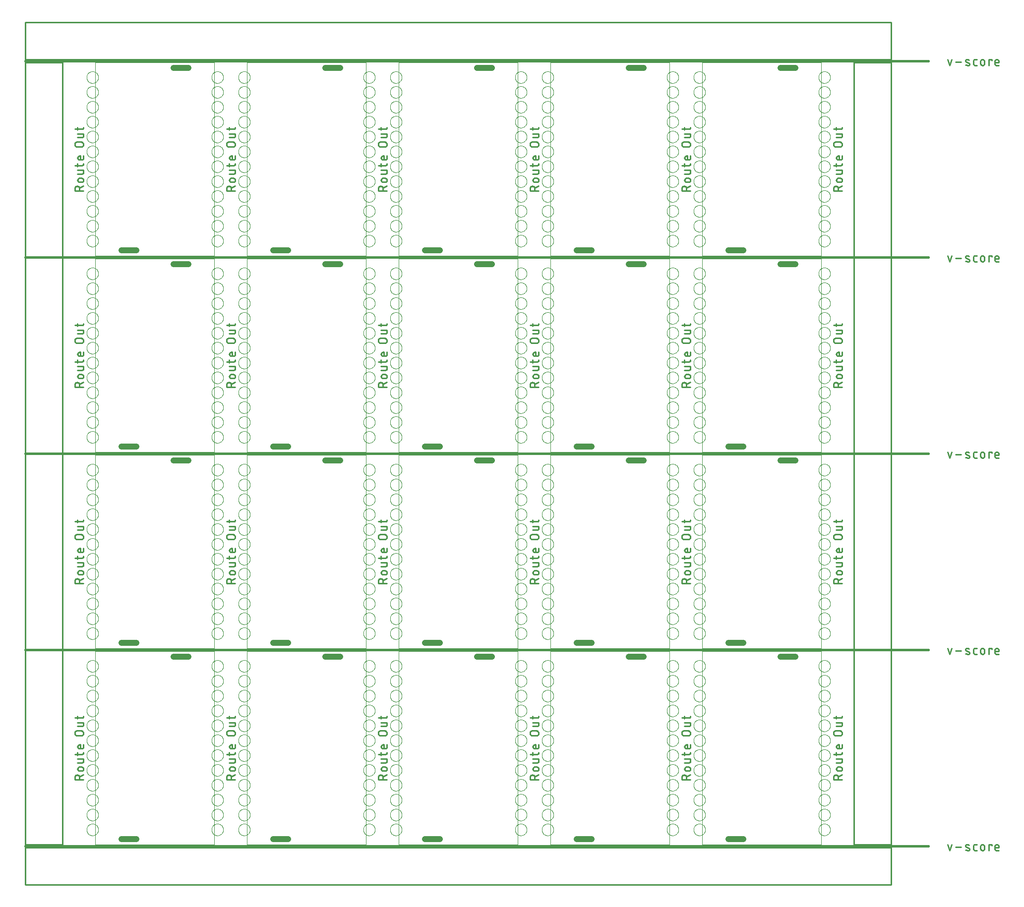
<source format=gko>
G04 EAGLE Gerber RS-274X export*
G75*
%MOMM*%
%FSLAX34Y34*%
%LPD*%
%IN*%
%IPPOS*%
%AMOC8*
5,1,8,0,0,1.08239X$1,22.5*%
G01*
%ADD10C,0.101600*%
%ADD11C,0.279400*%
%ADD12C,0.381000*%
%ADD13C,0.254000*%
%ADD14C,0.000000*%
%ADD15C,1.016000*%


D10*
X0Y330200D02*
X0Y0D01*
X203200Y0D01*
X203200Y330200D01*
X0Y330200D01*
D11*
X-20447Y110604D02*
X-35433Y110604D01*
X-35433Y114767D01*
X-35431Y114895D01*
X-35425Y115023D01*
X-35415Y115151D01*
X-35401Y115279D01*
X-35384Y115406D01*
X-35362Y115532D01*
X-35337Y115658D01*
X-35307Y115782D01*
X-35274Y115906D01*
X-35237Y116029D01*
X-35196Y116151D01*
X-35152Y116271D01*
X-35104Y116390D01*
X-35052Y116507D01*
X-34997Y116623D01*
X-34938Y116736D01*
X-34875Y116849D01*
X-34809Y116959D01*
X-34740Y117066D01*
X-34668Y117172D01*
X-34592Y117276D01*
X-34513Y117377D01*
X-34431Y117476D01*
X-34346Y117572D01*
X-34259Y117665D01*
X-34168Y117756D01*
X-34075Y117843D01*
X-33979Y117928D01*
X-33880Y118010D01*
X-33779Y118089D01*
X-33675Y118165D01*
X-33569Y118237D01*
X-33462Y118306D01*
X-33351Y118372D01*
X-33239Y118435D01*
X-33126Y118494D01*
X-33010Y118549D01*
X-32893Y118601D01*
X-32774Y118649D01*
X-32654Y118693D01*
X-32532Y118734D01*
X-32409Y118771D01*
X-32285Y118804D01*
X-32161Y118834D01*
X-32035Y118859D01*
X-31909Y118881D01*
X-31782Y118898D01*
X-31654Y118912D01*
X-31526Y118922D01*
X-31398Y118928D01*
X-31270Y118930D01*
X-31142Y118928D01*
X-31014Y118922D01*
X-30886Y118912D01*
X-30758Y118898D01*
X-30631Y118881D01*
X-30505Y118859D01*
X-30379Y118834D01*
X-30255Y118804D01*
X-30131Y118771D01*
X-30008Y118734D01*
X-29886Y118693D01*
X-29766Y118649D01*
X-29647Y118601D01*
X-29530Y118549D01*
X-29414Y118494D01*
X-29301Y118435D01*
X-29189Y118372D01*
X-29078Y118306D01*
X-28971Y118237D01*
X-28865Y118165D01*
X-28761Y118089D01*
X-28660Y118010D01*
X-28561Y117928D01*
X-28465Y117843D01*
X-28372Y117756D01*
X-28281Y117665D01*
X-28194Y117572D01*
X-28109Y117476D01*
X-28027Y117377D01*
X-27948Y117276D01*
X-27872Y117172D01*
X-27800Y117066D01*
X-27731Y116959D01*
X-27665Y116849D01*
X-27602Y116736D01*
X-27543Y116623D01*
X-27488Y116507D01*
X-27436Y116390D01*
X-27388Y116271D01*
X-27344Y116151D01*
X-27303Y116029D01*
X-27266Y115906D01*
X-27233Y115782D01*
X-27203Y115658D01*
X-27178Y115532D01*
X-27156Y115406D01*
X-27139Y115279D01*
X-27125Y115151D01*
X-27115Y115023D01*
X-27109Y114895D01*
X-27107Y114767D01*
X-27107Y110604D01*
X-27107Y115599D02*
X-20447Y118929D01*
X-23777Y125888D02*
X-27107Y125888D01*
X-27221Y125890D01*
X-27334Y125896D01*
X-27448Y125905D01*
X-27560Y125919D01*
X-27673Y125936D01*
X-27785Y125958D01*
X-27895Y125983D01*
X-28005Y126011D01*
X-28114Y126044D01*
X-28222Y126080D01*
X-28329Y126120D01*
X-28434Y126164D01*
X-28537Y126211D01*
X-28639Y126261D01*
X-28739Y126315D01*
X-28837Y126373D01*
X-28933Y126434D01*
X-29027Y126497D01*
X-29119Y126565D01*
X-29209Y126635D01*
X-29295Y126708D01*
X-29380Y126784D01*
X-29462Y126863D01*
X-29541Y126945D01*
X-29617Y127030D01*
X-29690Y127116D01*
X-29760Y127206D01*
X-29828Y127298D01*
X-29891Y127392D01*
X-29952Y127488D01*
X-30010Y127586D01*
X-30064Y127686D01*
X-30114Y127788D01*
X-30161Y127891D01*
X-30205Y127996D01*
X-30245Y128103D01*
X-30281Y128211D01*
X-30314Y128320D01*
X-30342Y128430D01*
X-30367Y128540D01*
X-30389Y128652D01*
X-30406Y128765D01*
X-30420Y128877D01*
X-30429Y128991D01*
X-30435Y129104D01*
X-30437Y129218D01*
X-30435Y129332D01*
X-30429Y129445D01*
X-30420Y129559D01*
X-30406Y129671D01*
X-30389Y129784D01*
X-30367Y129896D01*
X-30342Y130006D01*
X-30314Y130116D01*
X-30281Y130225D01*
X-30245Y130333D01*
X-30205Y130440D01*
X-30161Y130545D01*
X-30114Y130648D01*
X-30064Y130750D01*
X-30010Y130850D01*
X-29952Y130948D01*
X-29891Y131044D01*
X-29828Y131138D01*
X-29760Y131230D01*
X-29690Y131320D01*
X-29617Y131406D01*
X-29541Y131491D01*
X-29462Y131573D01*
X-29380Y131652D01*
X-29295Y131728D01*
X-29209Y131801D01*
X-29119Y131871D01*
X-29027Y131939D01*
X-28933Y132002D01*
X-28837Y132063D01*
X-28739Y132121D01*
X-28639Y132175D01*
X-28537Y132225D01*
X-28434Y132272D01*
X-28329Y132316D01*
X-28222Y132356D01*
X-28114Y132392D01*
X-28005Y132425D01*
X-27895Y132453D01*
X-27785Y132478D01*
X-27673Y132500D01*
X-27560Y132517D01*
X-27448Y132531D01*
X-27334Y132540D01*
X-27221Y132546D01*
X-27107Y132548D01*
X-23777Y132548D01*
X-23663Y132546D01*
X-23550Y132540D01*
X-23436Y132531D01*
X-23324Y132517D01*
X-23211Y132500D01*
X-23099Y132478D01*
X-22989Y132453D01*
X-22879Y132425D01*
X-22770Y132392D01*
X-22662Y132356D01*
X-22555Y132316D01*
X-22450Y132272D01*
X-22347Y132225D01*
X-22245Y132175D01*
X-22145Y132121D01*
X-22047Y132063D01*
X-21951Y132002D01*
X-21857Y131939D01*
X-21765Y131871D01*
X-21675Y131801D01*
X-21589Y131728D01*
X-21504Y131652D01*
X-21422Y131573D01*
X-21343Y131491D01*
X-21267Y131406D01*
X-21194Y131320D01*
X-21124Y131230D01*
X-21056Y131138D01*
X-20993Y131044D01*
X-20932Y130948D01*
X-20874Y130850D01*
X-20820Y130750D01*
X-20770Y130648D01*
X-20723Y130545D01*
X-20679Y130440D01*
X-20639Y130333D01*
X-20603Y130225D01*
X-20570Y130116D01*
X-20542Y130006D01*
X-20517Y129896D01*
X-20495Y129784D01*
X-20478Y129671D01*
X-20464Y129559D01*
X-20455Y129445D01*
X-20449Y129332D01*
X-20447Y129218D01*
X-20449Y129104D01*
X-20455Y128991D01*
X-20464Y128877D01*
X-20478Y128765D01*
X-20495Y128652D01*
X-20517Y128540D01*
X-20542Y128430D01*
X-20570Y128320D01*
X-20603Y128211D01*
X-20639Y128103D01*
X-20679Y127996D01*
X-20723Y127891D01*
X-20770Y127788D01*
X-20820Y127686D01*
X-20874Y127586D01*
X-20932Y127488D01*
X-20993Y127392D01*
X-21056Y127298D01*
X-21124Y127206D01*
X-21194Y127116D01*
X-21267Y127030D01*
X-21343Y126945D01*
X-21422Y126863D01*
X-21504Y126784D01*
X-21589Y126708D01*
X-21675Y126635D01*
X-21765Y126565D01*
X-21857Y126497D01*
X-21951Y126434D01*
X-22047Y126373D01*
X-22145Y126315D01*
X-22245Y126261D01*
X-22347Y126211D01*
X-22450Y126164D01*
X-22555Y126120D01*
X-22662Y126080D01*
X-22770Y126044D01*
X-22879Y126011D01*
X-22989Y125983D01*
X-23099Y125958D01*
X-23211Y125936D01*
X-23324Y125919D01*
X-23436Y125905D01*
X-23550Y125896D01*
X-23663Y125890D01*
X-23777Y125888D01*
X-22945Y139956D02*
X-30438Y139956D01*
X-22945Y139955D02*
X-22847Y139957D01*
X-22749Y139963D01*
X-22651Y139972D01*
X-22554Y139986D01*
X-22458Y140003D01*
X-22362Y140024D01*
X-22267Y140049D01*
X-22173Y140077D01*
X-22080Y140109D01*
X-21989Y140145D01*
X-21899Y140184D01*
X-21811Y140227D01*
X-21724Y140274D01*
X-21640Y140323D01*
X-21557Y140376D01*
X-21477Y140432D01*
X-21399Y140491D01*
X-21323Y140554D01*
X-21249Y140619D01*
X-21179Y140687D01*
X-21111Y140757D01*
X-21046Y140831D01*
X-20983Y140907D01*
X-20924Y140985D01*
X-20868Y141065D01*
X-20815Y141148D01*
X-20766Y141232D01*
X-20719Y141319D01*
X-20676Y141407D01*
X-20637Y141497D01*
X-20601Y141588D01*
X-20569Y141681D01*
X-20541Y141775D01*
X-20516Y141870D01*
X-20495Y141966D01*
X-20478Y142062D01*
X-20464Y142159D01*
X-20455Y142257D01*
X-20449Y142355D01*
X-20447Y142453D01*
X-20447Y146616D01*
X-30438Y146616D01*
X-30438Y152597D02*
X-30438Y157592D01*
X-35433Y154262D02*
X-22945Y154262D01*
X-22847Y154264D01*
X-22749Y154270D01*
X-22651Y154279D01*
X-22554Y154293D01*
X-22458Y154310D01*
X-22362Y154331D01*
X-22267Y154356D01*
X-22173Y154384D01*
X-22080Y154416D01*
X-21989Y154452D01*
X-21899Y154491D01*
X-21811Y154534D01*
X-21724Y154581D01*
X-21640Y154630D01*
X-21557Y154683D01*
X-21477Y154739D01*
X-21399Y154798D01*
X-21323Y154861D01*
X-21249Y154926D01*
X-21179Y154994D01*
X-21111Y155064D01*
X-21046Y155138D01*
X-20983Y155214D01*
X-20924Y155292D01*
X-20868Y155372D01*
X-20815Y155455D01*
X-20766Y155539D01*
X-20719Y155626D01*
X-20676Y155714D01*
X-20637Y155804D01*
X-20601Y155895D01*
X-20569Y155988D01*
X-20541Y156082D01*
X-20516Y156177D01*
X-20495Y156273D01*
X-20478Y156369D01*
X-20464Y156466D01*
X-20455Y156564D01*
X-20449Y156662D01*
X-20447Y156760D01*
X-20447Y157592D01*
X-20447Y166421D02*
X-20447Y170584D01*
X-20447Y166421D02*
X-20449Y166323D01*
X-20455Y166225D01*
X-20464Y166127D01*
X-20478Y166030D01*
X-20495Y165934D01*
X-20516Y165838D01*
X-20541Y165743D01*
X-20569Y165649D01*
X-20601Y165556D01*
X-20637Y165465D01*
X-20676Y165375D01*
X-20719Y165287D01*
X-20766Y165200D01*
X-20815Y165116D01*
X-20868Y165033D01*
X-20924Y164953D01*
X-20983Y164875D01*
X-21046Y164799D01*
X-21111Y164725D01*
X-21179Y164655D01*
X-21249Y164587D01*
X-21323Y164522D01*
X-21399Y164459D01*
X-21477Y164400D01*
X-21557Y164344D01*
X-21640Y164291D01*
X-21724Y164242D01*
X-21811Y164195D01*
X-21899Y164152D01*
X-21989Y164113D01*
X-22080Y164077D01*
X-22173Y164045D01*
X-22267Y164017D01*
X-22362Y163992D01*
X-22458Y163971D01*
X-22554Y163954D01*
X-22651Y163940D01*
X-22749Y163931D01*
X-22847Y163925D01*
X-22945Y163923D01*
X-22945Y163924D02*
X-27107Y163924D01*
X-27221Y163926D01*
X-27334Y163932D01*
X-27448Y163941D01*
X-27560Y163955D01*
X-27673Y163972D01*
X-27785Y163994D01*
X-27895Y164019D01*
X-28005Y164047D01*
X-28114Y164080D01*
X-28222Y164116D01*
X-28329Y164156D01*
X-28434Y164200D01*
X-28537Y164247D01*
X-28639Y164297D01*
X-28739Y164351D01*
X-28837Y164409D01*
X-28933Y164470D01*
X-29027Y164533D01*
X-29119Y164601D01*
X-29209Y164671D01*
X-29295Y164744D01*
X-29380Y164820D01*
X-29462Y164899D01*
X-29541Y164981D01*
X-29617Y165066D01*
X-29690Y165152D01*
X-29760Y165242D01*
X-29828Y165334D01*
X-29891Y165428D01*
X-29952Y165524D01*
X-30010Y165622D01*
X-30064Y165722D01*
X-30114Y165824D01*
X-30161Y165927D01*
X-30205Y166032D01*
X-30245Y166139D01*
X-30281Y166247D01*
X-30314Y166356D01*
X-30342Y166466D01*
X-30367Y166576D01*
X-30389Y166688D01*
X-30406Y166801D01*
X-30420Y166913D01*
X-30429Y167027D01*
X-30435Y167140D01*
X-30437Y167254D01*
X-30435Y167368D01*
X-30429Y167481D01*
X-30420Y167595D01*
X-30406Y167707D01*
X-30389Y167820D01*
X-30367Y167932D01*
X-30342Y168042D01*
X-30314Y168152D01*
X-30281Y168261D01*
X-30245Y168369D01*
X-30205Y168476D01*
X-30161Y168581D01*
X-30114Y168684D01*
X-30064Y168786D01*
X-30010Y168886D01*
X-29952Y168984D01*
X-29891Y169080D01*
X-29828Y169174D01*
X-29760Y169266D01*
X-29690Y169356D01*
X-29617Y169442D01*
X-29541Y169527D01*
X-29462Y169609D01*
X-29380Y169688D01*
X-29295Y169764D01*
X-29209Y169837D01*
X-29119Y169907D01*
X-29027Y169975D01*
X-28933Y170038D01*
X-28837Y170099D01*
X-28739Y170157D01*
X-28639Y170211D01*
X-28537Y170261D01*
X-28434Y170308D01*
X-28329Y170352D01*
X-28222Y170392D01*
X-28114Y170428D01*
X-28005Y170461D01*
X-27895Y170489D01*
X-27785Y170514D01*
X-27673Y170536D01*
X-27560Y170553D01*
X-27448Y170567D01*
X-27334Y170576D01*
X-27221Y170582D01*
X-27107Y170584D01*
X-25442Y170584D01*
X-25442Y163924D01*
X-24610Y186017D02*
X-31270Y186017D01*
X-31398Y186019D01*
X-31526Y186025D01*
X-31654Y186035D01*
X-31782Y186049D01*
X-31909Y186066D01*
X-32035Y186088D01*
X-32161Y186113D01*
X-32285Y186143D01*
X-32409Y186176D01*
X-32532Y186213D01*
X-32654Y186254D01*
X-32774Y186298D01*
X-32893Y186346D01*
X-33010Y186398D01*
X-33126Y186453D01*
X-33239Y186512D01*
X-33352Y186575D01*
X-33462Y186641D01*
X-33569Y186710D01*
X-33675Y186782D01*
X-33779Y186858D01*
X-33880Y186937D01*
X-33979Y187019D01*
X-34075Y187104D01*
X-34168Y187191D01*
X-34259Y187282D01*
X-34346Y187375D01*
X-34431Y187471D01*
X-34513Y187570D01*
X-34592Y187671D01*
X-34668Y187775D01*
X-34740Y187881D01*
X-34809Y187988D01*
X-34875Y188099D01*
X-34938Y188211D01*
X-34997Y188324D01*
X-35052Y188440D01*
X-35104Y188557D01*
X-35152Y188676D01*
X-35196Y188796D01*
X-35237Y188918D01*
X-35274Y189041D01*
X-35307Y189165D01*
X-35337Y189289D01*
X-35362Y189415D01*
X-35384Y189541D01*
X-35401Y189668D01*
X-35415Y189796D01*
X-35425Y189924D01*
X-35431Y190052D01*
X-35433Y190180D01*
X-35431Y190308D01*
X-35425Y190436D01*
X-35415Y190564D01*
X-35401Y190692D01*
X-35384Y190819D01*
X-35362Y190945D01*
X-35337Y191071D01*
X-35307Y191195D01*
X-35274Y191319D01*
X-35237Y191442D01*
X-35196Y191564D01*
X-35152Y191684D01*
X-35104Y191803D01*
X-35052Y191920D01*
X-34997Y192036D01*
X-34938Y192149D01*
X-34875Y192262D01*
X-34809Y192372D01*
X-34740Y192479D01*
X-34668Y192585D01*
X-34592Y192689D01*
X-34513Y192790D01*
X-34431Y192889D01*
X-34346Y192985D01*
X-34259Y193078D01*
X-34168Y193169D01*
X-34075Y193256D01*
X-33979Y193341D01*
X-33880Y193423D01*
X-33779Y193502D01*
X-33675Y193578D01*
X-33569Y193650D01*
X-33462Y193719D01*
X-33351Y193785D01*
X-33239Y193848D01*
X-33126Y193907D01*
X-33010Y193962D01*
X-32893Y194014D01*
X-32774Y194062D01*
X-32654Y194106D01*
X-32532Y194147D01*
X-32409Y194184D01*
X-32285Y194217D01*
X-32161Y194247D01*
X-32035Y194272D01*
X-31909Y194294D01*
X-31782Y194311D01*
X-31654Y194325D01*
X-31526Y194335D01*
X-31398Y194341D01*
X-31270Y194343D01*
X-31270Y194342D02*
X-24610Y194342D01*
X-24610Y194343D02*
X-24482Y194341D01*
X-24354Y194335D01*
X-24226Y194325D01*
X-24098Y194311D01*
X-23971Y194294D01*
X-23845Y194272D01*
X-23719Y194247D01*
X-23595Y194217D01*
X-23471Y194184D01*
X-23348Y194147D01*
X-23226Y194106D01*
X-23106Y194062D01*
X-22987Y194014D01*
X-22870Y193962D01*
X-22754Y193907D01*
X-22641Y193848D01*
X-22528Y193785D01*
X-22418Y193719D01*
X-22311Y193650D01*
X-22205Y193578D01*
X-22101Y193502D01*
X-22000Y193423D01*
X-21901Y193341D01*
X-21805Y193256D01*
X-21712Y193169D01*
X-21621Y193078D01*
X-21534Y192985D01*
X-21449Y192889D01*
X-21367Y192790D01*
X-21288Y192689D01*
X-21212Y192585D01*
X-21140Y192479D01*
X-21071Y192372D01*
X-21005Y192261D01*
X-20942Y192149D01*
X-20883Y192036D01*
X-20828Y191920D01*
X-20776Y191803D01*
X-20728Y191684D01*
X-20684Y191564D01*
X-20643Y191442D01*
X-20606Y191319D01*
X-20573Y191195D01*
X-20543Y191071D01*
X-20518Y190945D01*
X-20496Y190819D01*
X-20479Y190692D01*
X-20465Y190564D01*
X-20455Y190436D01*
X-20449Y190308D01*
X-20447Y190180D01*
X-20449Y190052D01*
X-20455Y189924D01*
X-20465Y189796D01*
X-20479Y189668D01*
X-20496Y189541D01*
X-20518Y189415D01*
X-20543Y189289D01*
X-20573Y189165D01*
X-20606Y189041D01*
X-20643Y188918D01*
X-20684Y188796D01*
X-20728Y188676D01*
X-20776Y188557D01*
X-20828Y188440D01*
X-20883Y188324D01*
X-20942Y188211D01*
X-21005Y188099D01*
X-21071Y187988D01*
X-21140Y187881D01*
X-21212Y187775D01*
X-21288Y187671D01*
X-21367Y187570D01*
X-21449Y187471D01*
X-21534Y187375D01*
X-21621Y187282D01*
X-21712Y187191D01*
X-21805Y187104D01*
X-21901Y187019D01*
X-22000Y186937D01*
X-22101Y186858D01*
X-22205Y186782D01*
X-22311Y186710D01*
X-22418Y186641D01*
X-22529Y186575D01*
X-22641Y186512D01*
X-22754Y186453D01*
X-22870Y186398D01*
X-22987Y186346D01*
X-23106Y186298D01*
X-23226Y186254D01*
X-23348Y186213D01*
X-23471Y186176D01*
X-23595Y186143D01*
X-23719Y186113D01*
X-23845Y186088D01*
X-23971Y186066D01*
X-24098Y186049D01*
X-24226Y186035D01*
X-24354Y186025D01*
X-24482Y186019D01*
X-24610Y186017D01*
X-22945Y201959D02*
X-30438Y201959D01*
X-22945Y201959D02*
X-22847Y201961D01*
X-22749Y201967D01*
X-22651Y201976D01*
X-22554Y201990D01*
X-22458Y202007D01*
X-22362Y202028D01*
X-22267Y202053D01*
X-22173Y202081D01*
X-22080Y202113D01*
X-21989Y202149D01*
X-21899Y202188D01*
X-21811Y202231D01*
X-21724Y202278D01*
X-21640Y202327D01*
X-21557Y202380D01*
X-21477Y202436D01*
X-21399Y202495D01*
X-21323Y202558D01*
X-21249Y202623D01*
X-21179Y202691D01*
X-21111Y202761D01*
X-21046Y202835D01*
X-20983Y202911D01*
X-20924Y202989D01*
X-20868Y203069D01*
X-20815Y203152D01*
X-20766Y203236D01*
X-20719Y203323D01*
X-20676Y203411D01*
X-20637Y203501D01*
X-20601Y203592D01*
X-20569Y203685D01*
X-20541Y203779D01*
X-20516Y203874D01*
X-20495Y203970D01*
X-20478Y204066D01*
X-20464Y204163D01*
X-20455Y204261D01*
X-20449Y204359D01*
X-20447Y204457D01*
X-20447Y208620D01*
X-30438Y208620D01*
X-30438Y214601D02*
X-30438Y219596D01*
X-35433Y216266D02*
X-22945Y216266D01*
X-22847Y216268D01*
X-22749Y216274D01*
X-22651Y216283D01*
X-22554Y216297D01*
X-22458Y216314D01*
X-22362Y216335D01*
X-22267Y216360D01*
X-22173Y216388D01*
X-22080Y216420D01*
X-21989Y216456D01*
X-21899Y216495D01*
X-21811Y216538D01*
X-21724Y216585D01*
X-21640Y216634D01*
X-21557Y216687D01*
X-21477Y216743D01*
X-21399Y216802D01*
X-21323Y216865D01*
X-21249Y216930D01*
X-21179Y216998D01*
X-21111Y217068D01*
X-21046Y217142D01*
X-20983Y217218D01*
X-20924Y217296D01*
X-20868Y217376D01*
X-20815Y217459D01*
X-20766Y217543D01*
X-20719Y217630D01*
X-20676Y217718D01*
X-20637Y217808D01*
X-20601Y217899D01*
X-20569Y217992D01*
X-20541Y218086D01*
X-20516Y218181D01*
X-20495Y218277D01*
X-20478Y218373D01*
X-20464Y218470D01*
X-20455Y218568D01*
X-20449Y218666D01*
X-20447Y218764D01*
X-20447Y219596D01*
D10*
X259080Y330200D02*
X259080Y0D01*
X462280Y0D01*
X462280Y330200D01*
X259080Y330200D01*
D11*
X238633Y110604D02*
X223647Y110604D01*
X223647Y114767D01*
X223649Y114895D01*
X223655Y115023D01*
X223665Y115151D01*
X223679Y115279D01*
X223696Y115406D01*
X223718Y115532D01*
X223743Y115658D01*
X223773Y115782D01*
X223806Y115906D01*
X223843Y116029D01*
X223884Y116151D01*
X223928Y116271D01*
X223976Y116390D01*
X224028Y116507D01*
X224083Y116623D01*
X224142Y116736D01*
X224205Y116849D01*
X224271Y116959D01*
X224340Y117066D01*
X224412Y117172D01*
X224488Y117276D01*
X224567Y117377D01*
X224649Y117476D01*
X224734Y117572D01*
X224821Y117665D01*
X224912Y117756D01*
X225005Y117843D01*
X225101Y117928D01*
X225200Y118010D01*
X225301Y118089D01*
X225405Y118165D01*
X225511Y118237D01*
X225618Y118306D01*
X225729Y118372D01*
X225841Y118435D01*
X225954Y118494D01*
X226070Y118549D01*
X226187Y118601D01*
X226306Y118649D01*
X226426Y118693D01*
X226548Y118734D01*
X226671Y118771D01*
X226795Y118804D01*
X226919Y118834D01*
X227045Y118859D01*
X227171Y118881D01*
X227298Y118898D01*
X227426Y118912D01*
X227554Y118922D01*
X227682Y118928D01*
X227810Y118930D01*
X227938Y118928D01*
X228066Y118922D01*
X228194Y118912D01*
X228322Y118898D01*
X228449Y118881D01*
X228575Y118859D01*
X228701Y118834D01*
X228825Y118804D01*
X228949Y118771D01*
X229072Y118734D01*
X229194Y118693D01*
X229314Y118649D01*
X229433Y118601D01*
X229550Y118549D01*
X229666Y118494D01*
X229779Y118435D01*
X229892Y118372D01*
X230002Y118306D01*
X230109Y118237D01*
X230215Y118165D01*
X230319Y118089D01*
X230420Y118010D01*
X230519Y117928D01*
X230615Y117843D01*
X230708Y117756D01*
X230799Y117665D01*
X230886Y117572D01*
X230971Y117476D01*
X231053Y117377D01*
X231132Y117276D01*
X231208Y117172D01*
X231280Y117066D01*
X231349Y116959D01*
X231415Y116849D01*
X231478Y116736D01*
X231537Y116623D01*
X231592Y116507D01*
X231644Y116390D01*
X231692Y116271D01*
X231736Y116151D01*
X231777Y116029D01*
X231814Y115906D01*
X231847Y115782D01*
X231877Y115658D01*
X231902Y115532D01*
X231924Y115406D01*
X231941Y115279D01*
X231955Y115151D01*
X231965Y115023D01*
X231971Y114895D01*
X231973Y114767D01*
X231973Y110604D01*
X231973Y115599D02*
X238633Y118929D01*
X235303Y125888D02*
X231973Y125888D01*
X231859Y125890D01*
X231746Y125896D01*
X231632Y125905D01*
X231520Y125919D01*
X231407Y125936D01*
X231295Y125958D01*
X231185Y125983D01*
X231075Y126011D01*
X230966Y126044D01*
X230858Y126080D01*
X230751Y126120D01*
X230646Y126164D01*
X230543Y126211D01*
X230441Y126261D01*
X230341Y126315D01*
X230243Y126373D01*
X230147Y126434D01*
X230053Y126497D01*
X229961Y126565D01*
X229871Y126635D01*
X229785Y126708D01*
X229700Y126784D01*
X229618Y126863D01*
X229539Y126945D01*
X229463Y127030D01*
X229390Y127116D01*
X229320Y127206D01*
X229252Y127298D01*
X229189Y127392D01*
X229128Y127488D01*
X229070Y127586D01*
X229016Y127686D01*
X228966Y127788D01*
X228919Y127891D01*
X228875Y127996D01*
X228835Y128103D01*
X228799Y128211D01*
X228766Y128320D01*
X228738Y128430D01*
X228713Y128540D01*
X228691Y128652D01*
X228674Y128765D01*
X228660Y128877D01*
X228651Y128991D01*
X228645Y129104D01*
X228643Y129218D01*
X228645Y129332D01*
X228651Y129445D01*
X228660Y129559D01*
X228674Y129671D01*
X228691Y129784D01*
X228713Y129896D01*
X228738Y130006D01*
X228766Y130116D01*
X228799Y130225D01*
X228835Y130333D01*
X228875Y130440D01*
X228919Y130545D01*
X228966Y130648D01*
X229016Y130750D01*
X229070Y130850D01*
X229128Y130948D01*
X229189Y131044D01*
X229252Y131138D01*
X229320Y131230D01*
X229390Y131320D01*
X229463Y131406D01*
X229539Y131491D01*
X229618Y131573D01*
X229700Y131652D01*
X229785Y131728D01*
X229871Y131801D01*
X229961Y131871D01*
X230053Y131939D01*
X230147Y132002D01*
X230243Y132063D01*
X230341Y132121D01*
X230441Y132175D01*
X230543Y132225D01*
X230646Y132272D01*
X230751Y132316D01*
X230858Y132356D01*
X230966Y132392D01*
X231075Y132425D01*
X231185Y132453D01*
X231295Y132478D01*
X231407Y132500D01*
X231520Y132517D01*
X231632Y132531D01*
X231746Y132540D01*
X231859Y132546D01*
X231973Y132548D01*
X235303Y132548D01*
X235417Y132546D01*
X235530Y132540D01*
X235644Y132531D01*
X235756Y132517D01*
X235869Y132500D01*
X235981Y132478D01*
X236091Y132453D01*
X236201Y132425D01*
X236310Y132392D01*
X236418Y132356D01*
X236525Y132316D01*
X236630Y132272D01*
X236733Y132225D01*
X236835Y132175D01*
X236935Y132121D01*
X237033Y132063D01*
X237129Y132002D01*
X237223Y131939D01*
X237315Y131871D01*
X237405Y131801D01*
X237491Y131728D01*
X237576Y131652D01*
X237658Y131573D01*
X237737Y131491D01*
X237813Y131406D01*
X237886Y131320D01*
X237956Y131230D01*
X238024Y131138D01*
X238087Y131044D01*
X238148Y130948D01*
X238206Y130850D01*
X238260Y130750D01*
X238310Y130648D01*
X238357Y130545D01*
X238401Y130440D01*
X238441Y130333D01*
X238477Y130225D01*
X238510Y130116D01*
X238538Y130006D01*
X238563Y129896D01*
X238585Y129784D01*
X238602Y129671D01*
X238616Y129559D01*
X238625Y129445D01*
X238631Y129332D01*
X238633Y129218D01*
X238631Y129104D01*
X238625Y128991D01*
X238616Y128877D01*
X238602Y128765D01*
X238585Y128652D01*
X238563Y128540D01*
X238538Y128430D01*
X238510Y128320D01*
X238477Y128211D01*
X238441Y128103D01*
X238401Y127996D01*
X238357Y127891D01*
X238310Y127788D01*
X238260Y127686D01*
X238206Y127586D01*
X238148Y127488D01*
X238087Y127392D01*
X238024Y127298D01*
X237956Y127206D01*
X237886Y127116D01*
X237813Y127030D01*
X237737Y126945D01*
X237658Y126863D01*
X237576Y126784D01*
X237491Y126708D01*
X237405Y126635D01*
X237315Y126565D01*
X237223Y126497D01*
X237129Y126434D01*
X237033Y126373D01*
X236935Y126315D01*
X236835Y126261D01*
X236733Y126211D01*
X236630Y126164D01*
X236525Y126120D01*
X236418Y126080D01*
X236310Y126044D01*
X236201Y126011D01*
X236091Y125983D01*
X235981Y125958D01*
X235869Y125936D01*
X235756Y125919D01*
X235644Y125905D01*
X235530Y125896D01*
X235417Y125890D01*
X235303Y125888D01*
X236135Y139956D02*
X228642Y139956D01*
X236135Y139955D02*
X236233Y139957D01*
X236331Y139963D01*
X236429Y139972D01*
X236526Y139986D01*
X236622Y140003D01*
X236718Y140024D01*
X236813Y140049D01*
X236907Y140077D01*
X237000Y140109D01*
X237091Y140145D01*
X237181Y140184D01*
X237269Y140227D01*
X237356Y140274D01*
X237440Y140323D01*
X237523Y140376D01*
X237603Y140432D01*
X237682Y140491D01*
X237757Y140554D01*
X237831Y140619D01*
X237901Y140687D01*
X237969Y140757D01*
X238035Y140831D01*
X238097Y140907D01*
X238156Y140985D01*
X238212Y141065D01*
X238265Y141148D01*
X238315Y141232D01*
X238361Y141319D01*
X238404Y141407D01*
X238443Y141497D01*
X238479Y141588D01*
X238511Y141681D01*
X238539Y141775D01*
X238564Y141870D01*
X238585Y141966D01*
X238602Y142062D01*
X238616Y142159D01*
X238625Y142257D01*
X238631Y142355D01*
X238633Y142453D01*
X238633Y146616D01*
X228642Y146616D01*
X228642Y152597D02*
X228642Y157592D01*
X223647Y154262D02*
X236135Y154262D01*
X236233Y154264D01*
X236331Y154270D01*
X236429Y154279D01*
X236526Y154293D01*
X236622Y154310D01*
X236718Y154331D01*
X236813Y154356D01*
X236907Y154384D01*
X237000Y154416D01*
X237091Y154452D01*
X237181Y154491D01*
X237269Y154534D01*
X237356Y154581D01*
X237440Y154630D01*
X237523Y154683D01*
X237603Y154739D01*
X237682Y154798D01*
X237757Y154861D01*
X237831Y154926D01*
X237901Y154994D01*
X237969Y155064D01*
X238035Y155138D01*
X238097Y155214D01*
X238156Y155292D01*
X238212Y155372D01*
X238265Y155455D01*
X238315Y155539D01*
X238361Y155626D01*
X238404Y155714D01*
X238443Y155804D01*
X238479Y155895D01*
X238511Y155988D01*
X238539Y156082D01*
X238564Y156177D01*
X238585Y156273D01*
X238602Y156369D01*
X238616Y156466D01*
X238625Y156564D01*
X238631Y156662D01*
X238633Y156760D01*
X238633Y157592D01*
X238633Y166421D02*
X238633Y170584D01*
X238633Y166421D02*
X238631Y166323D01*
X238625Y166225D01*
X238616Y166127D01*
X238602Y166030D01*
X238585Y165934D01*
X238564Y165838D01*
X238539Y165743D01*
X238511Y165649D01*
X238479Y165556D01*
X238443Y165465D01*
X238404Y165375D01*
X238361Y165287D01*
X238314Y165200D01*
X238265Y165116D01*
X238212Y165033D01*
X238156Y164953D01*
X238097Y164875D01*
X238035Y164799D01*
X237969Y164725D01*
X237901Y164655D01*
X237831Y164587D01*
X237757Y164522D01*
X237682Y164459D01*
X237603Y164400D01*
X237523Y164344D01*
X237440Y164291D01*
X237356Y164242D01*
X237269Y164195D01*
X237181Y164152D01*
X237091Y164113D01*
X237000Y164077D01*
X236907Y164045D01*
X236813Y164017D01*
X236718Y163992D01*
X236622Y163971D01*
X236526Y163954D01*
X236429Y163940D01*
X236331Y163931D01*
X236233Y163925D01*
X236135Y163923D01*
X236135Y163924D02*
X231973Y163924D01*
X231859Y163926D01*
X231746Y163932D01*
X231632Y163941D01*
X231520Y163955D01*
X231407Y163972D01*
X231295Y163994D01*
X231185Y164019D01*
X231075Y164047D01*
X230966Y164080D01*
X230858Y164116D01*
X230751Y164156D01*
X230646Y164200D01*
X230543Y164247D01*
X230441Y164297D01*
X230341Y164351D01*
X230243Y164409D01*
X230147Y164470D01*
X230053Y164533D01*
X229961Y164601D01*
X229871Y164671D01*
X229785Y164744D01*
X229700Y164820D01*
X229618Y164899D01*
X229539Y164981D01*
X229463Y165066D01*
X229390Y165152D01*
X229320Y165242D01*
X229252Y165334D01*
X229189Y165428D01*
X229128Y165524D01*
X229070Y165622D01*
X229016Y165722D01*
X228966Y165824D01*
X228919Y165927D01*
X228875Y166032D01*
X228835Y166139D01*
X228799Y166247D01*
X228766Y166356D01*
X228738Y166466D01*
X228713Y166576D01*
X228691Y166688D01*
X228674Y166801D01*
X228660Y166913D01*
X228651Y167027D01*
X228645Y167140D01*
X228643Y167254D01*
X228645Y167368D01*
X228651Y167481D01*
X228660Y167595D01*
X228674Y167707D01*
X228691Y167820D01*
X228713Y167932D01*
X228738Y168042D01*
X228766Y168152D01*
X228799Y168261D01*
X228835Y168369D01*
X228875Y168476D01*
X228919Y168581D01*
X228966Y168684D01*
X229016Y168786D01*
X229070Y168886D01*
X229128Y168984D01*
X229189Y169080D01*
X229252Y169174D01*
X229320Y169266D01*
X229390Y169356D01*
X229463Y169442D01*
X229539Y169527D01*
X229618Y169609D01*
X229700Y169688D01*
X229785Y169764D01*
X229871Y169837D01*
X229961Y169907D01*
X230053Y169975D01*
X230147Y170038D01*
X230243Y170099D01*
X230341Y170157D01*
X230441Y170211D01*
X230543Y170261D01*
X230646Y170308D01*
X230751Y170352D01*
X230858Y170392D01*
X230966Y170428D01*
X231075Y170461D01*
X231185Y170489D01*
X231295Y170514D01*
X231407Y170536D01*
X231520Y170553D01*
X231632Y170567D01*
X231746Y170576D01*
X231859Y170582D01*
X231973Y170584D01*
X233638Y170584D01*
X233638Y163924D01*
X234470Y186017D02*
X227810Y186017D01*
X227682Y186019D01*
X227554Y186025D01*
X227426Y186035D01*
X227298Y186049D01*
X227171Y186066D01*
X227045Y186088D01*
X226919Y186113D01*
X226795Y186143D01*
X226671Y186176D01*
X226548Y186213D01*
X226426Y186254D01*
X226306Y186298D01*
X226187Y186346D01*
X226070Y186398D01*
X225954Y186453D01*
X225841Y186512D01*
X225728Y186575D01*
X225618Y186641D01*
X225511Y186710D01*
X225405Y186782D01*
X225301Y186858D01*
X225200Y186937D01*
X225101Y187019D01*
X225005Y187104D01*
X224912Y187191D01*
X224821Y187282D01*
X224734Y187375D01*
X224649Y187471D01*
X224567Y187570D01*
X224488Y187671D01*
X224412Y187775D01*
X224340Y187881D01*
X224271Y187988D01*
X224205Y188099D01*
X224142Y188211D01*
X224083Y188324D01*
X224028Y188440D01*
X223976Y188557D01*
X223928Y188676D01*
X223884Y188796D01*
X223843Y188918D01*
X223806Y189041D01*
X223773Y189165D01*
X223743Y189289D01*
X223718Y189415D01*
X223696Y189541D01*
X223679Y189668D01*
X223665Y189796D01*
X223655Y189924D01*
X223649Y190052D01*
X223647Y190180D01*
X223649Y190308D01*
X223655Y190436D01*
X223665Y190564D01*
X223679Y190692D01*
X223696Y190819D01*
X223718Y190945D01*
X223743Y191071D01*
X223773Y191195D01*
X223806Y191319D01*
X223843Y191442D01*
X223884Y191564D01*
X223928Y191684D01*
X223976Y191803D01*
X224028Y191920D01*
X224083Y192036D01*
X224142Y192149D01*
X224205Y192262D01*
X224271Y192372D01*
X224340Y192479D01*
X224412Y192585D01*
X224488Y192689D01*
X224567Y192790D01*
X224649Y192889D01*
X224734Y192985D01*
X224821Y193078D01*
X224912Y193169D01*
X225005Y193256D01*
X225101Y193341D01*
X225200Y193423D01*
X225301Y193502D01*
X225405Y193578D01*
X225511Y193650D01*
X225618Y193719D01*
X225729Y193785D01*
X225841Y193848D01*
X225954Y193907D01*
X226070Y193962D01*
X226187Y194014D01*
X226306Y194062D01*
X226426Y194106D01*
X226548Y194147D01*
X226671Y194184D01*
X226795Y194217D01*
X226919Y194247D01*
X227045Y194272D01*
X227171Y194294D01*
X227298Y194311D01*
X227426Y194325D01*
X227554Y194335D01*
X227682Y194341D01*
X227810Y194343D01*
X227810Y194342D02*
X234470Y194342D01*
X234470Y194343D02*
X234598Y194341D01*
X234726Y194335D01*
X234854Y194325D01*
X234982Y194311D01*
X235109Y194294D01*
X235235Y194272D01*
X235361Y194247D01*
X235485Y194217D01*
X235609Y194184D01*
X235732Y194147D01*
X235854Y194106D01*
X235974Y194062D01*
X236093Y194014D01*
X236210Y193962D01*
X236326Y193907D01*
X236439Y193848D01*
X236552Y193785D01*
X236662Y193719D01*
X236769Y193650D01*
X236875Y193578D01*
X236979Y193502D01*
X237080Y193423D01*
X237179Y193341D01*
X237275Y193256D01*
X237368Y193169D01*
X237459Y193078D01*
X237546Y192985D01*
X237631Y192889D01*
X237713Y192790D01*
X237792Y192689D01*
X237868Y192585D01*
X237940Y192479D01*
X238009Y192372D01*
X238075Y192261D01*
X238138Y192149D01*
X238197Y192036D01*
X238252Y191920D01*
X238304Y191803D01*
X238352Y191684D01*
X238396Y191564D01*
X238437Y191442D01*
X238474Y191319D01*
X238507Y191195D01*
X238537Y191071D01*
X238562Y190945D01*
X238584Y190819D01*
X238601Y190692D01*
X238615Y190564D01*
X238625Y190436D01*
X238631Y190308D01*
X238633Y190180D01*
X238631Y190052D01*
X238625Y189924D01*
X238615Y189796D01*
X238601Y189668D01*
X238584Y189541D01*
X238562Y189415D01*
X238537Y189289D01*
X238507Y189165D01*
X238474Y189041D01*
X238437Y188918D01*
X238396Y188796D01*
X238352Y188676D01*
X238304Y188557D01*
X238252Y188440D01*
X238197Y188324D01*
X238138Y188211D01*
X238075Y188099D01*
X238009Y187988D01*
X237940Y187881D01*
X237868Y187775D01*
X237792Y187671D01*
X237713Y187570D01*
X237631Y187471D01*
X237546Y187375D01*
X237459Y187282D01*
X237368Y187191D01*
X237275Y187104D01*
X237179Y187019D01*
X237080Y186937D01*
X236979Y186858D01*
X236875Y186782D01*
X236769Y186710D01*
X236662Y186641D01*
X236552Y186575D01*
X236439Y186512D01*
X236326Y186453D01*
X236210Y186398D01*
X236093Y186346D01*
X235974Y186298D01*
X235854Y186254D01*
X235732Y186213D01*
X235609Y186176D01*
X235485Y186143D01*
X235361Y186113D01*
X235235Y186088D01*
X235109Y186066D01*
X234982Y186049D01*
X234854Y186035D01*
X234726Y186025D01*
X234598Y186019D01*
X234470Y186017D01*
X236135Y201959D02*
X228642Y201959D01*
X236135Y201959D02*
X236233Y201961D01*
X236331Y201967D01*
X236429Y201976D01*
X236526Y201990D01*
X236622Y202007D01*
X236718Y202028D01*
X236813Y202053D01*
X236907Y202081D01*
X237000Y202113D01*
X237091Y202149D01*
X237181Y202188D01*
X237269Y202231D01*
X237356Y202278D01*
X237440Y202327D01*
X237523Y202380D01*
X237603Y202436D01*
X237682Y202495D01*
X237757Y202558D01*
X237831Y202623D01*
X237901Y202691D01*
X237969Y202761D01*
X238035Y202835D01*
X238097Y202911D01*
X238156Y202989D01*
X238212Y203069D01*
X238265Y203152D01*
X238315Y203236D01*
X238361Y203323D01*
X238404Y203411D01*
X238443Y203501D01*
X238479Y203592D01*
X238511Y203685D01*
X238539Y203779D01*
X238564Y203874D01*
X238585Y203970D01*
X238602Y204066D01*
X238616Y204163D01*
X238625Y204261D01*
X238631Y204359D01*
X238633Y204457D01*
X238633Y208620D01*
X228642Y208620D01*
X228642Y214601D02*
X228642Y219596D01*
X223647Y216266D02*
X236135Y216266D01*
X236135Y216265D02*
X236233Y216267D01*
X236331Y216273D01*
X236429Y216282D01*
X236526Y216296D01*
X236622Y216313D01*
X236718Y216334D01*
X236813Y216359D01*
X236907Y216387D01*
X237000Y216419D01*
X237091Y216455D01*
X237181Y216494D01*
X237269Y216537D01*
X237356Y216584D01*
X237440Y216633D01*
X237523Y216686D01*
X237603Y216742D01*
X237682Y216801D01*
X237757Y216864D01*
X237831Y216929D01*
X237901Y216997D01*
X237969Y217067D01*
X238035Y217141D01*
X238097Y217217D01*
X238156Y217295D01*
X238212Y217375D01*
X238265Y217458D01*
X238315Y217542D01*
X238361Y217629D01*
X238404Y217717D01*
X238443Y217807D01*
X238479Y217898D01*
X238511Y217991D01*
X238539Y218085D01*
X238564Y218180D01*
X238585Y218276D01*
X238602Y218372D01*
X238616Y218469D01*
X238625Y218567D01*
X238631Y218665D01*
X238633Y218763D01*
X238633Y218764D02*
X238633Y219596D01*
D10*
X518160Y330200D02*
X518160Y0D01*
X721360Y0D01*
X721360Y330200D01*
X518160Y330200D01*
D11*
X497713Y110604D02*
X482727Y110604D01*
X482727Y114767D01*
X482729Y114895D01*
X482735Y115023D01*
X482745Y115151D01*
X482759Y115279D01*
X482776Y115406D01*
X482798Y115532D01*
X482823Y115658D01*
X482853Y115782D01*
X482886Y115906D01*
X482923Y116029D01*
X482964Y116151D01*
X483008Y116271D01*
X483056Y116390D01*
X483108Y116507D01*
X483163Y116623D01*
X483222Y116736D01*
X483285Y116849D01*
X483351Y116959D01*
X483420Y117066D01*
X483492Y117172D01*
X483568Y117276D01*
X483647Y117377D01*
X483729Y117476D01*
X483814Y117572D01*
X483901Y117665D01*
X483992Y117756D01*
X484085Y117843D01*
X484181Y117928D01*
X484280Y118010D01*
X484381Y118089D01*
X484485Y118165D01*
X484591Y118237D01*
X484698Y118306D01*
X484809Y118372D01*
X484921Y118435D01*
X485034Y118494D01*
X485150Y118549D01*
X485267Y118601D01*
X485386Y118649D01*
X485506Y118693D01*
X485628Y118734D01*
X485751Y118771D01*
X485875Y118804D01*
X485999Y118834D01*
X486125Y118859D01*
X486251Y118881D01*
X486378Y118898D01*
X486506Y118912D01*
X486634Y118922D01*
X486762Y118928D01*
X486890Y118930D01*
X487018Y118928D01*
X487146Y118922D01*
X487274Y118912D01*
X487402Y118898D01*
X487529Y118881D01*
X487655Y118859D01*
X487781Y118834D01*
X487905Y118804D01*
X488029Y118771D01*
X488152Y118734D01*
X488274Y118693D01*
X488394Y118649D01*
X488513Y118601D01*
X488630Y118549D01*
X488746Y118494D01*
X488859Y118435D01*
X488972Y118372D01*
X489082Y118306D01*
X489189Y118237D01*
X489295Y118165D01*
X489399Y118089D01*
X489500Y118010D01*
X489599Y117928D01*
X489695Y117843D01*
X489788Y117756D01*
X489879Y117665D01*
X489966Y117572D01*
X490051Y117476D01*
X490133Y117377D01*
X490212Y117276D01*
X490288Y117172D01*
X490360Y117066D01*
X490429Y116959D01*
X490495Y116849D01*
X490558Y116736D01*
X490617Y116623D01*
X490672Y116507D01*
X490724Y116390D01*
X490772Y116271D01*
X490816Y116151D01*
X490857Y116029D01*
X490894Y115906D01*
X490927Y115782D01*
X490957Y115658D01*
X490982Y115532D01*
X491004Y115406D01*
X491021Y115279D01*
X491035Y115151D01*
X491045Y115023D01*
X491051Y114895D01*
X491053Y114767D01*
X491053Y110604D01*
X491053Y115599D02*
X497713Y118929D01*
X494383Y125888D02*
X491053Y125888D01*
X490939Y125890D01*
X490826Y125896D01*
X490712Y125905D01*
X490600Y125919D01*
X490487Y125936D01*
X490375Y125958D01*
X490265Y125983D01*
X490155Y126011D01*
X490046Y126044D01*
X489938Y126080D01*
X489831Y126120D01*
X489726Y126164D01*
X489623Y126211D01*
X489521Y126261D01*
X489421Y126315D01*
X489323Y126373D01*
X489227Y126434D01*
X489133Y126497D01*
X489041Y126565D01*
X488951Y126635D01*
X488865Y126708D01*
X488780Y126784D01*
X488698Y126863D01*
X488619Y126945D01*
X488543Y127030D01*
X488470Y127116D01*
X488400Y127206D01*
X488332Y127298D01*
X488269Y127392D01*
X488208Y127488D01*
X488150Y127586D01*
X488096Y127686D01*
X488046Y127788D01*
X487999Y127891D01*
X487955Y127996D01*
X487915Y128103D01*
X487879Y128211D01*
X487846Y128320D01*
X487818Y128430D01*
X487793Y128540D01*
X487771Y128652D01*
X487754Y128765D01*
X487740Y128877D01*
X487731Y128991D01*
X487725Y129104D01*
X487723Y129218D01*
X487725Y129332D01*
X487731Y129445D01*
X487740Y129559D01*
X487754Y129671D01*
X487771Y129784D01*
X487793Y129896D01*
X487818Y130006D01*
X487846Y130116D01*
X487879Y130225D01*
X487915Y130333D01*
X487955Y130440D01*
X487999Y130545D01*
X488046Y130648D01*
X488096Y130750D01*
X488150Y130850D01*
X488208Y130948D01*
X488269Y131044D01*
X488332Y131138D01*
X488400Y131230D01*
X488470Y131320D01*
X488543Y131406D01*
X488619Y131491D01*
X488698Y131573D01*
X488780Y131652D01*
X488865Y131728D01*
X488951Y131801D01*
X489041Y131871D01*
X489133Y131939D01*
X489227Y132002D01*
X489323Y132063D01*
X489421Y132121D01*
X489521Y132175D01*
X489623Y132225D01*
X489726Y132272D01*
X489831Y132316D01*
X489938Y132356D01*
X490046Y132392D01*
X490155Y132425D01*
X490265Y132453D01*
X490375Y132478D01*
X490487Y132500D01*
X490600Y132517D01*
X490712Y132531D01*
X490826Y132540D01*
X490939Y132546D01*
X491053Y132548D01*
X494383Y132548D01*
X494497Y132546D01*
X494610Y132540D01*
X494724Y132531D01*
X494836Y132517D01*
X494949Y132500D01*
X495061Y132478D01*
X495171Y132453D01*
X495281Y132425D01*
X495390Y132392D01*
X495498Y132356D01*
X495605Y132316D01*
X495710Y132272D01*
X495813Y132225D01*
X495915Y132175D01*
X496015Y132121D01*
X496113Y132063D01*
X496209Y132002D01*
X496303Y131939D01*
X496395Y131871D01*
X496485Y131801D01*
X496571Y131728D01*
X496656Y131652D01*
X496738Y131573D01*
X496817Y131491D01*
X496893Y131406D01*
X496966Y131320D01*
X497036Y131230D01*
X497104Y131138D01*
X497167Y131044D01*
X497228Y130948D01*
X497286Y130850D01*
X497340Y130750D01*
X497390Y130648D01*
X497437Y130545D01*
X497481Y130440D01*
X497521Y130333D01*
X497557Y130225D01*
X497590Y130116D01*
X497618Y130006D01*
X497643Y129896D01*
X497665Y129784D01*
X497682Y129671D01*
X497696Y129559D01*
X497705Y129445D01*
X497711Y129332D01*
X497713Y129218D01*
X497711Y129104D01*
X497705Y128991D01*
X497696Y128877D01*
X497682Y128765D01*
X497665Y128652D01*
X497643Y128540D01*
X497618Y128430D01*
X497590Y128320D01*
X497557Y128211D01*
X497521Y128103D01*
X497481Y127996D01*
X497437Y127891D01*
X497390Y127788D01*
X497340Y127686D01*
X497286Y127586D01*
X497228Y127488D01*
X497167Y127392D01*
X497104Y127298D01*
X497036Y127206D01*
X496966Y127116D01*
X496893Y127030D01*
X496817Y126945D01*
X496738Y126863D01*
X496656Y126784D01*
X496571Y126708D01*
X496485Y126635D01*
X496395Y126565D01*
X496303Y126497D01*
X496209Y126434D01*
X496113Y126373D01*
X496015Y126315D01*
X495915Y126261D01*
X495813Y126211D01*
X495710Y126164D01*
X495605Y126120D01*
X495498Y126080D01*
X495390Y126044D01*
X495281Y126011D01*
X495171Y125983D01*
X495061Y125958D01*
X494949Y125936D01*
X494836Y125919D01*
X494724Y125905D01*
X494610Y125896D01*
X494497Y125890D01*
X494383Y125888D01*
X495215Y139956D02*
X487722Y139956D01*
X495215Y139955D02*
X495313Y139957D01*
X495411Y139963D01*
X495509Y139972D01*
X495606Y139986D01*
X495702Y140003D01*
X495798Y140024D01*
X495893Y140049D01*
X495987Y140077D01*
X496080Y140109D01*
X496171Y140145D01*
X496261Y140184D01*
X496349Y140227D01*
X496436Y140274D01*
X496520Y140323D01*
X496603Y140376D01*
X496683Y140432D01*
X496762Y140491D01*
X496837Y140554D01*
X496911Y140619D01*
X496981Y140687D01*
X497049Y140757D01*
X497115Y140831D01*
X497177Y140907D01*
X497236Y140985D01*
X497292Y141065D01*
X497345Y141148D01*
X497395Y141232D01*
X497441Y141319D01*
X497484Y141407D01*
X497523Y141497D01*
X497559Y141588D01*
X497591Y141681D01*
X497619Y141775D01*
X497644Y141870D01*
X497665Y141966D01*
X497682Y142062D01*
X497696Y142159D01*
X497705Y142257D01*
X497711Y142355D01*
X497713Y142453D01*
X497713Y146616D01*
X487722Y146616D01*
X487722Y152597D02*
X487722Y157592D01*
X482727Y154262D02*
X495215Y154262D01*
X495313Y154264D01*
X495411Y154270D01*
X495509Y154279D01*
X495606Y154293D01*
X495702Y154310D01*
X495798Y154331D01*
X495893Y154356D01*
X495987Y154384D01*
X496080Y154416D01*
X496171Y154452D01*
X496261Y154491D01*
X496349Y154534D01*
X496436Y154581D01*
X496520Y154630D01*
X496603Y154683D01*
X496683Y154739D01*
X496762Y154798D01*
X496837Y154861D01*
X496911Y154926D01*
X496981Y154994D01*
X497049Y155064D01*
X497115Y155138D01*
X497177Y155214D01*
X497236Y155292D01*
X497292Y155372D01*
X497345Y155455D01*
X497395Y155539D01*
X497441Y155626D01*
X497484Y155714D01*
X497523Y155804D01*
X497559Y155895D01*
X497591Y155988D01*
X497619Y156082D01*
X497644Y156177D01*
X497665Y156273D01*
X497682Y156369D01*
X497696Y156466D01*
X497705Y156564D01*
X497711Y156662D01*
X497713Y156760D01*
X497713Y157592D01*
X497713Y166421D02*
X497713Y170584D01*
X497713Y166421D02*
X497711Y166323D01*
X497705Y166225D01*
X497696Y166127D01*
X497682Y166030D01*
X497665Y165934D01*
X497644Y165838D01*
X497619Y165743D01*
X497591Y165649D01*
X497559Y165556D01*
X497523Y165465D01*
X497484Y165375D01*
X497441Y165287D01*
X497394Y165200D01*
X497345Y165116D01*
X497292Y165033D01*
X497236Y164953D01*
X497177Y164875D01*
X497115Y164799D01*
X497049Y164725D01*
X496981Y164655D01*
X496911Y164587D01*
X496837Y164522D01*
X496762Y164459D01*
X496683Y164400D01*
X496603Y164344D01*
X496520Y164291D01*
X496436Y164242D01*
X496349Y164195D01*
X496261Y164152D01*
X496171Y164113D01*
X496080Y164077D01*
X495987Y164045D01*
X495893Y164017D01*
X495798Y163992D01*
X495702Y163971D01*
X495606Y163954D01*
X495509Y163940D01*
X495411Y163931D01*
X495313Y163925D01*
X495215Y163923D01*
X495215Y163924D02*
X491053Y163924D01*
X490939Y163926D01*
X490826Y163932D01*
X490712Y163941D01*
X490600Y163955D01*
X490487Y163972D01*
X490375Y163994D01*
X490265Y164019D01*
X490155Y164047D01*
X490046Y164080D01*
X489938Y164116D01*
X489831Y164156D01*
X489726Y164200D01*
X489623Y164247D01*
X489521Y164297D01*
X489421Y164351D01*
X489323Y164409D01*
X489227Y164470D01*
X489133Y164533D01*
X489041Y164601D01*
X488951Y164671D01*
X488865Y164744D01*
X488780Y164820D01*
X488698Y164899D01*
X488619Y164981D01*
X488543Y165066D01*
X488470Y165152D01*
X488400Y165242D01*
X488332Y165334D01*
X488269Y165428D01*
X488208Y165524D01*
X488150Y165622D01*
X488096Y165722D01*
X488046Y165824D01*
X487999Y165927D01*
X487955Y166032D01*
X487915Y166139D01*
X487879Y166247D01*
X487846Y166356D01*
X487818Y166466D01*
X487793Y166576D01*
X487771Y166688D01*
X487754Y166801D01*
X487740Y166913D01*
X487731Y167027D01*
X487725Y167140D01*
X487723Y167254D01*
X487725Y167368D01*
X487731Y167481D01*
X487740Y167595D01*
X487754Y167707D01*
X487771Y167820D01*
X487793Y167932D01*
X487818Y168042D01*
X487846Y168152D01*
X487879Y168261D01*
X487915Y168369D01*
X487955Y168476D01*
X487999Y168581D01*
X488046Y168684D01*
X488096Y168786D01*
X488150Y168886D01*
X488208Y168984D01*
X488269Y169080D01*
X488332Y169174D01*
X488400Y169266D01*
X488470Y169356D01*
X488543Y169442D01*
X488619Y169527D01*
X488698Y169609D01*
X488780Y169688D01*
X488865Y169764D01*
X488951Y169837D01*
X489041Y169907D01*
X489133Y169975D01*
X489227Y170038D01*
X489323Y170099D01*
X489421Y170157D01*
X489521Y170211D01*
X489623Y170261D01*
X489726Y170308D01*
X489831Y170352D01*
X489938Y170392D01*
X490046Y170428D01*
X490155Y170461D01*
X490265Y170489D01*
X490375Y170514D01*
X490487Y170536D01*
X490600Y170553D01*
X490712Y170567D01*
X490826Y170576D01*
X490939Y170582D01*
X491053Y170584D01*
X492718Y170584D01*
X492718Y163924D01*
X493550Y186017D02*
X486890Y186017D01*
X486762Y186019D01*
X486634Y186025D01*
X486506Y186035D01*
X486378Y186049D01*
X486251Y186066D01*
X486125Y186088D01*
X485999Y186113D01*
X485875Y186143D01*
X485751Y186176D01*
X485628Y186213D01*
X485506Y186254D01*
X485386Y186298D01*
X485267Y186346D01*
X485150Y186398D01*
X485034Y186453D01*
X484921Y186512D01*
X484809Y186575D01*
X484698Y186641D01*
X484591Y186710D01*
X484485Y186782D01*
X484381Y186858D01*
X484280Y186937D01*
X484181Y187019D01*
X484085Y187104D01*
X483992Y187191D01*
X483901Y187282D01*
X483814Y187375D01*
X483729Y187471D01*
X483647Y187570D01*
X483568Y187671D01*
X483492Y187775D01*
X483420Y187881D01*
X483351Y187988D01*
X483285Y188099D01*
X483222Y188211D01*
X483163Y188324D01*
X483108Y188440D01*
X483056Y188557D01*
X483008Y188676D01*
X482964Y188796D01*
X482923Y188918D01*
X482886Y189041D01*
X482853Y189165D01*
X482823Y189289D01*
X482798Y189415D01*
X482776Y189541D01*
X482759Y189668D01*
X482745Y189796D01*
X482735Y189924D01*
X482729Y190052D01*
X482727Y190180D01*
X482729Y190308D01*
X482735Y190436D01*
X482745Y190564D01*
X482759Y190692D01*
X482776Y190819D01*
X482798Y190945D01*
X482823Y191071D01*
X482853Y191195D01*
X482886Y191319D01*
X482923Y191442D01*
X482964Y191564D01*
X483008Y191684D01*
X483056Y191803D01*
X483108Y191920D01*
X483163Y192036D01*
X483222Y192149D01*
X483285Y192262D01*
X483351Y192372D01*
X483420Y192479D01*
X483492Y192585D01*
X483568Y192689D01*
X483647Y192790D01*
X483729Y192889D01*
X483814Y192985D01*
X483901Y193078D01*
X483992Y193169D01*
X484085Y193256D01*
X484181Y193341D01*
X484280Y193423D01*
X484381Y193502D01*
X484485Y193578D01*
X484591Y193650D01*
X484698Y193719D01*
X484809Y193785D01*
X484921Y193848D01*
X485034Y193907D01*
X485150Y193962D01*
X485267Y194014D01*
X485386Y194062D01*
X485506Y194106D01*
X485628Y194147D01*
X485751Y194184D01*
X485875Y194217D01*
X485999Y194247D01*
X486125Y194272D01*
X486251Y194294D01*
X486378Y194311D01*
X486506Y194325D01*
X486634Y194335D01*
X486762Y194341D01*
X486890Y194343D01*
X486890Y194342D02*
X493550Y194342D01*
X493550Y194343D02*
X493678Y194341D01*
X493806Y194335D01*
X493934Y194325D01*
X494062Y194311D01*
X494189Y194294D01*
X494315Y194272D01*
X494441Y194247D01*
X494565Y194217D01*
X494689Y194184D01*
X494812Y194147D01*
X494934Y194106D01*
X495054Y194062D01*
X495173Y194014D01*
X495290Y193962D01*
X495406Y193907D01*
X495519Y193848D01*
X495632Y193785D01*
X495742Y193719D01*
X495849Y193650D01*
X495955Y193578D01*
X496059Y193502D01*
X496160Y193423D01*
X496259Y193341D01*
X496355Y193256D01*
X496448Y193169D01*
X496539Y193078D01*
X496626Y192985D01*
X496711Y192889D01*
X496793Y192790D01*
X496872Y192689D01*
X496948Y192585D01*
X497020Y192479D01*
X497089Y192372D01*
X497155Y192261D01*
X497218Y192149D01*
X497277Y192036D01*
X497332Y191920D01*
X497384Y191803D01*
X497432Y191684D01*
X497476Y191564D01*
X497517Y191442D01*
X497554Y191319D01*
X497587Y191195D01*
X497617Y191071D01*
X497642Y190945D01*
X497664Y190819D01*
X497681Y190692D01*
X497695Y190564D01*
X497705Y190436D01*
X497711Y190308D01*
X497713Y190180D01*
X497711Y190052D01*
X497705Y189924D01*
X497695Y189796D01*
X497681Y189668D01*
X497664Y189541D01*
X497642Y189415D01*
X497617Y189289D01*
X497587Y189165D01*
X497554Y189041D01*
X497517Y188918D01*
X497476Y188796D01*
X497432Y188676D01*
X497384Y188557D01*
X497332Y188440D01*
X497277Y188324D01*
X497218Y188211D01*
X497155Y188099D01*
X497089Y187988D01*
X497020Y187881D01*
X496948Y187775D01*
X496872Y187671D01*
X496793Y187570D01*
X496711Y187471D01*
X496626Y187375D01*
X496539Y187282D01*
X496448Y187191D01*
X496355Y187104D01*
X496259Y187019D01*
X496160Y186937D01*
X496059Y186858D01*
X495955Y186782D01*
X495849Y186710D01*
X495742Y186641D01*
X495632Y186575D01*
X495519Y186512D01*
X495406Y186453D01*
X495290Y186398D01*
X495173Y186346D01*
X495054Y186298D01*
X494934Y186254D01*
X494812Y186213D01*
X494689Y186176D01*
X494565Y186143D01*
X494441Y186113D01*
X494315Y186088D01*
X494189Y186066D01*
X494062Y186049D01*
X493934Y186035D01*
X493806Y186025D01*
X493678Y186019D01*
X493550Y186017D01*
X495215Y201959D02*
X487722Y201959D01*
X495215Y201959D02*
X495313Y201961D01*
X495411Y201967D01*
X495509Y201976D01*
X495606Y201990D01*
X495702Y202007D01*
X495798Y202028D01*
X495893Y202053D01*
X495987Y202081D01*
X496080Y202113D01*
X496171Y202149D01*
X496261Y202188D01*
X496349Y202231D01*
X496436Y202278D01*
X496520Y202327D01*
X496603Y202380D01*
X496683Y202436D01*
X496762Y202495D01*
X496837Y202558D01*
X496911Y202623D01*
X496981Y202691D01*
X497049Y202761D01*
X497115Y202835D01*
X497177Y202911D01*
X497236Y202989D01*
X497292Y203069D01*
X497345Y203152D01*
X497395Y203236D01*
X497441Y203323D01*
X497484Y203411D01*
X497523Y203501D01*
X497559Y203592D01*
X497591Y203685D01*
X497619Y203779D01*
X497644Y203874D01*
X497665Y203970D01*
X497682Y204066D01*
X497696Y204163D01*
X497705Y204261D01*
X497711Y204359D01*
X497713Y204457D01*
X497713Y208620D01*
X487722Y208620D01*
X487722Y214601D02*
X487722Y219596D01*
X482727Y216266D02*
X495215Y216266D01*
X495215Y216265D02*
X495313Y216267D01*
X495411Y216273D01*
X495509Y216282D01*
X495606Y216296D01*
X495702Y216313D01*
X495798Y216334D01*
X495893Y216359D01*
X495987Y216387D01*
X496080Y216419D01*
X496171Y216455D01*
X496261Y216494D01*
X496349Y216537D01*
X496436Y216584D01*
X496520Y216633D01*
X496603Y216686D01*
X496683Y216742D01*
X496762Y216801D01*
X496837Y216864D01*
X496911Y216929D01*
X496981Y216997D01*
X497049Y217067D01*
X497115Y217141D01*
X497177Y217217D01*
X497236Y217295D01*
X497292Y217375D01*
X497345Y217458D01*
X497395Y217542D01*
X497441Y217629D01*
X497484Y217717D01*
X497523Y217807D01*
X497559Y217898D01*
X497591Y217991D01*
X497619Y218085D01*
X497644Y218180D01*
X497665Y218276D01*
X497682Y218372D01*
X497696Y218469D01*
X497705Y218567D01*
X497711Y218665D01*
X497713Y218763D01*
X497713Y218764D02*
X497713Y219596D01*
D10*
X777240Y330200D02*
X777240Y0D01*
X980440Y0D01*
X980440Y330200D01*
X777240Y330200D01*
D11*
X756793Y110604D02*
X741807Y110604D01*
X741807Y114767D01*
X741809Y114895D01*
X741815Y115023D01*
X741825Y115151D01*
X741839Y115279D01*
X741856Y115406D01*
X741878Y115532D01*
X741903Y115658D01*
X741933Y115782D01*
X741966Y115906D01*
X742003Y116029D01*
X742044Y116151D01*
X742088Y116271D01*
X742136Y116390D01*
X742188Y116507D01*
X742243Y116623D01*
X742302Y116736D01*
X742365Y116849D01*
X742431Y116959D01*
X742500Y117066D01*
X742572Y117172D01*
X742648Y117276D01*
X742727Y117377D01*
X742809Y117476D01*
X742894Y117572D01*
X742981Y117665D01*
X743072Y117756D01*
X743165Y117843D01*
X743261Y117928D01*
X743360Y118010D01*
X743461Y118089D01*
X743565Y118165D01*
X743671Y118237D01*
X743778Y118306D01*
X743889Y118372D01*
X744001Y118435D01*
X744114Y118494D01*
X744230Y118549D01*
X744347Y118601D01*
X744466Y118649D01*
X744586Y118693D01*
X744708Y118734D01*
X744831Y118771D01*
X744955Y118804D01*
X745079Y118834D01*
X745205Y118859D01*
X745331Y118881D01*
X745458Y118898D01*
X745586Y118912D01*
X745714Y118922D01*
X745842Y118928D01*
X745970Y118930D01*
X746098Y118928D01*
X746226Y118922D01*
X746354Y118912D01*
X746482Y118898D01*
X746609Y118881D01*
X746735Y118859D01*
X746861Y118834D01*
X746985Y118804D01*
X747109Y118771D01*
X747232Y118734D01*
X747354Y118693D01*
X747474Y118649D01*
X747593Y118601D01*
X747710Y118549D01*
X747826Y118494D01*
X747939Y118435D01*
X748052Y118372D01*
X748162Y118306D01*
X748269Y118237D01*
X748375Y118165D01*
X748479Y118089D01*
X748580Y118010D01*
X748679Y117928D01*
X748775Y117843D01*
X748868Y117756D01*
X748959Y117665D01*
X749046Y117572D01*
X749131Y117476D01*
X749213Y117377D01*
X749292Y117276D01*
X749368Y117172D01*
X749440Y117066D01*
X749509Y116959D01*
X749575Y116849D01*
X749638Y116736D01*
X749697Y116623D01*
X749752Y116507D01*
X749804Y116390D01*
X749852Y116271D01*
X749896Y116151D01*
X749937Y116029D01*
X749974Y115906D01*
X750007Y115782D01*
X750037Y115658D01*
X750062Y115532D01*
X750084Y115406D01*
X750101Y115279D01*
X750115Y115151D01*
X750125Y115023D01*
X750131Y114895D01*
X750133Y114767D01*
X750133Y110604D01*
X750133Y115599D02*
X756793Y118929D01*
X753463Y125888D02*
X750133Y125888D01*
X750019Y125890D01*
X749906Y125896D01*
X749792Y125905D01*
X749680Y125919D01*
X749567Y125936D01*
X749455Y125958D01*
X749345Y125983D01*
X749235Y126011D01*
X749126Y126044D01*
X749018Y126080D01*
X748911Y126120D01*
X748806Y126164D01*
X748703Y126211D01*
X748601Y126261D01*
X748501Y126315D01*
X748403Y126373D01*
X748307Y126434D01*
X748213Y126497D01*
X748121Y126565D01*
X748031Y126635D01*
X747945Y126708D01*
X747860Y126784D01*
X747778Y126863D01*
X747699Y126945D01*
X747623Y127030D01*
X747550Y127116D01*
X747480Y127206D01*
X747412Y127298D01*
X747349Y127392D01*
X747288Y127488D01*
X747230Y127586D01*
X747176Y127686D01*
X747126Y127788D01*
X747079Y127891D01*
X747035Y127996D01*
X746995Y128103D01*
X746959Y128211D01*
X746926Y128320D01*
X746898Y128430D01*
X746873Y128540D01*
X746851Y128652D01*
X746834Y128765D01*
X746820Y128877D01*
X746811Y128991D01*
X746805Y129104D01*
X746803Y129218D01*
X746805Y129332D01*
X746811Y129445D01*
X746820Y129559D01*
X746834Y129671D01*
X746851Y129784D01*
X746873Y129896D01*
X746898Y130006D01*
X746926Y130116D01*
X746959Y130225D01*
X746995Y130333D01*
X747035Y130440D01*
X747079Y130545D01*
X747126Y130648D01*
X747176Y130750D01*
X747230Y130850D01*
X747288Y130948D01*
X747349Y131044D01*
X747412Y131138D01*
X747480Y131230D01*
X747550Y131320D01*
X747623Y131406D01*
X747699Y131491D01*
X747778Y131573D01*
X747860Y131652D01*
X747945Y131728D01*
X748031Y131801D01*
X748121Y131871D01*
X748213Y131939D01*
X748307Y132002D01*
X748403Y132063D01*
X748501Y132121D01*
X748601Y132175D01*
X748703Y132225D01*
X748806Y132272D01*
X748911Y132316D01*
X749018Y132356D01*
X749126Y132392D01*
X749235Y132425D01*
X749345Y132453D01*
X749455Y132478D01*
X749567Y132500D01*
X749680Y132517D01*
X749792Y132531D01*
X749906Y132540D01*
X750019Y132546D01*
X750133Y132548D01*
X753463Y132548D01*
X753577Y132546D01*
X753690Y132540D01*
X753804Y132531D01*
X753916Y132517D01*
X754029Y132500D01*
X754141Y132478D01*
X754251Y132453D01*
X754361Y132425D01*
X754470Y132392D01*
X754578Y132356D01*
X754685Y132316D01*
X754790Y132272D01*
X754893Y132225D01*
X754995Y132175D01*
X755095Y132121D01*
X755193Y132063D01*
X755289Y132002D01*
X755383Y131939D01*
X755475Y131871D01*
X755565Y131801D01*
X755651Y131728D01*
X755736Y131652D01*
X755818Y131573D01*
X755897Y131491D01*
X755973Y131406D01*
X756046Y131320D01*
X756116Y131230D01*
X756184Y131138D01*
X756247Y131044D01*
X756308Y130948D01*
X756366Y130850D01*
X756420Y130750D01*
X756470Y130648D01*
X756517Y130545D01*
X756561Y130440D01*
X756601Y130333D01*
X756637Y130225D01*
X756670Y130116D01*
X756698Y130006D01*
X756723Y129896D01*
X756745Y129784D01*
X756762Y129671D01*
X756776Y129559D01*
X756785Y129445D01*
X756791Y129332D01*
X756793Y129218D01*
X756791Y129104D01*
X756785Y128991D01*
X756776Y128877D01*
X756762Y128765D01*
X756745Y128652D01*
X756723Y128540D01*
X756698Y128430D01*
X756670Y128320D01*
X756637Y128211D01*
X756601Y128103D01*
X756561Y127996D01*
X756517Y127891D01*
X756470Y127788D01*
X756420Y127686D01*
X756366Y127586D01*
X756308Y127488D01*
X756247Y127392D01*
X756184Y127298D01*
X756116Y127206D01*
X756046Y127116D01*
X755973Y127030D01*
X755897Y126945D01*
X755818Y126863D01*
X755736Y126784D01*
X755651Y126708D01*
X755565Y126635D01*
X755475Y126565D01*
X755383Y126497D01*
X755289Y126434D01*
X755193Y126373D01*
X755095Y126315D01*
X754995Y126261D01*
X754893Y126211D01*
X754790Y126164D01*
X754685Y126120D01*
X754578Y126080D01*
X754470Y126044D01*
X754361Y126011D01*
X754251Y125983D01*
X754141Y125958D01*
X754029Y125936D01*
X753916Y125919D01*
X753804Y125905D01*
X753690Y125896D01*
X753577Y125890D01*
X753463Y125888D01*
X754295Y139956D02*
X746802Y139956D01*
X754295Y139955D02*
X754393Y139957D01*
X754491Y139963D01*
X754589Y139972D01*
X754686Y139986D01*
X754782Y140003D01*
X754878Y140024D01*
X754973Y140049D01*
X755067Y140077D01*
X755160Y140109D01*
X755251Y140145D01*
X755341Y140184D01*
X755429Y140227D01*
X755516Y140274D01*
X755600Y140323D01*
X755683Y140376D01*
X755763Y140432D01*
X755842Y140491D01*
X755917Y140554D01*
X755991Y140619D01*
X756061Y140687D01*
X756129Y140757D01*
X756195Y140831D01*
X756257Y140907D01*
X756316Y140985D01*
X756372Y141065D01*
X756425Y141148D01*
X756475Y141232D01*
X756521Y141319D01*
X756564Y141407D01*
X756603Y141497D01*
X756639Y141588D01*
X756671Y141681D01*
X756699Y141775D01*
X756724Y141870D01*
X756745Y141966D01*
X756762Y142062D01*
X756776Y142159D01*
X756785Y142257D01*
X756791Y142355D01*
X756793Y142453D01*
X756793Y146616D01*
X746802Y146616D01*
X746802Y152597D02*
X746802Y157592D01*
X741807Y154262D02*
X754295Y154262D01*
X754393Y154264D01*
X754491Y154270D01*
X754589Y154279D01*
X754686Y154293D01*
X754782Y154310D01*
X754878Y154331D01*
X754973Y154356D01*
X755067Y154384D01*
X755160Y154416D01*
X755251Y154452D01*
X755341Y154491D01*
X755429Y154534D01*
X755516Y154581D01*
X755600Y154630D01*
X755683Y154683D01*
X755763Y154739D01*
X755842Y154798D01*
X755917Y154861D01*
X755991Y154926D01*
X756061Y154994D01*
X756129Y155064D01*
X756195Y155138D01*
X756257Y155214D01*
X756316Y155292D01*
X756372Y155372D01*
X756425Y155455D01*
X756475Y155539D01*
X756521Y155626D01*
X756564Y155714D01*
X756603Y155804D01*
X756639Y155895D01*
X756671Y155988D01*
X756699Y156082D01*
X756724Y156177D01*
X756745Y156273D01*
X756762Y156369D01*
X756776Y156466D01*
X756785Y156564D01*
X756791Y156662D01*
X756793Y156760D01*
X756793Y157592D01*
X756793Y166421D02*
X756793Y170584D01*
X756793Y166421D02*
X756791Y166323D01*
X756785Y166225D01*
X756776Y166127D01*
X756762Y166030D01*
X756745Y165934D01*
X756724Y165838D01*
X756699Y165743D01*
X756671Y165649D01*
X756639Y165556D01*
X756603Y165465D01*
X756564Y165375D01*
X756521Y165287D01*
X756474Y165200D01*
X756425Y165116D01*
X756372Y165033D01*
X756316Y164953D01*
X756257Y164875D01*
X756195Y164799D01*
X756129Y164725D01*
X756061Y164655D01*
X755991Y164587D01*
X755917Y164522D01*
X755842Y164459D01*
X755763Y164400D01*
X755683Y164344D01*
X755600Y164291D01*
X755516Y164242D01*
X755429Y164195D01*
X755341Y164152D01*
X755251Y164113D01*
X755160Y164077D01*
X755067Y164045D01*
X754973Y164017D01*
X754878Y163992D01*
X754782Y163971D01*
X754686Y163954D01*
X754589Y163940D01*
X754491Y163931D01*
X754393Y163925D01*
X754295Y163923D01*
X754295Y163924D02*
X750133Y163924D01*
X750019Y163926D01*
X749906Y163932D01*
X749792Y163941D01*
X749680Y163955D01*
X749567Y163972D01*
X749455Y163994D01*
X749345Y164019D01*
X749235Y164047D01*
X749126Y164080D01*
X749018Y164116D01*
X748911Y164156D01*
X748806Y164200D01*
X748703Y164247D01*
X748601Y164297D01*
X748501Y164351D01*
X748403Y164409D01*
X748307Y164470D01*
X748213Y164533D01*
X748121Y164601D01*
X748031Y164671D01*
X747945Y164744D01*
X747860Y164820D01*
X747778Y164899D01*
X747699Y164981D01*
X747623Y165066D01*
X747550Y165152D01*
X747480Y165242D01*
X747412Y165334D01*
X747349Y165428D01*
X747288Y165524D01*
X747230Y165622D01*
X747176Y165722D01*
X747126Y165824D01*
X747079Y165927D01*
X747035Y166032D01*
X746995Y166139D01*
X746959Y166247D01*
X746926Y166356D01*
X746898Y166466D01*
X746873Y166576D01*
X746851Y166688D01*
X746834Y166801D01*
X746820Y166913D01*
X746811Y167027D01*
X746805Y167140D01*
X746803Y167254D01*
X746805Y167368D01*
X746811Y167481D01*
X746820Y167595D01*
X746834Y167707D01*
X746851Y167820D01*
X746873Y167932D01*
X746898Y168042D01*
X746926Y168152D01*
X746959Y168261D01*
X746995Y168369D01*
X747035Y168476D01*
X747079Y168581D01*
X747126Y168684D01*
X747176Y168786D01*
X747230Y168886D01*
X747288Y168984D01*
X747349Y169080D01*
X747412Y169174D01*
X747480Y169266D01*
X747550Y169356D01*
X747623Y169442D01*
X747699Y169527D01*
X747778Y169609D01*
X747860Y169688D01*
X747945Y169764D01*
X748031Y169837D01*
X748121Y169907D01*
X748213Y169975D01*
X748307Y170038D01*
X748403Y170099D01*
X748501Y170157D01*
X748601Y170211D01*
X748703Y170261D01*
X748806Y170308D01*
X748911Y170352D01*
X749018Y170392D01*
X749126Y170428D01*
X749235Y170461D01*
X749345Y170489D01*
X749455Y170514D01*
X749567Y170536D01*
X749680Y170553D01*
X749792Y170567D01*
X749906Y170576D01*
X750019Y170582D01*
X750133Y170584D01*
X751798Y170584D01*
X751798Y163924D01*
X752630Y186017D02*
X745970Y186017D01*
X745842Y186019D01*
X745714Y186025D01*
X745586Y186035D01*
X745458Y186049D01*
X745331Y186066D01*
X745205Y186088D01*
X745079Y186113D01*
X744955Y186143D01*
X744831Y186176D01*
X744708Y186213D01*
X744586Y186254D01*
X744466Y186298D01*
X744347Y186346D01*
X744230Y186398D01*
X744114Y186453D01*
X744001Y186512D01*
X743889Y186575D01*
X743778Y186641D01*
X743671Y186710D01*
X743565Y186782D01*
X743461Y186858D01*
X743360Y186937D01*
X743261Y187019D01*
X743165Y187104D01*
X743072Y187191D01*
X742981Y187282D01*
X742894Y187375D01*
X742809Y187471D01*
X742727Y187570D01*
X742648Y187671D01*
X742572Y187775D01*
X742500Y187881D01*
X742431Y187988D01*
X742365Y188099D01*
X742302Y188211D01*
X742243Y188324D01*
X742188Y188440D01*
X742136Y188557D01*
X742088Y188676D01*
X742044Y188796D01*
X742003Y188918D01*
X741966Y189041D01*
X741933Y189165D01*
X741903Y189289D01*
X741878Y189415D01*
X741856Y189541D01*
X741839Y189668D01*
X741825Y189796D01*
X741815Y189924D01*
X741809Y190052D01*
X741807Y190180D01*
X741809Y190308D01*
X741815Y190436D01*
X741825Y190564D01*
X741839Y190692D01*
X741856Y190819D01*
X741878Y190945D01*
X741903Y191071D01*
X741933Y191195D01*
X741966Y191319D01*
X742003Y191442D01*
X742044Y191564D01*
X742088Y191684D01*
X742136Y191803D01*
X742188Y191920D01*
X742243Y192036D01*
X742302Y192149D01*
X742365Y192262D01*
X742431Y192372D01*
X742500Y192479D01*
X742572Y192585D01*
X742648Y192689D01*
X742727Y192790D01*
X742809Y192889D01*
X742894Y192985D01*
X742981Y193078D01*
X743072Y193169D01*
X743165Y193256D01*
X743261Y193341D01*
X743360Y193423D01*
X743461Y193502D01*
X743565Y193578D01*
X743671Y193650D01*
X743778Y193719D01*
X743889Y193785D01*
X744001Y193848D01*
X744114Y193907D01*
X744230Y193962D01*
X744347Y194014D01*
X744466Y194062D01*
X744586Y194106D01*
X744708Y194147D01*
X744831Y194184D01*
X744955Y194217D01*
X745079Y194247D01*
X745205Y194272D01*
X745331Y194294D01*
X745458Y194311D01*
X745586Y194325D01*
X745714Y194335D01*
X745842Y194341D01*
X745970Y194343D01*
X745970Y194342D02*
X752630Y194342D01*
X752630Y194343D02*
X752758Y194341D01*
X752886Y194335D01*
X753014Y194325D01*
X753142Y194311D01*
X753269Y194294D01*
X753395Y194272D01*
X753521Y194247D01*
X753645Y194217D01*
X753769Y194184D01*
X753892Y194147D01*
X754014Y194106D01*
X754134Y194062D01*
X754253Y194014D01*
X754370Y193962D01*
X754486Y193907D01*
X754599Y193848D01*
X754712Y193785D01*
X754822Y193719D01*
X754929Y193650D01*
X755035Y193578D01*
X755139Y193502D01*
X755240Y193423D01*
X755339Y193341D01*
X755435Y193256D01*
X755528Y193169D01*
X755619Y193078D01*
X755706Y192985D01*
X755791Y192889D01*
X755873Y192790D01*
X755952Y192689D01*
X756028Y192585D01*
X756100Y192479D01*
X756169Y192372D01*
X756235Y192261D01*
X756298Y192149D01*
X756357Y192036D01*
X756412Y191920D01*
X756464Y191803D01*
X756512Y191684D01*
X756556Y191564D01*
X756597Y191442D01*
X756634Y191319D01*
X756667Y191195D01*
X756697Y191071D01*
X756722Y190945D01*
X756744Y190819D01*
X756761Y190692D01*
X756775Y190564D01*
X756785Y190436D01*
X756791Y190308D01*
X756793Y190180D01*
X756791Y190052D01*
X756785Y189924D01*
X756775Y189796D01*
X756761Y189668D01*
X756744Y189541D01*
X756722Y189415D01*
X756697Y189289D01*
X756667Y189165D01*
X756634Y189041D01*
X756597Y188918D01*
X756556Y188796D01*
X756512Y188676D01*
X756464Y188557D01*
X756412Y188440D01*
X756357Y188324D01*
X756298Y188211D01*
X756235Y188099D01*
X756169Y187988D01*
X756100Y187881D01*
X756028Y187775D01*
X755952Y187671D01*
X755873Y187570D01*
X755791Y187471D01*
X755706Y187375D01*
X755619Y187282D01*
X755528Y187191D01*
X755435Y187104D01*
X755339Y187019D01*
X755240Y186937D01*
X755139Y186858D01*
X755035Y186782D01*
X754929Y186710D01*
X754822Y186641D01*
X754712Y186575D01*
X754599Y186512D01*
X754486Y186453D01*
X754370Y186398D01*
X754253Y186346D01*
X754134Y186298D01*
X754014Y186254D01*
X753892Y186213D01*
X753769Y186176D01*
X753645Y186143D01*
X753521Y186113D01*
X753395Y186088D01*
X753269Y186066D01*
X753142Y186049D01*
X753014Y186035D01*
X752886Y186025D01*
X752758Y186019D01*
X752630Y186017D01*
X754295Y201959D02*
X746802Y201959D01*
X754295Y201959D02*
X754393Y201961D01*
X754491Y201967D01*
X754589Y201976D01*
X754686Y201990D01*
X754782Y202007D01*
X754878Y202028D01*
X754973Y202053D01*
X755067Y202081D01*
X755160Y202113D01*
X755251Y202149D01*
X755341Y202188D01*
X755429Y202231D01*
X755516Y202278D01*
X755600Y202327D01*
X755683Y202380D01*
X755763Y202436D01*
X755842Y202495D01*
X755917Y202558D01*
X755991Y202623D01*
X756061Y202691D01*
X756129Y202761D01*
X756195Y202835D01*
X756257Y202911D01*
X756316Y202989D01*
X756372Y203069D01*
X756425Y203152D01*
X756475Y203236D01*
X756521Y203323D01*
X756564Y203411D01*
X756603Y203501D01*
X756639Y203592D01*
X756671Y203685D01*
X756699Y203779D01*
X756724Y203874D01*
X756745Y203970D01*
X756762Y204066D01*
X756776Y204163D01*
X756785Y204261D01*
X756791Y204359D01*
X756793Y204457D01*
X756793Y208620D01*
X746802Y208620D01*
X746802Y214601D02*
X746802Y219596D01*
X741807Y216266D02*
X754295Y216266D01*
X754295Y216265D02*
X754393Y216267D01*
X754491Y216273D01*
X754589Y216282D01*
X754686Y216296D01*
X754782Y216313D01*
X754878Y216334D01*
X754973Y216359D01*
X755067Y216387D01*
X755160Y216419D01*
X755251Y216455D01*
X755341Y216494D01*
X755429Y216537D01*
X755516Y216584D01*
X755600Y216633D01*
X755683Y216686D01*
X755763Y216742D01*
X755842Y216801D01*
X755917Y216864D01*
X755991Y216929D01*
X756061Y216997D01*
X756129Y217067D01*
X756195Y217141D01*
X756257Y217217D01*
X756316Y217295D01*
X756372Y217375D01*
X756425Y217458D01*
X756475Y217542D01*
X756521Y217629D01*
X756564Y217717D01*
X756603Y217807D01*
X756639Y217898D01*
X756671Y217991D01*
X756699Y218085D01*
X756724Y218180D01*
X756745Y218276D01*
X756762Y218372D01*
X756776Y218469D01*
X756785Y218567D01*
X756791Y218665D01*
X756793Y218763D01*
X756793Y218764D02*
X756793Y219596D01*
D10*
X1036320Y330200D02*
X1036320Y0D01*
X1239520Y0D01*
X1239520Y330200D01*
X1036320Y330200D01*
D11*
X1015873Y110604D02*
X1000887Y110604D01*
X1000887Y114767D01*
X1000889Y114895D01*
X1000895Y115023D01*
X1000905Y115151D01*
X1000919Y115279D01*
X1000936Y115406D01*
X1000958Y115532D01*
X1000983Y115658D01*
X1001013Y115782D01*
X1001046Y115906D01*
X1001083Y116029D01*
X1001124Y116151D01*
X1001168Y116271D01*
X1001216Y116390D01*
X1001268Y116507D01*
X1001323Y116623D01*
X1001382Y116736D01*
X1001445Y116849D01*
X1001511Y116959D01*
X1001580Y117066D01*
X1001652Y117172D01*
X1001728Y117276D01*
X1001807Y117377D01*
X1001889Y117476D01*
X1001974Y117572D01*
X1002061Y117665D01*
X1002152Y117756D01*
X1002245Y117843D01*
X1002341Y117928D01*
X1002440Y118010D01*
X1002541Y118089D01*
X1002645Y118165D01*
X1002751Y118237D01*
X1002858Y118306D01*
X1002969Y118372D01*
X1003081Y118435D01*
X1003194Y118494D01*
X1003310Y118549D01*
X1003427Y118601D01*
X1003546Y118649D01*
X1003666Y118693D01*
X1003788Y118734D01*
X1003911Y118771D01*
X1004035Y118804D01*
X1004159Y118834D01*
X1004285Y118859D01*
X1004411Y118881D01*
X1004538Y118898D01*
X1004666Y118912D01*
X1004794Y118922D01*
X1004922Y118928D01*
X1005050Y118930D01*
X1005178Y118928D01*
X1005306Y118922D01*
X1005434Y118912D01*
X1005562Y118898D01*
X1005689Y118881D01*
X1005815Y118859D01*
X1005941Y118834D01*
X1006065Y118804D01*
X1006189Y118771D01*
X1006312Y118734D01*
X1006434Y118693D01*
X1006554Y118649D01*
X1006673Y118601D01*
X1006790Y118549D01*
X1006906Y118494D01*
X1007019Y118435D01*
X1007132Y118372D01*
X1007242Y118306D01*
X1007349Y118237D01*
X1007455Y118165D01*
X1007559Y118089D01*
X1007660Y118010D01*
X1007759Y117928D01*
X1007855Y117843D01*
X1007948Y117756D01*
X1008039Y117665D01*
X1008126Y117572D01*
X1008211Y117476D01*
X1008293Y117377D01*
X1008372Y117276D01*
X1008448Y117172D01*
X1008520Y117066D01*
X1008589Y116959D01*
X1008655Y116849D01*
X1008718Y116736D01*
X1008777Y116623D01*
X1008832Y116507D01*
X1008884Y116390D01*
X1008932Y116271D01*
X1008976Y116151D01*
X1009017Y116029D01*
X1009054Y115906D01*
X1009087Y115782D01*
X1009117Y115658D01*
X1009142Y115532D01*
X1009164Y115406D01*
X1009181Y115279D01*
X1009195Y115151D01*
X1009205Y115023D01*
X1009211Y114895D01*
X1009213Y114767D01*
X1009213Y110604D01*
X1009213Y115599D02*
X1015873Y118929D01*
X1012543Y125888D02*
X1009213Y125888D01*
X1009099Y125890D01*
X1008986Y125896D01*
X1008872Y125905D01*
X1008760Y125919D01*
X1008647Y125936D01*
X1008535Y125958D01*
X1008425Y125983D01*
X1008315Y126011D01*
X1008206Y126044D01*
X1008098Y126080D01*
X1007991Y126120D01*
X1007886Y126164D01*
X1007783Y126211D01*
X1007681Y126261D01*
X1007581Y126315D01*
X1007483Y126373D01*
X1007387Y126434D01*
X1007293Y126497D01*
X1007201Y126565D01*
X1007111Y126635D01*
X1007025Y126708D01*
X1006940Y126784D01*
X1006858Y126863D01*
X1006779Y126945D01*
X1006703Y127030D01*
X1006630Y127116D01*
X1006560Y127206D01*
X1006492Y127298D01*
X1006429Y127392D01*
X1006368Y127488D01*
X1006310Y127586D01*
X1006256Y127686D01*
X1006206Y127788D01*
X1006159Y127891D01*
X1006115Y127996D01*
X1006075Y128103D01*
X1006039Y128211D01*
X1006006Y128320D01*
X1005978Y128430D01*
X1005953Y128540D01*
X1005931Y128652D01*
X1005914Y128765D01*
X1005900Y128877D01*
X1005891Y128991D01*
X1005885Y129104D01*
X1005883Y129218D01*
X1005885Y129332D01*
X1005891Y129445D01*
X1005900Y129559D01*
X1005914Y129671D01*
X1005931Y129784D01*
X1005953Y129896D01*
X1005978Y130006D01*
X1006006Y130116D01*
X1006039Y130225D01*
X1006075Y130333D01*
X1006115Y130440D01*
X1006159Y130545D01*
X1006206Y130648D01*
X1006256Y130750D01*
X1006310Y130850D01*
X1006368Y130948D01*
X1006429Y131044D01*
X1006492Y131138D01*
X1006560Y131230D01*
X1006630Y131320D01*
X1006703Y131406D01*
X1006779Y131491D01*
X1006858Y131573D01*
X1006940Y131652D01*
X1007025Y131728D01*
X1007111Y131801D01*
X1007201Y131871D01*
X1007293Y131939D01*
X1007387Y132002D01*
X1007483Y132063D01*
X1007581Y132121D01*
X1007681Y132175D01*
X1007783Y132225D01*
X1007886Y132272D01*
X1007991Y132316D01*
X1008098Y132356D01*
X1008206Y132392D01*
X1008315Y132425D01*
X1008425Y132453D01*
X1008535Y132478D01*
X1008647Y132500D01*
X1008760Y132517D01*
X1008872Y132531D01*
X1008986Y132540D01*
X1009099Y132546D01*
X1009213Y132548D01*
X1012543Y132548D01*
X1012657Y132546D01*
X1012770Y132540D01*
X1012884Y132531D01*
X1012996Y132517D01*
X1013109Y132500D01*
X1013221Y132478D01*
X1013331Y132453D01*
X1013441Y132425D01*
X1013550Y132392D01*
X1013658Y132356D01*
X1013765Y132316D01*
X1013870Y132272D01*
X1013973Y132225D01*
X1014075Y132175D01*
X1014175Y132121D01*
X1014273Y132063D01*
X1014369Y132002D01*
X1014463Y131939D01*
X1014555Y131871D01*
X1014645Y131801D01*
X1014731Y131728D01*
X1014816Y131652D01*
X1014898Y131573D01*
X1014977Y131491D01*
X1015053Y131406D01*
X1015126Y131320D01*
X1015196Y131230D01*
X1015264Y131138D01*
X1015327Y131044D01*
X1015388Y130948D01*
X1015446Y130850D01*
X1015500Y130750D01*
X1015550Y130648D01*
X1015597Y130545D01*
X1015641Y130440D01*
X1015681Y130333D01*
X1015717Y130225D01*
X1015750Y130116D01*
X1015778Y130006D01*
X1015803Y129896D01*
X1015825Y129784D01*
X1015842Y129671D01*
X1015856Y129559D01*
X1015865Y129445D01*
X1015871Y129332D01*
X1015873Y129218D01*
X1015871Y129104D01*
X1015865Y128991D01*
X1015856Y128877D01*
X1015842Y128765D01*
X1015825Y128652D01*
X1015803Y128540D01*
X1015778Y128430D01*
X1015750Y128320D01*
X1015717Y128211D01*
X1015681Y128103D01*
X1015641Y127996D01*
X1015597Y127891D01*
X1015550Y127788D01*
X1015500Y127686D01*
X1015446Y127586D01*
X1015388Y127488D01*
X1015327Y127392D01*
X1015264Y127298D01*
X1015196Y127206D01*
X1015126Y127116D01*
X1015053Y127030D01*
X1014977Y126945D01*
X1014898Y126863D01*
X1014816Y126784D01*
X1014731Y126708D01*
X1014645Y126635D01*
X1014555Y126565D01*
X1014463Y126497D01*
X1014369Y126434D01*
X1014273Y126373D01*
X1014175Y126315D01*
X1014075Y126261D01*
X1013973Y126211D01*
X1013870Y126164D01*
X1013765Y126120D01*
X1013658Y126080D01*
X1013550Y126044D01*
X1013441Y126011D01*
X1013331Y125983D01*
X1013221Y125958D01*
X1013109Y125936D01*
X1012996Y125919D01*
X1012884Y125905D01*
X1012770Y125896D01*
X1012657Y125890D01*
X1012543Y125888D01*
X1013375Y139956D02*
X1005882Y139956D01*
X1013375Y139955D02*
X1013473Y139957D01*
X1013571Y139963D01*
X1013669Y139972D01*
X1013766Y139986D01*
X1013862Y140003D01*
X1013958Y140024D01*
X1014053Y140049D01*
X1014147Y140077D01*
X1014240Y140109D01*
X1014331Y140145D01*
X1014421Y140184D01*
X1014509Y140227D01*
X1014596Y140274D01*
X1014680Y140323D01*
X1014763Y140376D01*
X1014843Y140432D01*
X1014922Y140491D01*
X1014997Y140554D01*
X1015071Y140619D01*
X1015141Y140687D01*
X1015209Y140757D01*
X1015275Y140831D01*
X1015337Y140907D01*
X1015396Y140985D01*
X1015452Y141065D01*
X1015505Y141148D01*
X1015555Y141232D01*
X1015601Y141319D01*
X1015644Y141407D01*
X1015683Y141497D01*
X1015719Y141588D01*
X1015751Y141681D01*
X1015779Y141775D01*
X1015804Y141870D01*
X1015825Y141966D01*
X1015842Y142062D01*
X1015856Y142159D01*
X1015865Y142257D01*
X1015871Y142355D01*
X1015873Y142453D01*
X1015873Y146616D01*
X1005882Y146616D01*
X1005882Y152597D02*
X1005882Y157592D01*
X1000887Y154262D02*
X1013375Y154262D01*
X1013473Y154264D01*
X1013571Y154270D01*
X1013669Y154279D01*
X1013766Y154293D01*
X1013862Y154310D01*
X1013958Y154331D01*
X1014053Y154356D01*
X1014147Y154384D01*
X1014240Y154416D01*
X1014331Y154452D01*
X1014421Y154491D01*
X1014509Y154534D01*
X1014596Y154581D01*
X1014680Y154630D01*
X1014763Y154683D01*
X1014843Y154739D01*
X1014922Y154798D01*
X1014997Y154861D01*
X1015071Y154926D01*
X1015141Y154994D01*
X1015209Y155064D01*
X1015275Y155138D01*
X1015337Y155214D01*
X1015396Y155292D01*
X1015452Y155372D01*
X1015505Y155455D01*
X1015555Y155539D01*
X1015601Y155626D01*
X1015644Y155714D01*
X1015683Y155804D01*
X1015719Y155895D01*
X1015751Y155988D01*
X1015779Y156082D01*
X1015804Y156177D01*
X1015825Y156273D01*
X1015842Y156369D01*
X1015856Y156466D01*
X1015865Y156564D01*
X1015871Y156662D01*
X1015873Y156760D01*
X1015873Y157592D01*
X1015873Y166421D02*
X1015873Y170584D01*
X1015873Y166421D02*
X1015871Y166323D01*
X1015865Y166225D01*
X1015856Y166127D01*
X1015842Y166030D01*
X1015825Y165934D01*
X1015804Y165838D01*
X1015779Y165743D01*
X1015751Y165649D01*
X1015719Y165556D01*
X1015683Y165465D01*
X1015644Y165375D01*
X1015601Y165287D01*
X1015554Y165200D01*
X1015505Y165116D01*
X1015452Y165033D01*
X1015396Y164953D01*
X1015337Y164875D01*
X1015275Y164799D01*
X1015209Y164725D01*
X1015141Y164655D01*
X1015071Y164587D01*
X1014997Y164522D01*
X1014922Y164459D01*
X1014843Y164400D01*
X1014763Y164344D01*
X1014680Y164291D01*
X1014596Y164242D01*
X1014509Y164195D01*
X1014421Y164152D01*
X1014331Y164113D01*
X1014240Y164077D01*
X1014147Y164045D01*
X1014053Y164017D01*
X1013958Y163992D01*
X1013862Y163971D01*
X1013766Y163954D01*
X1013669Y163940D01*
X1013571Y163931D01*
X1013473Y163925D01*
X1013375Y163923D01*
X1013375Y163924D02*
X1009213Y163924D01*
X1009099Y163926D01*
X1008986Y163932D01*
X1008872Y163941D01*
X1008760Y163955D01*
X1008647Y163972D01*
X1008535Y163994D01*
X1008425Y164019D01*
X1008315Y164047D01*
X1008206Y164080D01*
X1008098Y164116D01*
X1007991Y164156D01*
X1007886Y164200D01*
X1007783Y164247D01*
X1007681Y164297D01*
X1007581Y164351D01*
X1007483Y164409D01*
X1007387Y164470D01*
X1007293Y164533D01*
X1007201Y164601D01*
X1007111Y164671D01*
X1007025Y164744D01*
X1006940Y164820D01*
X1006858Y164899D01*
X1006779Y164981D01*
X1006703Y165066D01*
X1006630Y165152D01*
X1006560Y165242D01*
X1006492Y165334D01*
X1006429Y165428D01*
X1006368Y165524D01*
X1006310Y165622D01*
X1006256Y165722D01*
X1006206Y165824D01*
X1006159Y165927D01*
X1006115Y166032D01*
X1006075Y166139D01*
X1006039Y166247D01*
X1006006Y166356D01*
X1005978Y166466D01*
X1005953Y166576D01*
X1005931Y166688D01*
X1005914Y166801D01*
X1005900Y166913D01*
X1005891Y167027D01*
X1005885Y167140D01*
X1005883Y167254D01*
X1005885Y167368D01*
X1005891Y167481D01*
X1005900Y167595D01*
X1005914Y167707D01*
X1005931Y167820D01*
X1005953Y167932D01*
X1005978Y168042D01*
X1006006Y168152D01*
X1006039Y168261D01*
X1006075Y168369D01*
X1006115Y168476D01*
X1006159Y168581D01*
X1006206Y168684D01*
X1006256Y168786D01*
X1006310Y168886D01*
X1006368Y168984D01*
X1006429Y169080D01*
X1006492Y169174D01*
X1006560Y169266D01*
X1006630Y169356D01*
X1006703Y169442D01*
X1006779Y169527D01*
X1006858Y169609D01*
X1006940Y169688D01*
X1007025Y169764D01*
X1007111Y169837D01*
X1007201Y169907D01*
X1007293Y169975D01*
X1007387Y170038D01*
X1007483Y170099D01*
X1007581Y170157D01*
X1007681Y170211D01*
X1007783Y170261D01*
X1007886Y170308D01*
X1007991Y170352D01*
X1008098Y170392D01*
X1008206Y170428D01*
X1008315Y170461D01*
X1008425Y170489D01*
X1008535Y170514D01*
X1008647Y170536D01*
X1008760Y170553D01*
X1008872Y170567D01*
X1008986Y170576D01*
X1009099Y170582D01*
X1009213Y170584D01*
X1010878Y170584D01*
X1010878Y163924D01*
X1011710Y186017D02*
X1005050Y186017D01*
X1004922Y186019D01*
X1004794Y186025D01*
X1004666Y186035D01*
X1004538Y186049D01*
X1004411Y186066D01*
X1004285Y186088D01*
X1004159Y186113D01*
X1004035Y186143D01*
X1003911Y186176D01*
X1003788Y186213D01*
X1003666Y186254D01*
X1003546Y186298D01*
X1003427Y186346D01*
X1003310Y186398D01*
X1003194Y186453D01*
X1003081Y186512D01*
X1002969Y186575D01*
X1002858Y186641D01*
X1002751Y186710D01*
X1002645Y186782D01*
X1002541Y186858D01*
X1002440Y186937D01*
X1002341Y187019D01*
X1002245Y187104D01*
X1002152Y187191D01*
X1002061Y187282D01*
X1001974Y187375D01*
X1001889Y187471D01*
X1001807Y187570D01*
X1001728Y187671D01*
X1001652Y187775D01*
X1001580Y187881D01*
X1001511Y187988D01*
X1001445Y188099D01*
X1001382Y188211D01*
X1001323Y188324D01*
X1001268Y188440D01*
X1001216Y188557D01*
X1001168Y188676D01*
X1001124Y188796D01*
X1001083Y188918D01*
X1001046Y189041D01*
X1001013Y189165D01*
X1000983Y189289D01*
X1000958Y189415D01*
X1000936Y189541D01*
X1000919Y189668D01*
X1000905Y189796D01*
X1000895Y189924D01*
X1000889Y190052D01*
X1000887Y190180D01*
X1000889Y190308D01*
X1000895Y190436D01*
X1000905Y190564D01*
X1000919Y190692D01*
X1000936Y190819D01*
X1000958Y190945D01*
X1000983Y191071D01*
X1001013Y191195D01*
X1001046Y191319D01*
X1001083Y191442D01*
X1001124Y191564D01*
X1001168Y191684D01*
X1001216Y191803D01*
X1001268Y191920D01*
X1001323Y192036D01*
X1001382Y192149D01*
X1001445Y192262D01*
X1001511Y192372D01*
X1001580Y192479D01*
X1001652Y192585D01*
X1001728Y192689D01*
X1001807Y192790D01*
X1001889Y192889D01*
X1001974Y192985D01*
X1002061Y193078D01*
X1002152Y193169D01*
X1002245Y193256D01*
X1002341Y193341D01*
X1002440Y193423D01*
X1002541Y193502D01*
X1002645Y193578D01*
X1002751Y193650D01*
X1002858Y193719D01*
X1002969Y193785D01*
X1003081Y193848D01*
X1003194Y193907D01*
X1003310Y193962D01*
X1003427Y194014D01*
X1003546Y194062D01*
X1003666Y194106D01*
X1003788Y194147D01*
X1003911Y194184D01*
X1004035Y194217D01*
X1004159Y194247D01*
X1004285Y194272D01*
X1004411Y194294D01*
X1004538Y194311D01*
X1004666Y194325D01*
X1004794Y194335D01*
X1004922Y194341D01*
X1005050Y194343D01*
X1005050Y194342D02*
X1011710Y194342D01*
X1011710Y194343D02*
X1011838Y194341D01*
X1011966Y194335D01*
X1012094Y194325D01*
X1012222Y194311D01*
X1012349Y194294D01*
X1012475Y194272D01*
X1012601Y194247D01*
X1012725Y194217D01*
X1012849Y194184D01*
X1012972Y194147D01*
X1013094Y194106D01*
X1013214Y194062D01*
X1013333Y194014D01*
X1013450Y193962D01*
X1013566Y193907D01*
X1013679Y193848D01*
X1013792Y193785D01*
X1013902Y193719D01*
X1014009Y193650D01*
X1014115Y193578D01*
X1014219Y193502D01*
X1014320Y193423D01*
X1014419Y193341D01*
X1014515Y193256D01*
X1014608Y193169D01*
X1014699Y193078D01*
X1014786Y192985D01*
X1014871Y192889D01*
X1014953Y192790D01*
X1015032Y192689D01*
X1015108Y192585D01*
X1015180Y192479D01*
X1015249Y192372D01*
X1015315Y192261D01*
X1015378Y192149D01*
X1015437Y192036D01*
X1015492Y191920D01*
X1015544Y191803D01*
X1015592Y191684D01*
X1015636Y191564D01*
X1015677Y191442D01*
X1015714Y191319D01*
X1015747Y191195D01*
X1015777Y191071D01*
X1015802Y190945D01*
X1015824Y190819D01*
X1015841Y190692D01*
X1015855Y190564D01*
X1015865Y190436D01*
X1015871Y190308D01*
X1015873Y190180D01*
X1015871Y190052D01*
X1015865Y189924D01*
X1015855Y189796D01*
X1015841Y189668D01*
X1015824Y189541D01*
X1015802Y189415D01*
X1015777Y189289D01*
X1015747Y189165D01*
X1015714Y189041D01*
X1015677Y188918D01*
X1015636Y188796D01*
X1015592Y188676D01*
X1015544Y188557D01*
X1015492Y188440D01*
X1015437Y188324D01*
X1015378Y188211D01*
X1015315Y188099D01*
X1015249Y187988D01*
X1015180Y187881D01*
X1015108Y187775D01*
X1015032Y187671D01*
X1014953Y187570D01*
X1014871Y187471D01*
X1014786Y187375D01*
X1014699Y187282D01*
X1014608Y187191D01*
X1014515Y187104D01*
X1014419Y187019D01*
X1014320Y186937D01*
X1014219Y186858D01*
X1014115Y186782D01*
X1014009Y186710D01*
X1013902Y186641D01*
X1013792Y186575D01*
X1013679Y186512D01*
X1013566Y186453D01*
X1013450Y186398D01*
X1013333Y186346D01*
X1013214Y186298D01*
X1013094Y186254D01*
X1012972Y186213D01*
X1012849Y186176D01*
X1012725Y186143D01*
X1012601Y186113D01*
X1012475Y186088D01*
X1012349Y186066D01*
X1012222Y186049D01*
X1012094Y186035D01*
X1011966Y186025D01*
X1011838Y186019D01*
X1011710Y186017D01*
X1013375Y201959D02*
X1005882Y201959D01*
X1013375Y201959D02*
X1013473Y201961D01*
X1013571Y201967D01*
X1013669Y201976D01*
X1013766Y201990D01*
X1013862Y202007D01*
X1013958Y202028D01*
X1014053Y202053D01*
X1014147Y202081D01*
X1014240Y202113D01*
X1014331Y202149D01*
X1014421Y202188D01*
X1014509Y202231D01*
X1014596Y202278D01*
X1014680Y202327D01*
X1014763Y202380D01*
X1014843Y202436D01*
X1014922Y202495D01*
X1014997Y202558D01*
X1015071Y202623D01*
X1015141Y202691D01*
X1015209Y202761D01*
X1015275Y202835D01*
X1015337Y202911D01*
X1015396Y202989D01*
X1015452Y203069D01*
X1015505Y203152D01*
X1015555Y203236D01*
X1015601Y203323D01*
X1015644Y203411D01*
X1015683Y203501D01*
X1015719Y203592D01*
X1015751Y203685D01*
X1015779Y203779D01*
X1015804Y203874D01*
X1015825Y203970D01*
X1015842Y204066D01*
X1015856Y204163D01*
X1015865Y204261D01*
X1015871Y204359D01*
X1015873Y204457D01*
X1015873Y208620D01*
X1005882Y208620D01*
X1005882Y214601D02*
X1005882Y219596D01*
X1000887Y216266D02*
X1013375Y216266D01*
X1013375Y216265D02*
X1013473Y216267D01*
X1013571Y216273D01*
X1013669Y216282D01*
X1013766Y216296D01*
X1013862Y216313D01*
X1013958Y216334D01*
X1014053Y216359D01*
X1014147Y216387D01*
X1014240Y216419D01*
X1014331Y216455D01*
X1014421Y216494D01*
X1014509Y216537D01*
X1014596Y216584D01*
X1014680Y216633D01*
X1014763Y216686D01*
X1014843Y216742D01*
X1014922Y216801D01*
X1014997Y216864D01*
X1015071Y216929D01*
X1015141Y216997D01*
X1015209Y217067D01*
X1015275Y217141D01*
X1015337Y217217D01*
X1015396Y217295D01*
X1015452Y217375D01*
X1015505Y217458D01*
X1015555Y217542D01*
X1015601Y217629D01*
X1015644Y217717D01*
X1015683Y217807D01*
X1015719Y217898D01*
X1015751Y217991D01*
X1015779Y218085D01*
X1015804Y218180D01*
X1015825Y218276D01*
X1015842Y218372D01*
X1015856Y218469D01*
X1015865Y218567D01*
X1015871Y218665D01*
X1015873Y218763D01*
X1015873Y218764D02*
X1015873Y219596D01*
X1259967Y110604D02*
X1274953Y110604D01*
X1259967Y110604D02*
X1259967Y114767D01*
X1259969Y114895D01*
X1259975Y115023D01*
X1259985Y115151D01*
X1259999Y115279D01*
X1260016Y115406D01*
X1260038Y115532D01*
X1260063Y115658D01*
X1260093Y115782D01*
X1260126Y115906D01*
X1260163Y116029D01*
X1260204Y116151D01*
X1260248Y116271D01*
X1260296Y116390D01*
X1260348Y116507D01*
X1260403Y116623D01*
X1260462Y116736D01*
X1260525Y116849D01*
X1260591Y116959D01*
X1260660Y117066D01*
X1260732Y117172D01*
X1260808Y117276D01*
X1260887Y117377D01*
X1260969Y117476D01*
X1261054Y117572D01*
X1261141Y117665D01*
X1261232Y117756D01*
X1261325Y117843D01*
X1261421Y117928D01*
X1261520Y118010D01*
X1261621Y118089D01*
X1261725Y118165D01*
X1261831Y118237D01*
X1261938Y118306D01*
X1262049Y118372D01*
X1262161Y118435D01*
X1262274Y118494D01*
X1262390Y118549D01*
X1262507Y118601D01*
X1262626Y118649D01*
X1262746Y118693D01*
X1262868Y118734D01*
X1262991Y118771D01*
X1263115Y118804D01*
X1263239Y118834D01*
X1263365Y118859D01*
X1263491Y118881D01*
X1263618Y118898D01*
X1263746Y118912D01*
X1263874Y118922D01*
X1264002Y118928D01*
X1264130Y118930D01*
X1264258Y118928D01*
X1264386Y118922D01*
X1264514Y118912D01*
X1264642Y118898D01*
X1264769Y118881D01*
X1264895Y118859D01*
X1265021Y118834D01*
X1265145Y118804D01*
X1265269Y118771D01*
X1265392Y118734D01*
X1265514Y118693D01*
X1265634Y118649D01*
X1265753Y118601D01*
X1265870Y118549D01*
X1265986Y118494D01*
X1266099Y118435D01*
X1266212Y118372D01*
X1266322Y118306D01*
X1266429Y118237D01*
X1266535Y118165D01*
X1266639Y118089D01*
X1266740Y118010D01*
X1266839Y117928D01*
X1266935Y117843D01*
X1267028Y117756D01*
X1267119Y117665D01*
X1267206Y117572D01*
X1267291Y117476D01*
X1267373Y117377D01*
X1267452Y117276D01*
X1267528Y117172D01*
X1267600Y117066D01*
X1267669Y116959D01*
X1267735Y116849D01*
X1267798Y116736D01*
X1267857Y116623D01*
X1267912Y116507D01*
X1267964Y116390D01*
X1268012Y116271D01*
X1268056Y116151D01*
X1268097Y116029D01*
X1268134Y115906D01*
X1268167Y115782D01*
X1268197Y115658D01*
X1268222Y115532D01*
X1268244Y115406D01*
X1268261Y115279D01*
X1268275Y115151D01*
X1268285Y115023D01*
X1268291Y114895D01*
X1268293Y114767D01*
X1268293Y110604D01*
X1268293Y115599D02*
X1274953Y118929D01*
X1271623Y125888D02*
X1268293Y125888D01*
X1268179Y125890D01*
X1268066Y125896D01*
X1267952Y125905D01*
X1267840Y125919D01*
X1267727Y125936D01*
X1267615Y125958D01*
X1267505Y125983D01*
X1267395Y126011D01*
X1267286Y126044D01*
X1267178Y126080D01*
X1267071Y126120D01*
X1266966Y126164D01*
X1266863Y126211D01*
X1266761Y126261D01*
X1266661Y126315D01*
X1266563Y126373D01*
X1266467Y126434D01*
X1266373Y126497D01*
X1266281Y126565D01*
X1266191Y126635D01*
X1266105Y126708D01*
X1266020Y126784D01*
X1265938Y126863D01*
X1265859Y126945D01*
X1265783Y127030D01*
X1265710Y127116D01*
X1265640Y127206D01*
X1265572Y127298D01*
X1265509Y127392D01*
X1265448Y127488D01*
X1265390Y127586D01*
X1265336Y127686D01*
X1265286Y127788D01*
X1265239Y127891D01*
X1265195Y127996D01*
X1265155Y128103D01*
X1265119Y128211D01*
X1265086Y128320D01*
X1265058Y128430D01*
X1265033Y128540D01*
X1265011Y128652D01*
X1264994Y128765D01*
X1264980Y128877D01*
X1264971Y128991D01*
X1264965Y129104D01*
X1264963Y129218D01*
X1264965Y129332D01*
X1264971Y129445D01*
X1264980Y129559D01*
X1264994Y129671D01*
X1265011Y129784D01*
X1265033Y129896D01*
X1265058Y130006D01*
X1265086Y130116D01*
X1265119Y130225D01*
X1265155Y130333D01*
X1265195Y130440D01*
X1265239Y130545D01*
X1265286Y130648D01*
X1265336Y130750D01*
X1265390Y130850D01*
X1265448Y130948D01*
X1265509Y131044D01*
X1265572Y131138D01*
X1265640Y131230D01*
X1265710Y131320D01*
X1265783Y131406D01*
X1265859Y131491D01*
X1265938Y131573D01*
X1266020Y131652D01*
X1266105Y131728D01*
X1266191Y131801D01*
X1266281Y131871D01*
X1266373Y131939D01*
X1266467Y132002D01*
X1266563Y132063D01*
X1266661Y132121D01*
X1266761Y132175D01*
X1266863Y132225D01*
X1266966Y132272D01*
X1267071Y132316D01*
X1267178Y132356D01*
X1267286Y132392D01*
X1267395Y132425D01*
X1267505Y132453D01*
X1267615Y132478D01*
X1267727Y132500D01*
X1267840Y132517D01*
X1267952Y132531D01*
X1268066Y132540D01*
X1268179Y132546D01*
X1268293Y132548D01*
X1271623Y132548D01*
X1271737Y132546D01*
X1271850Y132540D01*
X1271964Y132531D01*
X1272076Y132517D01*
X1272189Y132500D01*
X1272301Y132478D01*
X1272411Y132453D01*
X1272521Y132425D01*
X1272630Y132392D01*
X1272738Y132356D01*
X1272845Y132316D01*
X1272950Y132272D01*
X1273053Y132225D01*
X1273155Y132175D01*
X1273255Y132121D01*
X1273353Y132063D01*
X1273449Y132002D01*
X1273543Y131939D01*
X1273635Y131871D01*
X1273725Y131801D01*
X1273811Y131728D01*
X1273896Y131652D01*
X1273978Y131573D01*
X1274057Y131491D01*
X1274133Y131406D01*
X1274206Y131320D01*
X1274276Y131230D01*
X1274344Y131138D01*
X1274407Y131044D01*
X1274468Y130948D01*
X1274526Y130850D01*
X1274580Y130750D01*
X1274630Y130648D01*
X1274677Y130545D01*
X1274721Y130440D01*
X1274761Y130333D01*
X1274797Y130225D01*
X1274830Y130116D01*
X1274858Y130006D01*
X1274883Y129896D01*
X1274905Y129784D01*
X1274922Y129671D01*
X1274936Y129559D01*
X1274945Y129445D01*
X1274951Y129332D01*
X1274953Y129218D01*
X1274951Y129104D01*
X1274945Y128991D01*
X1274936Y128877D01*
X1274922Y128765D01*
X1274905Y128652D01*
X1274883Y128540D01*
X1274858Y128430D01*
X1274830Y128320D01*
X1274797Y128211D01*
X1274761Y128103D01*
X1274721Y127996D01*
X1274677Y127891D01*
X1274630Y127788D01*
X1274580Y127686D01*
X1274526Y127586D01*
X1274468Y127488D01*
X1274407Y127392D01*
X1274344Y127298D01*
X1274276Y127206D01*
X1274206Y127116D01*
X1274133Y127030D01*
X1274057Y126945D01*
X1273978Y126863D01*
X1273896Y126784D01*
X1273811Y126708D01*
X1273725Y126635D01*
X1273635Y126565D01*
X1273543Y126497D01*
X1273449Y126434D01*
X1273353Y126373D01*
X1273255Y126315D01*
X1273155Y126261D01*
X1273053Y126211D01*
X1272950Y126164D01*
X1272845Y126120D01*
X1272738Y126080D01*
X1272630Y126044D01*
X1272521Y126011D01*
X1272411Y125983D01*
X1272301Y125958D01*
X1272189Y125936D01*
X1272076Y125919D01*
X1271964Y125905D01*
X1271850Y125896D01*
X1271737Y125890D01*
X1271623Y125888D01*
X1272455Y139956D02*
X1264962Y139956D01*
X1272455Y139955D02*
X1272553Y139957D01*
X1272651Y139963D01*
X1272749Y139972D01*
X1272846Y139986D01*
X1272942Y140003D01*
X1273038Y140024D01*
X1273133Y140049D01*
X1273227Y140077D01*
X1273320Y140109D01*
X1273411Y140145D01*
X1273501Y140184D01*
X1273589Y140227D01*
X1273676Y140274D01*
X1273760Y140323D01*
X1273843Y140376D01*
X1273923Y140432D01*
X1274002Y140491D01*
X1274077Y140554D01*
X1274151Y140619D01*
X1274221Y140687D01*
X1274289Y140757D01*
X1274355Y140831D01*
X1274417Y140907D01*
X1274476Y140985D01*
X1274532Y141065D01*
X1274585Y141148D01*
X1274635Y141232D01*
X1274681Y141319D01*
X1274724Y141407D01*
X1274763Y141497D01*
X1274799Y141588D01*
X1274831Y141681D01*
X1274859Y141775D01*
X1274884Y141870D01*
X1274905Y141966D01*
X1274922Y142062D01*
X1274936Y142159D01*
X1274945Y142257D01*
X1274951Y142355D01*
X1274953Y142453D01*
X1274953Y146616D01*
X1264962Y146616D01*
X1264962Y152597D02*
X1264962Y157592D01*
X1259967Y154262D02*
X1272455Y154262D01*
X1272553Y154264D01*
X1272651Y154270D01*
X1272749Y154279D01*
X1272846Y154293D01*
X1272942Y154310D01*
X1273038Y154331D01*
X1273133Y154356D01*
X1273227Y154384D01*
X1273320Y154416D01*
X1273411Y154452D01*
X1273501Y154491D01*
X1273589Y154534D01*
X1273676Y154581D01*
X1273760Y154630D01*
X1273843Y154683D01*
X1273923Y154739D01*
X1274002Y154798D01*
X1274077Y154861D01*
X1274151Y154926D01*
X1274221Y154994D01*
X1274289Y155064D01*
X1274355Y155138D01*
X1274417Y155214D01*
X1274476Y155292D01*
X1274532Y155372D01*
X1274585Y155455D01*
X1274635Y155539D01*
X1274681Y155626D01*
X1274724Y155714D01*
X1274763Y155804D01*
X1274799Y155895D01*
X1274831Y155988D01*
X1274859Y156082D01*
X1274884Y156177D01*
X1274905Y156273D01*
X1274922Y156369D01*
X1274936Y156466D01*
X1274945Y156564D01*
X1274951Y156662D01*
X1274953Y156760D01*
X1274953Y157592D01*
X1274953Y166421D02*
X1274953Y170584D01*
X1274953Y166421D02*
X1274951Y166323D01*
X1274945Y166225D01*
X1274936Y166127D01*
X1274922Y166030D01*
X1274905Y165934D01*
X1274884Y165838D01*
X1274859Y165743D01*
X1274831Y165649D01*
X1274799Y165556D01*
X1274763Y165465D01*
X1274724Y165375D01*
X1274681Y165287D01*
X1274634Y165200D01*
X1274585Y165116D01*
X1274532Y165033D01*
X1274476Y164953D01*
X1274417Y164875D01*
X1274355Y164799D01*
X1274289Y164725D01*
X1274221Y164655D01*
X1274151Y164587D01*
X1274077Y164522D01*
X1274002Y164459D01*
X1273923Y164400D01*
X1273843Y164344D01*
X1273760Y164291D01*
X1273676Y164242D01*
X1273589Y164195D01*
X1273501Y164152D01*
X1273411Y164113D01*
X1273320Y164077D01*
X1273227Y164045D01*
X1273133Y164017D01*
X1273038Y163992D01*
X1272942Y163971D01*
X1272846Y163954D01*
X1272749Y163940D01*
X1272651Y163931D01*
X1272553Y163925D01*
X1272455Y163923D01*
X1272455Y163924D02*
X1268293Y163924D01*
X1268179Y163926D01*
X1268066Y163932D01*
X1267952Y163941D01*
X1267840Y163955D01*
X1267727Y163972D01*
X1267615Y163994D01*
X1267505Y164019D01*
X1267395Y164047D01*
X1267286Y164080D01*
X1267178Y164116D01*
X1267071Y164156D01*
X1266966Y164200D01*
X1266863Y164247D01*
X1266761Y164297D01*
X1266661Y164351D01*
X1266563Y164409D01*
X1266467Y164470D01*
X1266373Y164533D01*
X1266281Y164601D01*
X1266191Y164671D01*
X1266105Y164744D01*
X1266020Y164820D01*
X1265938Y164899D01*
X1265859Y164981D01*
X1265783Y165066D01*
X1265710Y165152D01*
X1265640Y165242D01*
X1265572Y165334D01*
X1265509Y165428D01*
X1265448Y165524D01*
X1265390Y165622D01*
X1265336Y165722D01*
X1265286Y165824D01*
X1265239Y165927D01*
X1265195Y166032D01*
X1265155Y166139D01*
X1265119Y166247D01*
X1265086Y166356D01*
X1265058Y166466D01*
X1265033Y166576D01*
X1265011Y166688D01*
X1264994Y166801D01*
X1264980Y166913D01*
X1264971Y167027D01*
X1264965Y167140D01*
X1264963Y167254D01*
X1264965Y167368D01*
X1264971Y167481D01*
X1264980Y167595D01*
X1264994Y167707D01*
X1265011Y167820D01*
X1265033Y167932D01*
X1265058Y168042D01*
X1265086Y168152D01*
X1265119Y168261D01*
X1265155Y168369D01*
X1265195Y168476D01*
X1265239Y168581D01*
X1265286Y168684D01*
X1265336Y168786D01*
X1265390Y168886D01*
X1265448Y168984D01*
X1265509Y169080D01*
X1265572Y169174D01*
X1265640Y169266D01*
X1265710Y169356D01*
X1265783Y169442D01*
X1265859Y169527D01*
X1265938Y169609D01*
X1266020Y169688D01*
X1266105Y169764D01*
X1266191Y169837D01*
X1266281Y169907D01*
X1266373Y169975D01*
X1266467Y170038D01*
X1266563Y170099D01*
X1266661Y170157D01*
X1266761Y170211D01*
X1266863Y170261D01*
X1266966Y170308D01*
X1267071Y170352D01*
X1267178Y170392D01*
X1267286Y170428D01*
X1267395Y170461D01*
X1267505Y170489D01*
X1267615Y170514D01*
X1267727Y170536D01*
X1267840Y170553D01*
X1267952Y170567D01*
X1268066Y170576D01*
X1268179Y170582D01*
X1268293Y170584D01*
X1269958Y170584D01*
X1269958Y163924D01*
X1270790Y186017D02*
X1264130Y186017D01*
X1264002Y186019D01*
X1263874Y186025D01*
X1263746Y186035D01*
X1263618Y186049D01*
X1263491Y186066D01*
X1263365Y186088D01*
X1263239Y186113D01*
X1263115Y186143D01*
X1262991Y186176D01*
X1262868Y186213D01*
X1262746Y186254D01*
X1262626Y186298D01*
X1262507Y186346D01*
X1262390Y186398D01*
X1262274Y186453D01*
X1262161Y186512D01*
X1262049Y186575D01*
X1261938Y186641D01*
X1261831Y186710D01*
X1261725Y186782D01*
X1261621Y186858D01*
X1261520Y186937D01*
X1261421Y187019D01*
X1261325Y187104D01*
X1261232Y187191D01*
X1261141Y187282D01*
X1261054Y187375D01*
X1260969Y187471D01*
X1260887Y187570D01*
X1260808Y187671D01*
X1260732Y187775D01*
X1260660Y187881D01*
X1260591Y187988D01*
X1260525Y188099D01*
X1260462Y188211D01*
X1260403Y188324D01*
X1260348Y188440D01*
X1260296Y188557D01*
X1260248Y188676D01*
X1260204Y188796D01*
X1260163Y188918D01*
X1260126Y189041D01*
X1260093Y189165D01*
X1260063Y189289D01*
X1260038Y189415D01*
X1260016Y189541D01*
X1259999Y189668D01*
X1259985Y189796D01*
X1259975Y189924D01*
X1259969Y190052D01*
X1259967Y190180D01*
X1259969Y190308D01*
X1259975Y190436D01*
X1259985Y190564D01*
X1259999Y190692D01*
X1260016Y190819D01*
X1260038Y190945D01*
X1260063Y191071D01*
X1260093Y191195D01*
X1260126Y191319D01*
X1260163Y191442D01*
X1260204Y191564D01*
X1260248Y191684D01*
X1260296Y191803D01*
X1260348Y191920D01*
X1260403Y192036D01*
X1260462Y192149D01*
X1260525Y192262D01*
X1260591Y192372D01*
X1260660Y192479D01*
X1260732Y192585D01*
X1260808Y192689D01*
X1260887Y192790D01*
X1260969Y192889D01*
X1261054Y192985D01*
X1261141Y193078D01*
X1261232Y193169D01*
X1261325Y193256D01*
X1261421Y193341D01*
X1261520Y193423D01*
X1261621Y193502D01*
X1261725Y193578D01*
X1261831Y193650D01*
X1261938Y193719D01*
X1262049Y193785D01*
X1262161Y193848D01*
X1262274Y193907D01*
X1262390Y193962D01*
X1262507Y194014D01*
X1262626Y194062D01*
X1262746Y194106D01*
X1262868Y194147D01*
X1262991Y194184D01*
X1263115Y194217D01*
X1263239Y194247D01*
X1263365Y194272D01*
X1263491Y194294D01*
X1263618Y194311D01*
X1263746Y194325D01*
X1263874Y194335D01*
X1264002Y194341D01*
X1264130Y194343D01*
X1264130Y194342D02*
X1270790Y194342D01*
X1270790Y194343D02*
X1270918Y194341D01*
X1271046Y194335D01*
X1271174Y194325D01*
X1271302Y194311D01*
X1271429Y194294D01*
X1271555Y194272D01*
X1271681Y194247D01*
X1271805Y194217D01*
X1271929Y194184D01*
X1272052Y194147D01*
X1272174Y194106D01*
X1272294Y194062D01*
X1272413Y194014D01*
X1272530Y193962D01*
X1272646Y193907D01*
X1272759Y193848D01*
X1272872Y193785D01*
X1272982Y193719D01*
X1273089Y193650D01*
X1273195Y193578D01*
X1273299Y193502D01*
X1273400Y193423D01*
X1273499Y193341D01*
X1273595Y193256D01*
X1273688Y193169D01*
X1273779Y193078D01*
X1273866Y192985D01*
X1273951Y192889D01*
X1274033Y192790D01*
X1274112Y192689D01*
X1274188Y192585D01*
X1274260Y192479D01*
X1274329Y192372D01*
X1274395Y192261D01*
X1274458Y192149D01*
X1274517Y192036D01*
X1274572Y191920D01*
X1274624Y191803D01*
X1274672Y191684D01*
X1274716Y191564D01*
X1274757Y191442D01*
X1274794Y191319D01*
X1274827Y191195D01*
X1274857Y191071D01*
X1274882Y190945D01*
X1274904Y190819D01*
X1274921Y190692D01*
X1274935Y190564D01*
X1274945Y190436D01*
X1274951Y190308D01*
X1274953Y190180D01*
X1274951Y190052D01*
X1274945Y189924D01*
X1274935Y189796D01*
X1274921Y189668D01*
X1274904Y189541D01*
X1274882Y189415D01*
X1274857Y189289D01*
X1274827Y189165D01*
X1274794Y189041D01*
X1274757Y188918D01*
X1274716Y188796D01*
X1274672Y188676D01*
X1274624Y188557D01*
X1274572Y188440D01*
X1274517Y188324D01*
X1274458Y188211D01*
X1274395Y188099D01*
X1274329Y187988D01*
X1274260Y187881D01*
X1274188Y187775D01*
X1274112Y187671D01*
X1274033Y187570D01*
X1273951Y187471D01*
X1273866Y187375D01*
X1273779Y187282D01*
X1273688Y187191D01*
X1273595Y187104D01*
X1273499Y187019D01*
X1273400Y186937D01*
X1273299Y186858D01*
X1273195Y186782D01*
X1273089Y186710D01*
X1272982Y186641D01*
X1272872Y186575D01*
X1272759Y186512D01*
X1272646Y186453D01*
X1272530Y186398D01*
X1272413Y186346D01*
X1272294Y186298D01*
X1272174Y186254D01*
X1272052Y186213D01*
X1271929Y186176D01*
X1271805Y186143D01*
X1271681Y186113D01*
X1271555Y186088D01*
X1271429Y186066D01*
X1271302Y186049D01*
X1271174Y186035D01*
X1271046Y186025D01*
X1270918Y186019D01*
X1270790Y186017D01*
X1272455Y201959D02*
X1264962Y201959D01*
X1272455Y201959D02*
X1272553Y201961D01*
X1272651Y201967D01*
X1272749Y201976D01*
X1272846Y201990D01*
X1272942Y202007D01*
X1273038Y202028D01*
X1273133Y202053D01*
X1273227Y202081D01*
X1273320Y202113D01*
X1273411Y202149D01*
X1273501Y202188D01*
X1273589Y202231D01*
X1273676Y202278D01*
X1273760Y202327D01*
X1273843Y202380D01*
X1273923Y202436D01*
X1274002Y202495D01*
X1274077Y202558D01*
X1274151Y202623D01*
X1274221Y202691D01*
X1274289Y202761D01*
X1274355Y202835D01*
X1274417Y202911D01*
X1274476Y202989D01*
X1274532Y203069D01*
X1274585Y203152D01*
X1274635Y203236D01*
X1274681Y203323D01*
X1274724Y203411D01*
X1274763Y203501D01*
X1274799Y203592D01*
X1274831Y203685D01*
X1274859Y203779D01*
X1274884Y203874D01*
X1274905Y203970D01*
X1274922Y204066D01*
X1274936Y204163D01*
X1274945Y204261D01*
X1274951Y204359D01*
X1274953Y204457D01*
X1274953Y208620D01*
X1264962Y208620D01*
X1264962Y214601D02*
X1264962Y219596D01*
X1259967Y216266D02*
X1272455Y216266D01*
X1272455Y216265D02*
X1272553Y216267D01*
X1272651Y216273D01*
X1272749Y216282D01*
X1272846Y216296D01*
X1272942Y216313D01*
X1273038Y216334D01*
X1273133Y216359D01*
X1273227Y216387D01*
X1273320Y216419D01*
X1273411Y216455D01*
X1273501Y216494D01*
X1273589Y216537D01*
X1273676Y216584D01*
X1273760Y216633D01*
X1273843Y216686D01*
X1273923Y216742D01*
X1274002Y216801D01*
X1274077Y216864D01*
X1274151Y216929D01*
X1274221Y216997D01*
X1274289Y217067D01*
X1274355Y217141D01*
X1274417Y217217D01*
X1274476Y217295D01*
X1274532Y217375D01*
X1274585Y217458D01*
X1274635Y217542D01*
X1274681Y217629D01*
X1274724Y217717D01*
X1274763Y217807D01*
X1274799Y217898D01*
X1274831Y217991D01*
X1274859Y218085D01*
X1274884Y218180D01*
X1274905Y218276D01*
X1274922Y218372D01*
X1274936Y218469D01*
X1274945Y218567D01*
X1274951Y218665D01*
X1274953Y218763D01*
X1274953Y218764D02*
X1274953Y219596D01*
D10*
X0Y335280D02*
X0Y665480D01*
X0Y335280D02*
X203200Y335280D01*
X203200Y665480D01*
X0Y665480D01*
D11*
X-20447Y445884D02*
X-35433Y445884D01*
X-35433Y450047D01*
X-35431Y450175D01*
X-35425Y450303D01*
X-35415Y450431D01*
X-35401Y450559D01*
X-35384Y450686D01*
X-35362Y450812D01*
X-35337Y450938D01*
X-35307Y451062D01*
X-35274Y451186D01*
X-35237Y451309D01*
X-35196Y451431D01*
X-35152Y451551D01*
X-35104Y451670D01*
X-35052Y451787D01*
X-34997Y451903D01*
X-34938Y452016D01*
X-34875Y452129D01*
X-34809Y452239D01*
X-34740Y452346D01*
X-34668Y452452D01*
X-34592Y452556D01*
X-34513Y452657D01*
X-34431Y452756D01*
X-34346Y452852D01*
X-34259Y452945D01*
X-34168Y453036D01*
X-34075Y453123D01*
X-33979Y453208D01*
X-33880Y453290D01*
X-33779Y453369D01*
X-33675Y453445D01*
X-33569Y453517D01*
X-33462Y453586D01*
X-33351Y453652D01*
X-33239Y453715D01*
X-33126Y453774D01*
X-33010Y453829D01*
X-32893Y453881D01*
X-32774Y453929D01*
X-32654Y453973D01*
X-32532Y454014D01*
X-32409Y454051D01*
X-32285Y454084D01*
X-32161Y454114D01*
X-32035Y454139D01*
X-31909Y454161D01*
X-31782Y454178D01*
X-31654Y454192D01*
X-31526Y454202D01*
X-31398Y454208D01*
X-31270Y454210D01*
X-31142Y454208D01*
X-31014Y454202D01*
X-30886Y454192D01*
X-30758Y454178D01*
X-30631Y454161D01*
X-30505Y454139D01*
X-30379Y454114D01*
X-30255Y454084D01*
X-30131Y454051D01*
X-30008Y454014D01*
X-29886Y453973D01*
X-29766Y453929D01*
X-29647Y453881D01*
X-29530Y453829D01*
X-29414Y453774D01*
X-29301Y453715D01*
X-29189Y453652D01*
X-29078Y453586D01*
X-28971Y453517D01*
X-28865Y453445D01*
X-28761Y453369D01*
X-28660Y453290D01*
X-28561Y453208D01*
X-28465Y453123D01*
X-28372Y453036D01*
X-28281Y452945D01*
X-28194Y452852D01*
X-28109Y452756D01*
X-28027Y452657D01*
X-27948Y452556D01*
X-27872Y452452D01*
X-27800Y452346D01*
X-27731Y452239D01*
X-27665Y452129D01*
X-27602Y452016D01*
X-27543Y451903D01*
X-27488Y451787D01*
X-27436Y451670D01*
X-27388Y451551D01*
X-27344Y451431D01*
X-27303Y451309D01*
X-27266Y451186D01*
X-27233Y451062D01*
X-27203Y450938D01*
X-27178Y450812D01*
X-27156Y450686D01*
X-27139Y450559D01*
X-27125Y450431D01*
X-27115Y450303D01*
X-27109Y450175D01*
X-27107Y450047D01*
X-27107Y445884D01*
X-27107Y450879D02*
X-20447Y454209D01*
X-23777Y461168D02*
X-27107Y461168D01*
X-27221Y461170D01*
X-27334Y461176D01*
X-27448Y461185D01*
X-27560Y461199D01*
X-27673Y461216D01*
X-27785Y461238D01*
X-27895Y461263D01*
X-28005Y461291D01*
X-28114Y461324D01*
X-28222Y461360D01*
X-28329Y461400D01*
X-28434Y461444D01*
X-28537Y461491D01*
X-28639Y461541D01*
X-28739Y461595D01*
X-28837Y461653D01*
X-28933Y461714D01*
X-29027Y461777D01*
X-29119Y461845D01*
X-29209Y461915D01*
X-29295Y461988D01*
X-29380Y462064D01*
X-29462Y462143D01*
X-29541Y462225D01*
X-29617Y462310D01*
X-29690Y462396D01*
X-29760Y462486D01*
X-29828Y462578D01*
X-29891Y462672D01*
X-29952Y462768D01*
X-30010Y462866D01*
X-30064Y462966D01*
X-30114Y463068D01*
X-30161Y463171D01*
X-30205Y463276D01*
X-30245Y463383D01*
X-30281Y463491D01*
X-30314Y463600D01*
X-30342Y463710D01*
X-30367Y463820D01*
X-30389Y463932D01*
X-30406Y464045D01*
X-30420Y464157D01*
X-30429Y464271D01*
X-30435Y464384D01*
X-30437Y464498D01*
X-30435Y464612D01*
X-30429Y464725D01*
X-30420Y464839D01*
X-30406Y464951D01*
X-30389Y465064D01*
X-30367Y465176D01*
X-30342Y465286D01*
X-30314Y465396D01*
X-30281Y465505D01*
X-30245Y465613D01*
X-30205Y465720D01*
X-30161Y465825D01*
X-30114Y465928D01*
X-30064Y466030D01*
X-30010Y466130D01*
X-29952Y466228D01*
X-29891Y466324D01*
X-29828Y466418D01*
X-29760Y466510D01*
X-29690Y466600D01*
X-29617Y466686D01*
X-29541Y466771D01*
X-29462Y466853D01*
X-29380Y466932D01*
X-29295Y467008D01*
X-29209Y467081D01*
X-29119Y467151D01*
X-29027Y467219D01*
X-28933Y467282D01*
X-28837Y467343D01*
X-28739Y467401D01*
X-28639Y467455D01*
X-28537Y467505D01*
X-28434Y467552D01*
X-28329Y467596D01*
X-28222Y467636D01*
X-28114Y467672D01*
X-28005Y467705D01*
X-27895Y467733D01*
X-27785Y467758D01*
X-27673Y467780D01*
X-27560Y467797D01*
X-27448Y467811D01*
X-27334Y467820D01*
X-27221Y467826D01*
X-27107Y467828D01*
X-23777Y467828D01*
X-23663Y467826D01*
X-23550Y467820D01*
X-23436Y467811D01*
X-23324Y467797D01*
X-23211Y467780D01*
X-23099Y467758D01*
X-22989Y467733D01*
X-22879Y467705D01*
X-22770Y467672D01*
X-22662Y467636D01*
X-22555Y467596D01*
X-22450Y467552D01*
X-22347Y467505D01*
X-22245Y467455D01*
X-22145Y467401D01*
X-22047Y467343D01*
X-21951Y467282D01*
X-21857Y467219D01*
X-21765Y467151D01*
X-21675Y467081D01*
X-21589Y467008D01*
X-21504Y466932D01*
X-21422Y466853D01*
X-21343Y466771D01*
X-21267Y466686D01*
X-21194Y466600D01*
X-21124Y466510D01*
X-21056Y466418D01*
X-20993Y466324D01*
X-20932Y466228D01*
X-20874Y466130D01*
X-20820Y466030D01*
X-20770Y465928D01*
X-20723Y465825D01*
X-20679Y465720D01*
X-20639Y465613D01*
X-20603Y465505D01*
X-20570Y465396D01*
X-20542Y465286D01*
X-20517Y465176D01*
X-20495Y465064D01*
X-20478Y464951D01*
X-20464Y464839D01*
X-20455Y464725D01*
X-20449Y464612D01*
X-20447Y464498D01*
X-20449Y464384D01*
X-20455Y464271D01*
X-20464Y464157D01*
X-20478Y464045D01*
X-20495Y463932D01*
X-20517Y463820D01*
X-20542Y463710D01*
X-20570Y463600D01*
X-20603Y463491D01*
X-20639Y463383D01*
X-20679Y463276D01*
X-20723Y463171D01*
X-20770Y463068D01*
X-20820Y462966D01*
X-20874Y462866D01*
X-20932Y462768D01*
X-20993Y462672D01*
X-21056Y462578D01*
X-21124Y462486D01*
X-21194Y462396D01*
X-21267Y462310D01*
X-21343Y462225D01*
X-21422Y462143D01*
X-21504Y462064D01*
X-21589Y461988D01*
X-21675Y461915D01*
X-21765Y461845D01*
X-21857Y461777D01*
X-21951Y461714D01*
X-22047Y461653D01*
X-22145Y461595D01*
X-22245Y461541D01*
X-22347Y461491D01*
X-22450Y461444D01*
X-22555Y461400D01*
X-22662Y461360D01*
X-22770Y461324D01*
X-22879Y461291D01*
X-22989Y461263D01*
X-23099Y461238D01*
X-23211Y461216D01*
X-23324Y461199D01*
X-23436Y461185D01*
X-23550Y461176D01*
X-23663Y461170D01*
X-23777Y461168D01*
X-22945Y475236D02*
X-30438Y475236D01*
X-22945Y475235D02*
X-22847Y475237D01*
X-22749Y475243D01*
X-22651Y475252D01*
X-22554Y475266D01*
X-22458Y475283D01*
X-22362Y475304D01*
X-22267Y475329D01*
X-22173Y475357D01*
X-22080Y475389D01*
X-21989Y475425D01*
X-21899Y475464D01*
X-21811Y475507D01*
X-21724Y475554D01*
X-21640Y475603D01*
X-21557Y475656D01*
X-21477Y475712D01*
X-21399Y475771D01*
X-21323Y475834D01*
X-21249Y475899D01*
X-21179Y475967D01*
X-21111Y476037D01*
X-21046Y476111D01*
X-20983Y476187D01*
X-20924Y476265D01*
X-20868Y476345D01*
X-20815Y476428D01*
X-20766Y476512D01*
X-20719Y476599D01*
X-20676Y476687D01*
X-20637Y476777D01*
X-20601Y476868D01*
X-20569Y476961D01*
X-20541Y477055D01*
X-20516Y477150D01*
X-20495Y477246D01*
X-20478Y477342D01*
X-20464Y477439D01*
X-20455Y477537D01*
X-20449Y477635D01*
X-20447Y477733D01*
X-20447Y481896D01*
X-30438Y481896D01*
X-30438Y487877D02*
X-30438Y492872D01*
X-35433Y489542D02*
X-22945Y489542D01*
X-22847Y489544D01*
X-22749Y489550D01*
X-22651Y489559D01*
X-22554Y489573D01*
X-22458Y489590D01*
X-22362Y489611D01*
X-22267Y489636D01*
X-22173Y489664D01*
X-22080Y489696D01*
X-21989Y489732D01*
X-21899Y489771D01*
X-21811Y489814D01*
X-21724Y489861D01*
X-21640Y489910D01*
X-21557Y489963D01*
X-21477Y490019D01*
X-21399Y490078D01*
X-21323Y490141D01*
X-21249Y490206D01*
X-21179Y490274D01*
X-21111Y490344D01*
X-21046Y490418D01*
X-20983Y490494D01*
X-20924Y490572D01*
X-20868Y490652D01*
X-20815Y490735D01*
X-20766Y490819D01*
X-20719Y490906D01*
X-20676Y490994D01*
X-20637Y491084D01*
X-20601Y491175D01*
X-20569Y491268D01*
X-20541Y491362D01*
X-20516Y491457D01*
X-20495Y491553D01*
X-20478Y491649D01*
X-20464Y491746D01*
X-20455Y491844D01*
X-20449Y491942D01*
X-20447Y492040D01*
X-20447Y492872D01*
X-20447Y501701D02*
X-20447Y505864D01*
X-20447Y501701D02*
X-20449Y501603D01*
X-20455Y501505D01*
X-20464Y501407D01*
X-20478Y501310D01*
X-20495Y501214D01*
X-20516Y501118D01*
X-20541Y501023D01*
X-20569Y500929D01*
X-20601Y500836D01*
X-20637Y500745D01*
X-20676Y500655D01*
X-20719Y500567D01*
X-20766Y500480D01*
X-20815Y500396D01*
X-20868Y500313D01*
X-20924Y500233D01*
X-20983Y500155D01*
X-21046Y500079D01*
X-21111Y500005D01*
X-21179Y499935D01*
X-21249Y499867D01*
X-21323Y499802D01*
X-21399Y499739D01*
X-21477Y499680D01*
X-21557Y499624D01*
X-21640Y499571D01*
X-21724Y499522D01*
X-21811Y499475D01*
X-21899Y499432D01*
X-21989Y499393D01*
X-22080Y499357D01*
X-22173Y499325D01*
X-22267Y499297D01*
X-22362Y499272D01*
X-22458Y499251D01*
X-22554Y499234D01*
X-22651Y499220D01*
X-22749Y499211D01*
X-22847Y499205D01*
X-22945Y499203D01*
X-22945Y499204D02*
X-27107Y499204D01*
X-27221Y499206D01*
X-27334Y499212D01*
X-27448Y499221D01*
X-27560Y499235D01*
X-27673Y499252D01*
X-27785Y499274D01*
X-27895Y499299D01*
X-28005Y499327D01*
X-28114Y499360D01*
X-28222Y499396D01*
X-28329Y499436D01*
X-28434Y499480D01*
X-28537Y499527D01*
X-28639Y499577D01*
X-28739Y499631D01*
X-28837Y499689D01*
X-28933Y499750D01*
X-29027Y499813D01*
X-29119Y499881D01*
X-29209Y499951D01*
X-29295Y500024D01*
X-29380Y500100D01*
X-29462Y500179D01*
X-29541Y500261D01*
X-29617Y500346D01*
X-29690Y500432D01*
X-29760Y500522D01*
X-29828Y500614D01*
X-29891Y500708D01*
X-29952Y500804D01*
X-30010Y500902D01*
X-30064Y501002D01*
X-30114Y501104D01*
X-30161Y501207D01*
X-30205Y501312D01*
X-30245Y501419D01*
X-30281Y501527D01*
X-30314Y501636D01*
X-30342Y501746D01*
X-30367Y501856D01*
X-30389Y501968D01*
X-30406Y502081D01*
X-30420Y502193D01*
X-30429Y502307D01*
X-30435Y502420D01*
X-30437Y502534D01*
X-30435Y502648D01*
X-30429Y502761D01*
X-30420Y502875D01*
X-30406Y502987D01*
X-30389Y503100D01*
X-30367Y503212D01*
X-30342Y503322D01*
X-30314Y503432D01*
X-30281Y503541D01*
X-30245Y503649D01*
X-30205Y503756D01*
X-30161Y503861D01*
X-30114Y503964D01*
X-30064Y504066D01*
X-30010Y504166D01*
X-29952Y504264D01*
X-29891Y504360D01*
X-29828Y504454D01*
X-29760Y504546D01*
X-29690Y504636D01*
X-29617Y504722D01*
X-29541Y504807D01*
X-29462Y504889D01*
X-29380Y504968D01*
X-29295Y505044D01*
X-29209Y505117D01*
X-29119Y505187D01*
X-29027Y505255D01*
X-28933Y505318D01*
X-28837Y505379D01*
X-28739Y505437D01*
X-28639Y505491D01*
X-28537Y505541D01*
X-28434Y505588D01*
X-28329Y505632D01*
X-28222Y505672D01*
X-28114Y505708D01*
X-28005Y505741D01*
X-27895Y505769D01*
X-27785Y505794D01*
X-27673Y505816D01*
X-27560Y505833D01*
X-27448Y505847D01*
X-27334Y505856D01*
X-27221Y505862D01*
X-27107Y505864D01*
X-25442Y505864D01*
X-25442Y499204D01*
X-24610Y521297D02*
X-31270Y521297D01*
X-31398Y521299D01*
X-31526Y521305D01*
X-31654Y521315D01*
X-31782Y521329D01*
X-31909Y521346D01*
X-32035Y521368D01*
X-32161Y521393D01*
X-32285Y521423D01*
X-32409Y521456D01*
X-32532Y521493D01*
X-32654Y521534D01*
X-32774Y521578D01*
X-32893Y521626D01*
X-33010Y521678D01*
X-33126Y521733D01*
X-33239Y521792D01*
X-33352Y521855D01*
X-33462Y521921D01*
X-33569Y521990D01*
X-33675Y522062D01*
X-33779Y522138D01*
X-33880Y522217D01*
X-33979Y522299D01*
X-34075Y522384D01*
X-34168Y522471D01*
X-34259Y522562D01*
X-34346Y522655D01*
X-34431Y522751D01*
X-34513Y522850D01*
X-34592Y522951D01*
X-34668Y523055D01*
X-34740Y523161D01*
X-34809Y523268D01*
X-34875Y523379D01*
X-34938Y523491D01*
X-34997Y523604D01*
X-35052Y523720D01*
X-35104Y523837D01*
X-35152Y523956D01*
X-35196Y524076D01*
X-35237Y524198D01*
X-35274Y524321D01*
X-35307Y524445D01*
X-35337Y524569D01*
X-35362Y524695D01*
X-35384Y524821D01*
X-35401Y524948D01*
X-35415Y525076D01*
X-35425Y525204D01*
X-35431Y525332D01*
X-35433Y525460D01*
X-35431Y525588D01*
X-35425Y525716D01*
X-35415Y525844D01*
X-35401Y525972D01*
X-35384Y526099D01*
X-35362Y526225D01*
X-35337Y526351D01*
X-35307Y526475D01*
X-35274Y526599D01*
X-35237Y526722D01*
X-35196Y526844D01*
X-35152Y526964D01*
X-35104Y527083D01*
X-35052Y527200D01*
X-34997Y527316D01*
X-34938Y527429D01*
X-34875Y527542D01*
X-34809Y527652D01*
X-34740Y527759D01*
X-34668Y527865D01*
X-34592Y527969D01*
X-34513Y528070D01*
X-34431Y528169D01*
X-34346Y528265D01*
X-34259Y528358D01*
X-34168Y528449D01*
X-34075Y528536D01*
X-33979Y528621D01*
X-33880Y528703D01*
X-33779Y528782D01*
X-33675Y528858D01*
X-33569Y528930D01*
X-33462Y528999D01*
X-33351Y529065D01*
X-33239Y529128D01*
X-33126Y529187D01*
X-33010Y529242D01*
X-32893Y529294D01*
X-32774Y529342D01*
X-32654Y529386D01*
X-32532Y529427D01*
X-32409Y529464D01*
X-32285Y529497D01*
X-32161Y529527D01*
X-32035Y529552D01*
X-31909Y529574D01*
X-31782Y529591D01*
X-31654Y529605D01*
X-31526Y529615D01*
X-31398Y529621D01*
X-31270Y529623D01*
X-31270Y529622D02*
X-24610Y529622D01*
X-24610Y529623D02*
X-24482Y529621D01*
X-24354Y529615D01*
X-24226Y529605D01*
X-24098Y529591D01*
X-23971Y529574D01*
X-23845Y529552D01*
X-23719Y529527D01*
X-23595Y529497D01*
X-23471Y529464D01*
X-23348Y529427D01*
X-23226Y529386D01*
X-23106Y529342D01*
X-22987Y529294D01*
X-22870Y529242D01*
X-22754Y529187D01*
X-22641Y529128D01*
X-22528Y529065D01*
X-22418Y528999D01*
X-22311Y528930D01*
X-22205Y528858D01*
X-22101Y528782D01*
X-22000Y528703D01*
X-21901Y528621D01*
X-21805Y528536D01*
X-21712Y528449D01*
X-21621Y528358D01*
X-21534Y528265D01*
X-21449Y528169D01*
X-21367Y528070D01*
X-21288Y527969D01*
X-21212Y527865D01*
X-21140Y527759D01*
X-21071Y527652D01*
X-21005Y527542D01*
X-20942Y527429D01*
X-20883Y527316D01*
X-20828Y527200D01*
X-20776Y527083D01*
X-20728Y526964D01*
X-20684Y526844D01*
X-20643Y526722D01*
X-20606Y526599D01*
X-20573Y526475D01*
X-20543Y526351D01*
X-20518Y526225D01*
X-20496Y526099D01*
X-20479Y525972D01*
X-20465Y525844D01*
X-20455Y525716D01*
X-20449Y525588D01*
X-20447Y525460D01*
X-20449Y525332D01*
X-20455Y525204D01*
X-20465Y525076D01*
X-20479Y524948D01*
X-20496Y524821D01*
X-20518Y524695D01*
X-20543Y524569D01*
X-20573Y524445D01*
X-20606Y524321D01*
X-20643Y524198D01*
X-20684Y524076D01*
X-20728Y523956D01*
X-20776Y523837D01*
X-20828Y523720D01*
X-20883Y523604D01*
X-20942Y523491D01*
X-21005Y523379D01*
X-21071Y523268D01*
X-21140Y523161D01*
X-21212Y523055D01*
X-21288Y522951D01*
X-21367Y522850D01*
X-21449Y522751D01*
X-21534Y522655D01*
X-21621Y522562D01*
X-21712Y522471D01*
X-21805Y522384D01*
X-21901Y522299D01*
X-22000Y522217D01*
X-22101Y522138D01*
X-22205Y522062D01*
X-22311Y521990D01*
X-22418Y521921D01*
X-22529Y521855D01*
X-22641Y521792D01*
X-22754Y521733D01*
X-22870Y521678D01*
X-22987Y521626D01*
X-23106Y521578D01*
X-23226Y521534D01*
X-23348Y521493D01*
X-23471Y521456D01*
X-23595Y521423D01*
X-23719Y521393D01*
X-23845Y521368D01*
X-23971Y521346D01*
X-24098Y521329D01*
X-24226Y521315D01*
X-24354Y521305D01*
X-24482Y521299D01*
X-24610Y521297D01*
X-22945Y537239D02*
X-30438Y537239D01*
X-22945Y537239D02*
X-22847Y537241D01*
X-22749Y537247D01*
X-22651Y537256D01*
X-22554Y537270D01*
X-22458Y537287D01*
X-22362Y537308D01*
X-22267Y537333D01*
X-22173Y537361D01*
X-22080Y537393D01*
X-21989Y537429D01*
X-21899Y537468D01*
X-21811Y537511D01*
X-21724Y537558D01*
X-21640Y537607D01*
X-21557Y537660D01*
X-21477Y537716D01*
X-21399Y537775D01*
X-21323Y537838D01*
X-21249Y537903D01*
X-21179Y537971D01*
X-21111Y538041D01*
X-21046Y538115D01*
X-20983Y538191D01*
X-20924Y538269D01*
X-20868Y538349D01*
X-20815Y538432D01*
X-20766Y538516D01*
X-20719Y538603D01*
X-20676Y538691D01*
X-20637Y538781D01*
X-20601Y538872D01*
X-20569Y538965D01*
X-20541Y539059D01*
X-20516Y539154D01*
X-20495Y539250D01*
X-20478Y539346D01*
X-20464Y539443D01*
X-20455Y539541D01*
X-20449Y539639D01*
X-20447Y539737D01*
X-20447Y543900D01*
X-30438Y543900D01*
X-30438Y549881D02*
X-30438Y554876D01*
X-35433Y551546D02*
X-22945Y551546D01*
X-22847Y551548D01*
X-22749Y551554D01*
X-22651Y551563D01*
X-22554Y551577D01*
X-22458Y551594D01*
X-22362Y551615D01*
X-22267Y551640D01*
X-22173Y551668D01*
X-22080Y551700D01*
X-21989Y551736D01*
X-21899Y551775D01*
X-21811Y551818D01*
X-21724Y551865D01*
X-21640Y551914D01*
X-21557Y551967D01*
X-21477Y552023D01*
X-21399Y552082D01*
X-21323Y552145D01*
X-21249Y552210D01*
X-21179Y552278D01*
X-21111Y552348D01*
X-21046Y552422D01*
X-20983Y552498D01*
X-20924Y552576D01*
X-20868Y552656D01*
X-20815Y552739D01*
X-20766Y552823D01*
X-20719Y552910D01*
X-20676Y552998D01*
X-20637Y553088D01*
X-20601Y553179D01*
X-20569Y553272D01*
X-20541Y553366D01*
X-20516Y553461D01*
X-20495Y553557D01*
X-20478Y553653D01*
X-20464Y553750D01*
X-20455Y553848D01*
X-20449Y553946D01*
X-20447Y554044D01*
X-20447Y554876D01*
D10*
X259080Y665480D02*
X259080Y335280D01*
X462280Y335280D01*
X462280Y665480D01*
X259080Y665480D01*
D11*
X238633Y445884D02*
X223647Y445884D01*
X223647Y450047D01*
X223649Y450175D01*
X223655Y450303D01*
X223665Y450431D01*
X223679Y450559D01*
X223696Y450686D01*
X223718Y450812D01*
X223743Y450938D01*
X223773Y451062D01*
X223806Y451186D01*
X223843Y451309D01*
X223884Y451431D01*
X223928Y451551D01*
X223976Y451670D01*
X224028Y451787D01*
X224083Y451903D01*
X224142Y452016D01*
X224205Y452129D01*
X224271Y452239D01*
X224340Y452346D01*
X224412Y452452D01*
X224488Y452556D01*
X224567Y452657D01*
X224649Y452756D01*
X224734Y452852D01*
X224821Y452945D01*
X224912Y453036D01*
X225005Y453123D01*
X225101Y453208D01*
X225200Y453290D01*
X225301Y453369D01*
X225405Y453445D01*
X225511Y453517D01*
X225618Y453586D01*
X225729Y453652D01*
X225841Y453715D01*
X225954Y453774D01*
X226070Y453829D01*
X226187Y453881D01*
X226306Y453929D01*
X226426Y453973D01*
X226548Y454014D01*
X226671Y454051D01*
X226795Y454084D01*
X226919Y454114D01*
X227045Y454139D01*
X227171Y454161D01*
X227298Y454178D01*
X227426Y454192D01*
X227554Y454202D01*
X227682Y454208D01*
X227810Y454210D01*
X227938Y454208D01*
X228066Y454202D01*
X228194Y454192D01*
X228322Y454178D01*
X228449Y454161D01*
X228575Y454139D01*
X228701Y454114D01*
X228825Y454084D01*
X228949Y454051D01*
X229072Y454014D01*
X229194Y453973D01*
X229314Y453929D01*
X229433Y453881D01*
X229550Y453829D01*
X229666Y453774D01*
X229779Y453715D01*
X229892Y453652D01*
X230002Y453586D01*
X230109Y453517D01*
X230215Y453445D01*
X230319Y453369D01*
X230420Y453290D01*
X230519Y453208D01*
X230615Y453123D01*
X230708Y453036D01*
X230799Y452945D01*
X230886Y452852D01*
X230971Y452756D01*
X231053Y452657D01*
X231132Y452556D01*
X231208Y452452D01*
X231280Y452346D01*
X231349Y452239D01*
X231415Y452129D01*
X231478Y452016D01*
X231537Y451903D01*
X231592Y451787D01*
X231644Y451670D01*
X231692Y451551D01*
X231736Y451431D01*
X231777Y451309D01*
X231814Y451186D01*
X231847Y451062D01*
X231877Y450938D01*
X231902Y450812D01*
X231924Y450686D01*
X231941Y450559D01*
X231955Y450431D01*
X231965Y450303D01*
X231971Y450175D01*
X231973Y450047D01*
X231973Y445884D01*
X231973Y450879D02*
X238633Y454209D01*
X235303Y461168D02*
X231973Y461168D01*
X231859Y461170D01*
X231746Y461176D01*
X231632Y461185D01*
X231520Y461199D01*
X231407Y461216D01*
X231295Y461238D01*
X231185Y461263D01*
X231075Y461291D01*
X230966Y461324D01*
X230858Y461360D01*
X230751Y461400D01*
X230646Y461444D01*
X230543Y461491D01*
X230441Y461541D01*
X230341Y461595D01*
X230243Y461653D01*
X230147Y461714D01*
X230053Y461777D01*
X229961Y461845D01*
X229871Y461915D01*
X229785Y461988D01*
X229700Y462064D01*
X229618Y462143D01*
X229539Y462225D01*
X229463Y462310D01*
X229390Y462396D01*
X229320Y462486D01*
X229252Y462578D01*
X229189Y462672D01*
X229128Y462768D01*
X229070Y462866D01*
X229016Y462966D01*
X228966Y463068D01*
X228919Y463171D01*
X228875Y463276D01*
X228835Y463383D01*
X228799Y463491D01*
X228766Y463600D01*
X228738Y463710D01*
X228713Y463820D01*
X228691Y463932D01*
X228674Y464045D01*
X228660Y464157D01*
X228651Y464271D01*
X228645Y464384D01*
X228643Y464498D01*
X228645Y464612D01*
X228651Y464725D01*
X228660Y464839D01*
X228674Y464951D01*
X228691Y465064D01*
X228713Y465176D01*
X228738Y465286D01*
X228766Y465396D01*
X228799Y465505D01*
X228835Y465613D01*
X228875Y465720D01*
X228919Y465825D01*
X228966Y465928D01*
X229016Y466030D01*
X229070Y466130D01*
X229128Y466228D01*
X229189Y466324D01*
X229252Y466418D01*
X229320Y466510D01*
X229390Y466600D01*
X229463Y466686D01*
X229539Y466771D01*
X229618Y466853D01*
X229700Y466932D01*
X229785Y467008D01*
X229871Y467081D01*
X229961Y467151D01*
X230053Y467219D01*
X230147Y467282D01*
X230243Y467343D01*
X230341Y467401D01*
X230441Y467455D01*
X230543Y467505D01*
X230646Y467552D01*
X230751Y467596D01*
X230858Y467636D01*
X230966Y467672D01*
X231075Y467705D01*
X231185Y467733D01*
X231295Y467758D01*
X231407Y467780D01*
X231520Y467797D01*
X231632Y467811D01*
X231746Y467820D01*
X231859Y467826D01*
X231973Y467828D01*
X235303Y467828D01*
X235417Y467826D01*
X235530Y467820D01*
X235644Y467811D01*
X235756Y467797D01*
X235869Y467780D01*
X235981Y467758D01*
X236091Y467733D01*
X236201Y467705D01*
X236310Y467672D01*
X236418Y467636D01*
X236525Y467596D01*
X236630Y467552D01*
X236733Y467505D01*
X236835Y467455D01*
X236935Y467401D01*
X237033Y467343D01*
X237129Y467282D01*
X237223Y467219D01*
X237315Y467151D01*
X237405Y467081D01*
X237491Y467008D01*
X237576Y466932D01*
X237658Y466853D01*
X237737Y466771D01*
X237813Y466686D01*
X237886Y466600D01*
X237956Y466510D01*
X238024Y466418D01*
X238087Y466324D01*
X238148Y466228D01*
X238206Y466130D01*
X238260Y466030D01*
X238310Y465928D01*
X238357Y465825D01*
X238401Y465720D01*
X238441Y465613D01*
X238477Y465505D01*
X238510Y465396D01*
X238538Y465286D01*
X238563Y465176D01*
X238585Y465064D01*
X238602Y464951D01*
X238616Y464839D01*
X238625Y464725D01*
X238631Y464612D01*
X238633Y464498D01*
X238631Y464384D01*
X238625Y464271D01*
X238616Y464157D01*
X238602Y464045D01*
X238585Y463932D01*
X238563Y463820D01*
X238538Y463710D01*
X238510Y463600D01*
X238477Y463491D01*
X238441Y463383D01*
X238401Y463276D01*
X238357Y463171D01*
X238310Y463068D01*
X238260Y462966D01*
X238206Y462866D01*
X238148Y462768D01*
X238087Y462672D01*
X238024Y462578D01*
X237956Y462486D01*
X237886Y462396D01*
X237813Y462310D01*
X237737Y462225D01*
X237658Y462143D01*
X237576Y462064D01*
X237491Y461988D01*
X237405Y461915D01*
X237315Y461845D01*
X237223Y461777D01*
X237129Y461714D01*
X237033Y461653D01*
X236935Y461595D01*
X236835Y461541D01*
X236733Y461491D01*
X236630Y461444D01*
X236525Y461400D01*
X236418Y461360D01*
X236310Y461324D01*
X236201Y461291D01*
X236091Y461263D01*
X235981Y461238D01*
X235869Y461216D01*
X235756Y461199D01*
X235644Y461185D01*
X235530Y461176D01*
X235417Y461170D01*
X235303Y461168D01*
X236135Y475236D02*
X228642Y475236D01*
X236135Y475235D02*
X236233Y475237D01*
X236331Y475243D01*
X236429Y475252D01*
X236526Y475266D01*
X236622Y475283D01*
X236718Y475304D01*
X236813Y475329D01*
X236907Y475357D01*
X237000Y475389D01*
X237091Y475425D01*
X237181Y475464D01*
X237269Y475507D01*
X237356Y475554D01*
X237440Y475603D01*
X237523Y475656D01*
X237603Y475712D01*
X237682Y475771D01*
X237757Y475834D01*
X237831Y475899D01*
X237901Y475967D01*
X237969Y476037D01*
X238035Y476111D01*
X238097Y476187D01*
X238156Y476265D01*
X238212Y476345D01*
X238265Y476428D01*
X238315Y476512D01*
X238361Y476599D01*
X238404Y476687D01*
X238443Y476777D01*
X238479Y476868D01*
X238511Y476961D01*
X238539Y477055D01*
X238564Y477150D01*
X238585Y477246D01*
X238602Y477342D01*
X238616Y477439D01*
X238625Y477537D01*
X238631Y477635D01*
X238633Y477733D01*
X238633Y481896D01*
X228642Y481896D01*
X228642Y487877D02*
X228642Y492872D01*
X223647Y489542D02*
X236135Y489542D01*
X236233Y489544D01*
X236331Y489550D01*
X236429Y489559D01*
X236526Y489573D01*
X236622Y489590D01*
X236718Y489611D01*
X236813Y489636D01*
X236907Y489664D01*
X237000Y489696D01*
X237091Y489732D01*
X237181Y489771D01*
X237269Y489814D01*
X237356Y489861D01*
X237440Y489910D01*
X237523Y489963D01*
X237603Y490019D01*
X237682Y490078D01*
X237757Y490141D01*
X237831Y490206D01*
X237901Y490274D01*
X237969Y490344D01*
X238035Y490418D01*
X238097Y490494D01*
X238156Y490572D01*
X238212Y490652D01*
X238265Y490735D01*
X238315Y490819D01*
X238361Y490906D01*
X238404Y490994D01*
X238443Y491084D01*
X238479Y491175D01*
X238511Y491268D01*
X238539Y491362D01*
X238564Y491457D01*
X238585Y491553D01*
X238602Y491649D01*
X238616Y491746D01*
X238625Y491844D01*
X238631Y491942D01*
X238633Y492040D01*
X238633Y492872D01*
X238633Y501701D02*
X238633Y505864D01*
X238633Y501701D02*
X238631Y501603D01*
X238625Y501505D01*
X238616Y501407D01*
X238602Y501310D01*
X238585Y501214D01*
X238564Y501118D01*
X238539Y501023D01*
X238511Y500929D01*
X238479Y500836D01*
X238443Y500745D01*
X238404Y500655D01*
X238361Y500567D01*
X238314Y500480D01*
X238265Y500396D01*
X238212Y500313D01*
X238156Y500233D01*
X238097Y500155D01*
X238035Y500079D01*
X237969Y500005D01*
X237901Y499935D01*
X237831Y499867D01*
X237757Y499802D01*
X237682Y499739D01*
X237603Y499680D01*
X237523Y499624D01*
X237440Y499571D01*
X237356Y499522D01*
X237269Y499475D01*
X237181Y499432D01*
X237091Y499393D01*
X237000Y499357D01*
X236907Y499325D01*
X236813Y499297D01*
X236718Y499272D01*
X236622Y499251D01*
X236526Y499234D01*
X236429Y499220D01*
X236331Y499211D01*
X236233Y499205D01*
X236135Y499203D01*
X236135Y499204D02*
X231973Y499204D01*
X231859Y499206D01*
X231746Y499212D01*
X231632Y499221D01*
X231520Y499235D01*
X231407Y499252D01*
X231295Y499274D01*
X231185Y499299D01*
X231075Y499327D01*
X230966Y499360D01*
X230858Y499396D01*
X230751Y499436D01*
X230646Y499480D01*
X230543Y499527D01*
X230441Y499577D01*
X230341Y499631D01*
X230243Y499689D01*
X230147Y499750D01*
X230053Y499813D01*
X229961Y499881D01*
X229871Y499951D01*
X229785Y500024D01*
X229700Y500100D01*
X229618Y500179D01*
X229539Y500261D01*
X229463Y500346D01*
X229390Y500432D01*
X229320Y500522D01*
X229252Y500614D01*
X229189Y500708D01*
X229128Y500804D01*
X229070Y500902D01*
X229016Y501002D01*
X228966Y501104D01*
X228919Y501207D01*
X228875Y501312D01*
X228835Y501419D01*
X228799Y501527D01*
X228766Y501636D01*
X228738Y501746D01*
X228713Y501856D01*
X228691Y501968D01*
X228674Y502081D01*
X228660Y502193D01*
X228651Y502307D01*
X228645Y502420D01*
X228643Y502534D01*
X228645Y502648D01*
X228651Y502761D01*
X228660Y502875D01*
X228674Y502987D01*
X228691Y503100D01*
X228713Y503212D01*
X228738Y503322D01*
X228766Y503432D01*
X228799Y503541D01*
X228835Y503649D01*
X228875Y503756D01*
X228919Y503861D01*
X228966Y503964D01*
X229016Y504066D01*
X229070Y504166D01*
X229128Y504264D01*
X229189Y504360D01*
X229252Y504454D01*
X229320Y504546D01*
X229390Y504636D01*
X229463Y504722D01*
X229539Y504807D01*
X229618Y504889D01*
X229700Y504968D01*
X229785Y505044D01*
X229871Y505117D01*
X229961Y505187D01*
X230053Y505255D01*
X230147Y505318D01*
X230243Y505379D01*
X230341Y505437D01*
X230441Y505491D01*
X230543Y505541D01*
X230646Y505588D01*
X230751Y505632D01*
X230858Y505672D01*
X230966Y505708D01*
X231075Y505741D01*
X231185Y505769D01*
X231295Y505794D01*
X231407Y505816D01*
X231520Y505833D01*
X231632Y505847D01*
X231746Y505856D01*
X231859Y505862D01*
X231973Y505864D01*
X233638Y505864D01*
X233638Y499204D01*
X234470Y521297D02*
X227810Y521297D01*
X227682Y521299D01*
X227554Y521305D01*
X227426Y521315D01*
X227298Y521329D01*
X227171Y521346D01*
X227045Y521368D01*
X226919Y521393D01*
X226795Y521423D01*
X226671Y521456D01*
X226548Y521493D01*
X226426Y521534D01*
X226306Y521578D01*
X226187Y521626D01*
X226070Y521678D01*
X225954Y521733D01*
X225841Y521792D01*
X225728Y521855D01*
X225618Y521921D01*
X225511Y521990D01*
X225405Y522062D01*
X225301Y522138D01*
X225200Y522217D01*
X225101Y522299D01*
X225005Y522384D01*
X224912Y522471D01*
X224821Y522562D01*
X224734Y522655D01*
X224649Y522751D01*
X224567Y522850D01*
X224488Y522951D01*
X224412Y523055D01*
X224340Y523161D01*
X224271Y523268D01*
X224205Y523379D01*
X224142Y523491D01*
X224083Y523604D01*
X224028Y523720D01*
X223976Y523837D01*
X223928Y523956D01*
X223884Y524076D01*
X223843Y524198D01*
X223806Y524321D01*
X223773Y524445D01*
X223743Y524569D01*
X223718Y524695D01*
X223696Y524821D01*
X223679Y524948D01*
X223665Y525076D01*
X223655Y525204D01*
X223649Y525332D01*
X223647Y525460D01*
X223649Y525588D01*
X223655Y525716D01*
X223665Y525844D01*
X223679Y525972D01*
X223696Y526099D01*
X223718Y526225D01*
X223743Y526351D01*
X223773Y526475D01*
X223806Y526599D01*
X223843Y526722D01*
X223884Y526844D01*
X223928Y526964D01*
X223976Y527083D01*
X224028Y527200D01*
X224083Y527316D01*
X224142Y527429D01*
X224205Y527542D01*
X224271Y527652D01*
X224340Y527759D01*
X224412Y527865D01*
X224488Y527969D01*
X224567Y528070D01*
X224649Y528169D01*
X224734Y528265D01*
X224821Y528358D01*
X224912Y528449D01*
X225005Y528536D01*
X225101Y528621D01*
X225200Y528703D01*
X225301Y528782D01*
X225405Y528858D01*
X225511Y528930D01*
X225618Y528999D01*
X225729Y529065D01*
X225841Y529128D01*
X225954Y529187D01*
X226070Y529242D01*
X226187Y529294D01*
X226306Y529342D01*
X226426Y529386D01*
X226548Y529427D01*
X226671Y529464D01*
X226795Y529497D01*
X226919Y529527D01*
X227045Y529552D01*
X227171Y529574D01*
X227298Y529591D01*
X227426Y529605D01*
X227554Y529615D01*
X227682Y529621D01*
X227810Y529623D01*
X227810Y529622D02*
X234470Y529622D01*
X234470Y529623D02*
X234598Y529621D01*
X234726Y529615D01*
X234854Y529605D01*
X234982Y529591D01*
X235109Y529574D01*
X235235Y529552D01*
X235361Y529527D01*
X235485Y529497D01*
X235609Y529464D01*
X235732Y529427D01*
X235854Y529386D01*
X235974Y529342D01*
X236093Y529294D01*
X236210Y529242D01*
X236326Y529187D01*
X236439Y529128D01*
X236552Y529065D01*
X236662Y528999D01*
X236769Y528930D01*
X236875Y528858D01*
X236979Y528782D01*
X237080Y528703D01*
X237179Y528621D01*
X237275Y528536D01*
X237368Y528449D01*
X237459Y528358D01*
X237546Y528265D01*
X237631Y528169D01*
X237713Y528070D01*
X237792Y527969D01*
X237868Y527865D01*
X237940Y527759D01*
X238009Y527652D01*
X238075Y527542D01*
X238138Y527429D01*
X238197Y527316D01*
X238252Y527200D01*
X238304Y527083D01*
X238352Y526964D01*
X238396Y526844D01*
X238437Y526722D01*
X238474Y526599D01*
X238507Y526475D01*
X238537Y526351D01*
X238562Y526225D01*
X238584Y526099D01*
X238601Y525972D01*
X238615Y525844D01*
X238625Y525716D01*
X238631Y525588D01*
X238633Y525460D01*
X238631Y525332D01*
X238625Y525204D01*
X238615Y525076D01*
X238601Y524948D01*
X238584Y524821D01*
X238562Y524695D01*
X238537Y524569D01*
X238507Y524445D01*
X238474Y524321D01*
X238437Y524198D01*
X238396Y524076D01*
X238352Y523956D01*
X238304Y523837D01*
X238252Y523720D01*
X238197Y523604D01*
X238138Y523491D01*
X238075Y523379D01*
X238009Y523268D01*
X237940Y523161D01*
X237868Y523055D01*
X237792Y522951D01*
X237713Y522850D01*
X237631Y522751D01*
X237546Y522655D01*
X237459Y522562D01*
X237368Y522471D01*
X237275Y522384D01*
X237179Y522299D01*
X237080Y522217D01*
X236979Y522138D01*
X236875Y522062D01*
X236769Y521990D01*
X236662Y521921D01*
X236552Y521855D01*
X236439Y521792D01*
X236326Y521733D01*
X236210Y521678D01*
X236093Y521626D01*
X235974Y521578D01*
X235854Y521534D01*
X235732Y521493D01*
X235609Y521456D01*
X235485Y521423D01*
X235361Y521393D01*
X235235Y521368D01*
X235109Y521346D01*
X234982Y521329D01*
X234854Y521315D01*
X234726Y521305D01*
X234598Y521299D01*
X234470Y521297D01*
X236135Y537239D02*
X228642Y537239D01*
X236135Y537239D02*
X236233Y537241D01*
X236331Y537247D01*
X236429Y537256D01*
X236526Y537270D01*
X236622Y537287D01*
X236718Y537308D01*
X236813Y537333D01*
X236907Y537361D01*
X237000Y537393D01*
X237091Y537429D01*
X237181Y537468D01*
X237269Y537511D01*
X237356Y537558D01*
X237440Y537607D01*
X237523Y537660D01*
X237603Y537716D01*
X237682Y537775D01*
X237757Y537838D01*
X237831Y537903D01*
X237901Y537971D01*
X237969Y538041D01*
X238035Y538115D01*
X238097Y538191D01*
X238156Y538269D01*
X238212Y538349D01*
X238265Y538432D01*
X238315Y538516D01*
X238361Y538603D01*
X238404Y538691D01*
X238443Y538781D01*
X238479Y538872D01*
X238511Y538965D01*
X238539Y539059D01*
X238564Y539154D01*
X238585Y539250D01*
X238602Y539346D01*
X238616Y539443D01*
X238625Y539541D01*
X238631Y539639D01*
X238633Y539737D01*
X238633Y543900D01*
X228642Y543900D01*
X228642Y549881D02*
X228642Y554876D01*
X223647Y551546D02*
X236135Y551546D01*
X236135Y551545D02*
X236233Y551547D01*
X236331Y551553D01*
X236429Y551562D01*
X236526Y551576D01*
X236622Y551593D01*
X236718Y551614D01*
X236813Y551639D01*
X236907Y551667D01*
X237000Y551699D01*
X237091Y551735D01*
X237181Y551774D01*
X237269Y551817D01*
X237356Y551864D01*
X237440Y551913D01*
X237523Y551966D01*
X237603Y552022D01*
X237682Y552081D01*
X237757Y552144D01*
X237831Y552209D01*
X237901Y552277D01*
X237969Y552347D01*
X238035Y552421D01*
X238097Y552497D01*
X238156Y552575D01*
X238212Y552655D01*
X238265Y552738D01*
X238315Y552822D01*
X238361Y552909D01*
X238404Y552997D01*
X238443Y553087D01*
X238479Y553178D01*
X238511Y553271D01*
X238539Y553365D01*
X238564Y553460D01*
X238585Y553556D01*
X238602Y553652D01*
X238616Y553749D01*
X238625Y553847D01*
X238631Y553945D01*
X238633Y554043D01*
X238633Y554044D02*
X238633Y554876D01*
D10*
X518160Y665480D02*
X518160Y335280D01*
X721360Y335280D01*
X721360Y665480D01*
X518160Y665480D01*
D11*
X497713Y445884D02*
X482727Y445884D01*
X482727Y450047D01*
X482729Y450175D01*
X482735Y450303D01*
X482745Y450431D01*
X482759Y450559D01*
X482776Y450686D01*
X482798Y450812D01*
X482823Y450938D01*
X482853Y451062D01*
X482886Y451186D01*
X482923Y451309D01*
X482964Y451431D01*
X483008Y451551D01*
X483056Y451670D01*
X483108Y451787D01*
X483163Y451903D01*
X483222Y452016D01*
X483285Y452129D01*
X483351Y452239D01*
X483420Y452346D01*
X483492Y452452D01*
X483568Y452556D01*
X483647Y452657D01*
X483729Y452756D01*
X483814Y452852D01*
X483901Y452945D01*
X483992Y453036D01*
X484085Y453123D01*
X484181Y453208D01*
X484280Y453290D01*
X484381Y453369D01*
X484485Y453445D01*
X484591Y453517D01*
X484698Y453586D01*
X484809Y453652D01*
X484921Y453715D01*
X485034Y453774D01*
X485150Y453829D01*
X485267Y453881D01*
X485386Y453929D01*
X485506Y453973D01*
X485628Y454014D01*
X485751Y454051D01*
X485875Y454084D01*
X485999Y454114D01*
X486125Y454139D01*
X486251Y454161D01*
X486378Y454178D01*
X486506Y454192D01*
X486634Y454202D01*
X486762Y454208D01*
X486890Y454210D01*
X487018Y454208D01*
X487146Y454202D01*
X487274Y454192D01*
X487402Y454178D01*
X487529Y454161D01*
X487655Y454139D01*
X487781Y454114D01*
X487905Y454084D01*
X488029Y454051D01*
X488152Y454014D01*
X488274Y453973D01*
X488394Y453929D01*
X488513Y453881D01*
X488630Y453829D01*
X488746Y453774D01*
X488859Y453715D01*
X488972Y453652D01*
X489082Y453586D01*
X489189Y453517D01*
X489295Y453445D01*
X489399Y453369D01*
X489500Y453290D01*
X489599Y453208D01*
X489695Y453123D01*
X489788Y453036D01*
X489879Y452945D01*
X489966Y452852D01*
X490051Y452756D01*
X490133Y452657D01*
X490212Y452556D01*
X490288Y452452D01*
X490360Y452346D01*
X490429Y452239D01*
X490495Y452129D01*
X490558Y452016D01*
X490617Y451903D01*
X490672Y451787D01*
X490724Y451670D01*
X490772Y451551D01*
X490816Y451431D01*
X490857Y451309D01*
X490894Y451186D01*
X490927Y451062D01*
X490957Y450938D01*
X490982Y450812D01*
X491004Y450686D01*
X491021Y450559D01*
X491035Y450431D01*
X491045Y450303D01*
X491051Y450175D01*
X491053Y450047D01*
X491053Y445884D01*
X491053Y450879D02*
X497713Y454209D01*
X494383Y461168D02*
X491053Y461168D01*
X490939Y461170D01*
X490826Y461176D01*
X490712Y461185D01*
X490600Y461199D01*
X490487Y461216D01*
X490375Y461238D01*
X490265Y461263D01*
X490155Y461291D01*
X490046Y461324D01*
X489938Y461360D01*
X489831Y461400D01*
X489726Y461444D01*
X489623Y461491D01*
X489521Y461541D01*
X489421Y461595D01*
X489323Y461653D01*
X489227Y461714D01*
X489133Y461777D01*
X489041Y461845D01*
X488951Y461915D01*
X488865Y461988D01*
X488780Y462064D01*
X488698Y462143D01*
X488619Y462225D01*
X488543Y462310D01*
X488470Y462396D01*
X488400Y462486D01*
X488332Y462578D01*
X488269Y462672D01*
X488208Y462768D01*
X488150Y462866D01*
X488096Y462966D01*
X488046Y463068D01*
X487999Y463171D01*
X487955Y463276D01*
X487915Y463383D01*
X487879Y463491D01*
X487846Y463600D01*
X487818Y463710D01*
X487793Y463820D01*
X487771Y463932D01*
X487754Y464045D01*
X487740Y464157D01*
X487731Y464271D01*
X487725Y464384D01*
X487723Y464498D01*
X487725Y464612D01*
X487731Y464725D01*
X487740Y464839D01*
X487754Y464951D01*
X487771Y465064D01*
X487793Y465176D01*
X487818Y465286D01*
X487846Y465396D01*
X487879Y465505D01*
X487915Y465613D01*
X487955Y465720D01*
X487999Y465825D01*
X488046Y465928D01*
X488096Y466030D01*
X488150Y466130D01*
X488208Y466228D01*
X488269Y466324D01*
X488332Y466418D01*
X488400Y466510D01*
X488470Y466600D01*
X488543Y466686D01*
X488619Y466771D01*
X488698Y466853D01*
X488780Y466932D01*
X488865Y467008D01*
X488951Y467081D01*
X489041Y467151D01*
X489133Y467219D01*
X489227Y467282D01*
X489323Y467343D01*
X489421Y467401D01*
X489521Y467455D01*
X489623Y467505D01*
X489726Y467552D01*
X489831Y467596D01*
X489938Y467636D01*
X490046Y467672D01*
X490155Y467705D01*
X490265Y467733D01*
X490375Y467758D01*
X490487Y467780D01*
X490600Y467797D01*
X490712Y467811D01*
X490826Y467820D01*
X490939Y467826D01*
X491053Y467828D01*
X494383Y467828D01*
X494497Y467826D01*
X494610Y467820D01*
X494724Y467811D01*
X494836Y467797D01*
X494949Y467780D01*
X495061Y467758D01*
X495171Y467733D01*
X495281Y467705D01*
X495390Y467672D01*
X495498Y467636D01*
X495605Y467596D01*
X495710Y467552D01*
X495813Y467505D01*
X495915Y467455D01*
X496015Y467401D01*
X496113Y467343D01*
X496209Y467282D01*
X496303Y467219D01*
X496395Y467151D01*
X496485Y467081D01*
X496571Y467008D01*
X496656Y466932D01*
X496738Y466853D01*
X496817Y466771D01*
X496893Y466686D01*
X496966Y466600D01*
X497036Y466510D01*
X497104Y466418D01*
X497167Y466324D01*
X497228Y466228D01*
X497286Y466130D01*
X497340Y466030D01*
X497390Y465928D01*
X497437Y465825D01*
X497481Y465720D01*
X497521Y465613D01*
X497557Y465505D01*
X497590Y465396D01*
X497618Y465286D01*
X497643Y465176D01*
X497665Y465064D01*
X497682Y464951D01*
X497696Y464839D01*
X497705Y464725D01*
X497711Y464612D01*
X497713Y464498D01*
X497711Y464384D01*
X497705Y464271D01*
X497696Y464157D01*
X497682Y464045D01*
X497665Y463932D01*
X497643Y463820D01*
X497618Y463710D01*
X497590Y463600D01*
X497557Y463491D01*
X497521Y463383D01*
X497481Y463276D01*
X497437Y463171D01*
X497390Y463068D01*
X497340Y462966D01*
X497286Y462866D01*
X497228Y462768D01*
X497167Y462672D01*
X497104Y462578D01*
X497036Y462486D01*
X496966Y462396D01*
X496893Y462310D01*
X496817Y462225D01*
X496738Y462143D01*
X496656Y462064D01*
X496571Y461988D01*
X496485Y461915D01*
X496395Y461845D01*
X496303Y461777D01*
X496209Y461714D01*
X496113Y461653D01*
X496015Y461595D01*
X495915Y461541D01*
X495813Y461491D01*
X495710Y461444D01*
X495605Y461400D01*
X495498Y461360D01*
X495390Y461324D01*
X495281Y461291D01*
X495171Y461263D01*
X495061Y461238D01*
X494949Y461216D01*
X494836Y461199D01*
X494724Y461185D01*
X494610Y461176D01*
X494497Y461170D01*
X494383Y461168D01*
X495215Y475236D02*
X487722Y475236D01*
X495215Y475235D02*
X495313Y475237D01*
X495411Y475243D01*
X495509Y475252D01*
X495606Y475266D01*
X495702Y475283D01*
X495798Y475304D01*
X495893Y475329D01*
X495987Y475357D01*
X496080Y475389D01*
X496171Y475425D01*
X496261Y475464D01*
X496349Y475507D01*
X496436Y475554D01*
X496520Y475603D01*
X496603Y475656D01*
X496683Y475712D01*
X496762Y475771D01*
X496837Y475834D01*
X496911Y475899D01*
X496981Y475967D01*
X497049Y476037D01*
X497115Y476111D01*
X497177Y476187D01*
X497236Y476265D01*
X497292Y476345D01*
X497345Y476428D01*
X497395Y476512D01*
X497441Y476599D01*
X497484Y476687D01*
X497523Y476777D01*
X497559Y476868D01*
X497591Y476961D01*
X497619Y477055D01*
X497644Y477150D01*
X497665Y477246D01*
X497682Y477342D01*
X497696Y477439D01*
X497705Y477537D01*
X497711Y477635D01*
X497713Y477733D01*
X497713Y481896D01*
X487722Y481896D01*
X487722Y487877D02*
X487722Y492872D01*
X482727Y489542D02*
X495215Y489542D01*
X495313Y489544D01*
X495411Y489550D01*
X495509Y489559D01*
X495606Y489573D01*
X495702Y489590D01*
X495798Y489611D01*
X495893Y489636D01*
X495987Y489664D01*
X496080Y489696D01*
X496171Y489732D01*
X496261Y489771D01*
X496349Y489814D01*
X496436Y489861D01*
X496520Y489910D01*
X496603Y489963D01*
X496683Y490019D01*
X496762Y490078D01*
X496837Y490141D01*
X496911Y490206D01*
X496981Y490274D01*
X497049Y490344D01*
X497115Y490418D01*
X497177Y490494D01*
X497236Y490572D01*
X497292Y490652D01*
X497345Y490735D01*
X497395Y490819D01*
X497441Y490906D01*
X497484Y490994D01*
X497523Y491084D01*
X497559Y491175D01*
X497591Y491268D01*
X497619Y491362D01*
X497644Y491457D01*
X497665Y491553D01*
X497682Y491649D01*
X497696Y491746D01*
X497705Y491844D01*
X497711Y491942D01*
X497713Y492040D01*
X497713Y492872D01*
X497713Y501701D02*
X497713Y505864D01*
X497713Y501701D02*
X497711Y501603D01*
X497705Y501505D01*
X497696Y501407D01*
X497682Y501310D01*
X497665Y501214D01*
X497644Y501118D01*
X497619Y501023D01*
X497591Y500929D01*
X497559Y500836D01*
X497523Y500745D01*
X497484Y500655D01*
X497441Y500567D01*
X497394Y500480D01*
X497345Y500396D01*
X497292Y500313D01*
X497236Y500233D01*
X497177Y500155D01*
X497115Y500079D01*
X497049Y500005D01*
X496981Y499935D01*
X496911Y499867D01*
X496837Y499802D01*
X496762Y499739D01*
X496683Y499680D01*
X496603Y499624D01*
X496520Y499571D01*
X496436Y499522D01*
X496349Y499475D01*
X496261Y499432D01*
X496171Y499393D01*
X496080Y499357D01*
X495987Y499325D01*
X495893Y499297D01*
X495798Y499272D01*
X495702Y499251D01*
X495606Y499234D01*
X495509Y499220D01*
X495411Y499211D01*
X495313Y499205D01*
X495215Y499203D01*
X495215Y499204D02*
X491053Y499204D01*
X490939Y499206D01*
X490826Y499212D01*
X490712Y499221D01*
X490600Y499235D01*
X490487Y499252D01*
X490375Y499274D01*
X490265Y499299D01*
X490155Y499327D01*
X490046Y499360D01*
X489938Y499396D01*
X489831Y499436D01*
X489726Y499480D01*
X489623Y499527D01*
X489521Y499577D01*
X489421Y499631D01*
X489323Y499689D01*
X489227Y499750D01*
X489133Y499813D01*
X489041Y499881D01*
X488951Y499951D01*
X488865Y500024D01*
X488780Y500100D01*
X488698Y500179D01*
X488619Y500261D01*
X488543Y500346D01*
X488470Y500432D01*
X488400Y500522D01*
X488332Y500614D01*
X488269Y500708D01*
X488208Y500804D01*
X488150Y500902D01*
X488096Y501002D01*
X488046Y501104D01*
X487999Y501207D01*
X487955Y501312D01*
X487915Y501419D01*
X487879Y501527D01*
X487846Y501636D01*
X487818Y501746D01*
X487793Y501856D01*
X487771Y501968D01*
X487754Y502081D01*
X487740Y502193D01*
X487731Y502307D01*
X487725Y502420D01*
X487723Y502534D01*
X487725Y502648D01*
X487731Y502761D01*
X487740Y502875D01*
X487754Y502987D01*
X487771Y503100D01*
X487793Y503212D01*
X487818Y503322D01*
X487846Y503432D01*
X487879Y503541D01*
X487915Y503649D01*
X487955Y503756D01*
X487999Y503861D01*
X488046Y503964D01*
X488096Y504066D01*
X488150Y504166D01*
X488208Y504264D01*
X488269Y504360D01*
X488332Y504454D01*
X488400Y504546D01*
X488470Y504636D01*
X488543Y504722D01*
X488619Y504807D01*
X488698Y504889D01*
X488780Y504968D01*
X488865Y505044D01*
X488951Y505117D01*
X489041Y505187D01*
X489133Y505255D01*
X489227Y505318D01*
X489323Y505379D01*
X489421Y505437D01*
X489521Y505491D01*
X489623Y505541D01*
X489726Y505588D01*
X489831Y505632D01*
X489938Y505672D01*
X490046Y505708D01*
X490155Y505741D01*
X490265Y505769D01*
X490375Y505794D01*
X490487Y505816D01*
X490600Y505833D01*
X490712Y505847D01*
X490826Y505856D01*
X490939Y505862D01*
X491053Y505864D01*
X492718Y505864D01*
X492718Y499204D01*
X493550Y521297D02*
X486890Y521297D01*
X486762Y521299D01*
X486634Y521305D01*
X486506Y521315D01*
X486378Y521329D01*
X486251Y521346D01*
X486125Y521368D01*
X485999Y521393D01*
X485875Y521423D01*
X485751Y521456D01*
X485628Y521493D01*
X485506Y521534D01*
X485386Y521578D01*
X485267Y521626D01*
X485150Y521678D01*
X485034Y521733D01*
X484921Y521792D01*
X484809Y521855D01*
X484698Y521921D01*
X484591Y521990D01*
X484485Y522062D01*
X484381Y522138D01*
X484280Y522217D01*
X484181Y522299D01*
X484085Y522384D01*
X483992Y522471D01*
X483901Y522562D01*
X483814Y522655D01*
X483729Y522751D01*
X483647Y522850D01*
X483568Y522951D01*
X483492Y523055D01*
X483420Y523161D01*
X483351Y523268D01*
X483285Y523379D01*
X483222Y523491D01*
X483163Y523604D01*
X483108Y523720D01*
X483056Y523837D01*
X483008Y523956D01*
X482964Y524076D01*
X482923Y524198D01*
X482886Y524321D01*
X482853Y524445D01*
X482823Y524569D01*
X482798Y524695D01*
X482776Y524821D01*
X482759Y524948D01*
X482745Y525076D01*
X482735Y525204D01*
X482729Y525332D01*
X482727Y525460D01*
X482729Y525588D01*
X482735Y525716D01*
X482745Y525844D01*
X482759Y525972D01*
X482776Y526099D01*
X482798Y526225D01*
X482823Y526351D01*
X482853Y526475D01*
X482886Y526599D01*
X482923Y526722D01*
X482964Y526844D01*
X483008Y526964D01*
X483056Y527083D01*
X483108Y527200D01*
X483163Y527316D01*
X483222Y527429D01*
X483285Y527542D01*
X483351Y527652D01*
X483420Y527759D01*
X483492Y527865D01*
X483568Y527969D01*
X483647Y528070D01*
X483729Y528169D01*
X483814Y528265D01*
X483901Y528358D01*
X483992Y528449D01*
X484085Y528536D01*
X484181Y528621D01*
X484280Y528703D01*
X484381Y528782D01*
X484485Y528858D01*
X484591Y528930D01*
X484698Y528999D01*
X484809Y529065D01*
X484921Y529128D01*
X485034Y529187D01*
X485150Y529242D01*
X485267Y529294D01*
X485386Y529342D01*
X485506Y529386D01*
X485628Y529427D01*
X485751Y529464D01*
X485875Y529497D01*
X485999Y529527D01*
X486125Y529552D01*
X486251Y529574D01*
X486378Y529591D01*
X486506Y529605D01*
X486634Y529615D01*
X486762Y529621D01*
X486890Y529623D01*
X486890Y529622D02*
X493550Y529622D01*
X493550Y529623D02*
X493678Y529621D01*
X493806Y529615D01*
X493934Y529605D01*
X494062Y529591D01*
X494189Y529574D01*
X494315Y529552D01*
X494441Y529527D01*
X494565Y529497D01*
X494689Y529464D01*
X494812Y529427D01*
X494934Y529386D01*
X495054Y529342D01*
X495173Y529294D01*
X495290Y529242D01*
X495406Y529187D01*
X495519Y529128D01*
X495632Y529065D01*
X495742Y528999D01*
X495849Y528930D01*
X495955Y528858D01*
X496059Y528782D01*
X496160Y528703D01*
X496259Y528621D01*
X496355Y528536D01*
X496448Y528449D01*
X496539Y528358D01*
X496626Y528265D01*
X496711Y528169D01*
X496793Y528070D01*
X496872Y527969D01*
X496948Y527865D01*
X497020Y527759D01*
X497089Y527652D01*
X497155Y527542D01*
X497218Y527429D01*
X497277Y527316D01*
X497332Y527200D01*
X497384Y527083D01*
X497432Y526964D01*
X497476Y526844D01*
X497517Y526722D01*
X497554Y526599D01*
X497587Y526475D01*
X497617Y526351D01*
X497642Y526225D01*
X497664Y526099D01*
X497681Y525972D01*
X497695Y525844D01*
X497705Y525716D01*
X497711Y525588D01*
X497713Y525460D01*
X497711Y525332D01*
X497705Y525204D01*
X497695Y525076D01*
X497681Y524948D01*
X497664Y524821D01*
X497642Y524695D01*
X497617Y524569D01*
X497587Y524445D01*
X497554Y524321D01*
X497517Y524198D01*
X497476Y524076D01*
X497432Y523956D01*
X497384Y523837D01*
X497332Y523720D01*
X497277Y523604D01*
X497218Y523491D01*
X497155Y523379D01*
X497089Y523268D01*
X497020Y523161D01*
X496948Y523055D01*
X496872Y522951D01*
X496793Y522850D01*
X496711Y522751D01*
X496626Y522655D01*
X496539Y522562D01*
X496448Y522471D01*
X496355Y522384D01*
X496259Y522299D01*
X496160Y522217D01*
X496059Y522138D01*
X495955Y522062D01*
X495849Y521990D01*
X495742Y521921D01*
X495632Y521855D01*
X495519Y521792D01*
X495406Y521733D01*
X495290Y521678D01*
X495173Y521626D01*
X495054Y521578D01*
X494934Y521534D01*
X494812Y521493D01*
X494689Y521456D01*
X494565Y521423D01*
X494441Y521393D01*
X494315Y521368D01*
X494189Y521346D01*
X494062Y521329D01*
X493934Y521315D01*
X493806Y521305D01*
X493678Y521299D01*
X493550Y521297D01*
X495215Y537239D02*
X487722Y537239D01*
X495215Y537239D02*
X495313Y537241D01*
X495411Y537247D01*
X495509Y537256D01*
X495606Y537270D01*
X495702Y537287D01*
X495798Y537308D01*
X495893Y537333D01*
X495987Y537361D01*
X496080Y537393D01*
X496171Y537429D01*
X496261Y537468D01*
X496349Y537511D01*
X496436Y537558D01*
X496520Y537607D01*
X496603Y537660D01*
X496683Y537716D01*
X496762Y537775D01*
X496837Y537838D01*
X496911Y537903D01*
X496981Y537971D01*
X497049Y538041D01*
X497115Y538115D01*
X497177Y538191D01*
X497236Y538269D01*
X497292Y538349D01*
X497345Y538432D01*
X497395Y538516D01*
X497441Y538603D01*
X497484Y538691D01*
X497523Y538781D01*
X497559Y538872D01*
X497591Y538965D01*
X497619Y539059D01*
X497644Y539154D01*
X497665Y539250D01*
X497682Y539346D01*
X497696Y539443D01*
X497705Y539541D01*
X497711Y539639D01*
X497713Y539737D01*
X497713Y543900D01*
X487722Y543900D01*
X487722Y549881D02*
X487722Y554876D01*
X482727Y551546D02*
X495215Y551546D01*
X495215Y551545D02*
X495313Y551547D01*
X495411Y551553D01*
X495509Y551562D01*
X495606Y551576D01*
X495702Y551593D01*
X495798Y551614D01*
X495893Y551639D01*
X495987Y551667D01*
X496080Y551699D01*
X496171Y551735D01*
X496261Y551774D01*
X496349Y551817D01*
X496436Y551864D01*
X496520Y551913D01*
X496603Y551966D01*
X496683Y552022D01*
X496762Y552081D01*
X496837Y552144D01*
X496911Y552209D01*
X496981Y552277D01*
X497049Y552347D01*
X497115Y552421D01*
X497177Y552497D01*
X497236Y552575D01*
X497292Y552655D01*
X497345Y552738D01*
X497395Y552822D01*
X497441Y552909D01*
X497484Y552997D01*
X497523Y553087D01*
X497559Y553178D01*
X497591Y553271D01*
X497619Y553365D01*
X497644Y553460D01*
X497665Y553556D01*
X497682Y553652D01*
X497696Y553749D01*
X497705Y553847D01*
X497711Y553945D01*
X497713Y554043D01*
X497713Y554044D02*
X497713Y554876D01*
D10*
X777240Y665480D02*
X777240Y335280D01*
X980440Y335280D01*
X980440Y665480D01*
X777240Y665480D01*
D11*
X756793Y445884D02*
X741807Y445884D01*
X741807Y450047D01*
X741809Y450175D01*
X741815Y450303D01*
X741825Y450431D01*
X741839Y450559D01*
X741856Y450686D01*
X741878Y450812D01*
X741903Y450938D01*
X741933Y451062D01*
X741966Y451186D01*
X742003Y451309D01*
X742044Y451431D01*
X742088Y451551D01*
X742136Y451670D01*
X742188Y451787D01*
X742243Y451903D01*
X742302Y452016D01*
X742365Y452129D01*
X742431Y452239D01*
X742500Y452346D01*
X742572Y452452D01*
X742648Y452556D01*
X742727Y452657D01*
X742809Y452756D01*
X742894Y452852D01*
X742981Y452945D01*
X743072Y453036D01*
X743165Y453123D01*
X743261Y453208D01*
X743360Y453290D01*
X743461Y453369D01*
X743565Y453445D01*
X743671Y453517D01*
X743778Y453586D01*
X743889Y453652D01*
X744001Y453715D01*
X744114Y453774D01*
X744230Y453829D01*
X744347Y453881D01*
X744466Y453929D01*
X744586Y453973D01*
X744708Y454014D01*
X744831Y454051D01*
X744955Y454084D01*
X745079Y454114D01*
X745205Y454139D01*
X745331Y454161D01*
X745458Y454178D01*
X745586Y454192D01*
X745714Y454202D01*
X745842Y454208D01*
X745970Y454210D01*
X746098Y454208D01*
X746226Y454202D01*
X746354Y454192D01*
X746482Y454178D01*
X746609Y454161D01*
X746735Y454139D01*
X746861Y454114D01*
X746985Y454084D01*
X747109Y454051D01*
X747232Y454014D01*
X747354Y453973D01*
X747474Y453929D01*
X747593Y453881D01*
X747710Y453829D01*
X747826Y453774D01*
X747939Y453715D01*
X748052Y453652D01*
X748162Y453586D01*
X748269Y453517D01*
X748375Y453445D01*
X748479Y453369D01*
X748580Y453290D01*
X748679Y453208D01*
X748775Y453123D01*
X748868Y453036D01*
X748959Y452945D01*
X749046Y452852D01*
X749131Y452756D01*
X749213Y452657D01*
X749292Y452556D01*
X749368Y452452D01*
X749440Y452346D01*
X749509Y452239D01*
X749575Y452129D01*
X749638Y452016D01*
X749697Y451903D01*
X749752Y451787D01*
X749804Y451670D01*
X749852Y451551D01*
X749896Y451431D01*
X749937Y451309D01*
X749974Y451186D01*
X750007Y451062D01*
X750037Y450938D01*
X750062Y450812D01*
X750084Y450686D01*
X750101Y450559D01*
X750115Y450431D01*
X750125Y450303D01*
X750131Y450175D01*
X750133Y450047D01*
X750133Y445884D01*
X750133Y450879D02*
X756793Y454209D01*
X753463Y461168D02*
X750133Y461168D01*
X750019Y461170D01*
X749906Y461176D01*
X749792Y461185D01*
X749680Y461199D01*
X749567Y461216D01*
X749455Y461238D01*
X749345Y461263D01*
X749235Y461291D01*
X749126Y461324D01*
X749018Y461360D01*
X748911Y461400D01*
X748806Y461444D01*
X748703Y461491D01*
X748601Y461541D01*
X748501Y461595D01*
X748403Y461653D01*
X748307Y461714D01*
X748213Y461777D01*
X748121Y461845D01*
X748031Y461915D01*
X747945Y461988D01*
X747860Y462064D01*
X747778Y462143D01*
X747699Y462225D01*
X747623Y462310D01*
X747550Y462396D01*
X747480Y462486D01*
X747412Y462578D01*
X747349Y462672D01*
X747288Y462768D01*
X747230Y462866D01*
X747176Y462966D01*
X747126Y463068D01*
X747079Y463171D01*
X747035Y463276D01*
X746995Y463383D01*
X746959Y463491D01*
X746926Y463600D01*
X746898Y463710D01*
X746873Y463820D01*
X746851Y463932D01*
X746834Y464045D01*
X746820Y464157D01*
X746811Y464271D01*
X746805Y464384D01*
X746803Y464498D01*
X746805Y464612D01*
X746811Y464725D01*
X746820Y464839D01*
X746834Y464951D01*
X746851Y465064D01*
X746873Y465176D01*
X746898Y465286D01*
X746926Y465396D01*
X746959Y465505D01*
X746995Y465613D01*
X747035Y465720D01*
X747079Y465825D01*
X747126Y465928D01*
X747176Y466030D01*
X747230Y466130D01*
X747288Y466228D01*
X747349Y466324D01*
X747412Y466418D01*
X747480Y466510D01*
X747550Y466600D01*
X747623Y466686D01*
X747699Y466771D01*
X747778Y466853D01*
X747860Y466932D01*
X747945Y467008D01*
X748031Y467081D01*
X748121Y467151D01*
X748213Y467219D01*
X748307Y467282D01*
X748403Y467343D01*
X748501Y467401D01*
X748601Y467455D01*
X748703Y467505D01*
X748806Y467552D01*
X748911Y467596D01*
X749018Y467636D01*
X749126Y467672D01*
X749235Y467705D01*
X749345Y467733D01*
X749455Y467758D01*
X749567Y467780D01*
X749680Y467797D01*
X749792Y467811D01*
X749906Y467820D01*
X750019Y467826D01*
X750133Y467828D01*
X753463Y467828D01*
X753577Y467826D01*
X753690Y467820D01*
X753804Y467811D01*
X753916Y467797D01*
X754029Y467780D01*
X754141Y467758D01*
X754251Y467733D01*
X754361Y467705D01*
X754470Y467672D01*
X754578Y467636D01*
X754685Y467596D01*
X754790Y467552D01*
X754893Y467505D01*
X754995Y467455D01*
X755095Y467401D01*
X755193Y467343D01*
X755289Y467282D01*
X755383Y467219D01*
X755475Y467151D01*
X755565Y467081D01*
X755651Y467008D01*
X755736Y466932D01*
X755818Y466853D01*
X755897Y466771D01*
X755973Y466686D01*
X756046Y466600D01*
X756116Y466510D01*
X756184Y466418D01*
X756247Y466324D01*
X756308Y466228D01*
X756366Y466130D01*
X756420Y466030D01*
X756470Y465928D01*
X756517Y465825D01*
X756561Y465720D01*
X756601Y465613D01*
X756637Y465505D01*
X756670Y465396D01*
X756698Y465286D01*
X756723Y465176D01*
X756745Y465064D01*
X756762Y464951D01*
X756776Y464839D01*
X756785Y464725D01*
X756791Y464612D01*
X756793Y464498D01*
X756791Y464384D01*
X756785Y464271D01*
X756776Y464157D01*
X756762Y464045D01*
X756745Y463932D01*
X756723Y463820D01*
X756698Y463710D01*
X756670Y463600D01*
X756637Y463491D01*
X756601Y463383D01*
X756561Y463276D01*
X756517Y463171D01*
X756470Y463068D01*
X756420Y462966D01*
X756366Y462866D01*
X756308Y462768D01*
X756247Y462672D01*
X756184Y462578D01*
X756116Y462486D01*
X756046Y462396D01*
X755973Y462310D01*
X755897Y462225D01*
X755818Y462143D01*
X755736Y462064D01*
X755651Y461988D01*
X755565Y461915D01*
X755475Y461845D01*
X755383Y461777D01*
X755289Y461714D01*
X755193Y461653D01*
X755095Y461595D01*
X754995Y461541D01*
X754893Y461491D01*
X754790Y461444D01*
X754685Y461400D01*
X754578Y461360D01*
X754470Y461324D01*
X754361Y461291D01*
X754251Y461263D01*
X754141Y461238D01*
X754029Y461216D01*
X753916Y461199D01*
X753804Y461185D01*
X753690Y461176D01*
X753577Y461170D01*
X753463Y461168D01*
X754295Y475236D02*
X746802Y475236D01*
X754295Y475235D02*
X754393Y475237D01*
X754491Y475243D01*
X754589Y475252D01*
X754686Y475266D01*
X754782Y475283D01*
X754878Y475304D01*
X754973Y475329D01*
X755067Y475357D01*
X755160Y475389D01*
X755251Y475425D01*
X755341Y475464D01*
X755429Y475507D01*
X755516Y475554D01*
X755600Y475603D01*
X755683Y475656D01*
X755763Y475712D01*
X755842Y475771D01*
X755917Y475834D01*
X755991Y475899D01*
X756061Y475967D01*
X756129Y476037D01*
X756195Y476111D01*
X756257Y476187D01*
X756316Y476265D01*
X756372Y476345D01*
X756425Y476428D01*
X756475Y476512D01*
X756521Y476599D01*
X756564Y476687D01*
X756603Y476777D01*
X756639Y476868D01*
X756671Y476961D01*
X756699Y477055D01*
X756724Y477150D01*
X756745Y477246D01*
X756762Y477342D01*
X756776Y477439D01*
X756785Y477537D01*
X756791Y477635D01*
X756793Y477733D01*
X756793Y481896D01*
X746802Y481896D01*
X746802Y487877D02*
X746802Y492872D01*
X741807Y489542D02*
X754295Y489542D01*
X754393Y489544D01*
X754491Y489550D01*
X754589Y489559D01*
X754686Y489573D01*
X754782Y489590D01*
X754878Y489611D01*
X754973Y489636D01*
X755067Y489664D01*
X755160Y489696D01*
X755251Y489732D01*
X755341Y489771D01*
X755429Y489814D01*
X755516Y489861D01*
X755600Y489910D01*
X755683Y489963D01*
X755763Y490019D01*
X755842Y490078D01*
X755917Y490141D01*
X755991Y490206D01*
X756061Y490274D01*
X756129Y490344D01*
X756195Y490418D01*
X756257Y490494D01*
X756316Y490572D01*
X756372Y490652D01*
X756425Y490735D01*
X756475Y490819D01*
X756521Y490906D01*
X756564Y490994D01*
X756603Y491084D01*
X756639Y491175D01*
X756671Y491268D01*
X756699Y491362D01*
X756724Y491457D01*
X756745Y491553D01*
X756762Y491649D01*
X756776Y491746D01*
X756785Y491844D01*
X756791Y491942D01*
X756793Y492040D01*
X756793Y492872D01*
X756793Y501701D02*
X756793Y505864D01*
X756793Y501701D02*
X756791Y501603D01*
X756785Y501505D01*
X756776Y501407D01*
X756762Y501310D01*
X756745Y501214D01*
X756724Y501118D01*
X756699Y501023D01*
X756671Y500929D01*
X756639Y500836D01*
X756603Y500745D01*
X756564Y500655D01*
X756521Y500567D01*
X756474Y500480D01*
X756425Y500396D01*
X756372Y500313D01*
X756316Y500233D01*
X756257Y500155D01*
X756195Y500079D01*
X756129Y500005D01*
X756061Y499935D01*
X755991Y499867D01*
X755917Y499802D01*
X755842Y499739D01*
X755763Y499680D01*
X755683Y499624D01*
X755600Y499571D01*
X755516Y499522D01*
X755429Y499475D01*
X755341Y499432D01*
X755251Y499393D01*
X755160Y499357D01*
X755067Y499325D01*
X754973Y499297D01*
X754878Y499272D01*
X754782Y499251D01*
X754686Y499234D01*
X754589Y499220D01*
X754491Y499211D01*
X754393Y499205D01*
X754295Y499203D01*
X754295Y499204D02*
X750133Y499204D01*
X750019Y499206D01*
X749906Y499212D01*
X749792Y499221D01*
X749680Y499235D01*
X749567Y499252D01*
X749455Y499274D01*
X749345Y499299D01*
X749235Y499327D01*
X749126Y499360D01*
X749018Y499396D01*
X748911Y499436D01*
X748806Y499480D01*
X748703Y499527D01*
X748601Y499577D01*
X748501Y499631D01*
X748403Y499689D01*
X748307Y499750D01*
X748213Y499813D01*
X748121Y499881D01*
X748031Y499951D01*
X747945Y500024D01*
X747860Y500100D01*
X747778Y500179D01*
X747699Y500261D01*
X747623Y500346D01*
X747550Y500432D01*
X747480Y500522D01*
X747412Y500614D01*
X747349Y500708D01*
X747288Y500804D01*
X747230Y500902D01*
X747176Y501002D01*
X747126Y501104D01*
X747079Y501207D01*
X747035Y501312D01*
X746995Y501419D01*
X746959Y501527D01*
X746926Y501636D01*
X746898Y501746D01*
X746873Y501856D01*
X746851Y501968D01*
X746834Y502081D01*
X746820Y502193D01*
X746811Y502307D01*
X746805Y502420D01*
X746803Y502534D01*
X746805Y502648D01*
X746811Y502761D01*
X746820Y502875D01*
X746834Y502987D01*
X746851Y503100D01*
X746873Y503212D01*
X746898Y503322D01*
X746926Y503432D01*
X746959Y503541D01*
X746995Y503649D01*
X747035Y503756D01*
X747079Y503861D01*
X747126Y503964D01*
X747176Y504066D01*
X747230Y504166D01*
X747288Y504264D01*
X747349Y504360D01*
X747412Y504454D01*
X747480Y504546D01*
X747550Y504636D01*
X747623Y504722D01*
X747699Y504807D01*
X747778Y504889D01*
X747860Y504968D01*
X747945Y505044D01*
X748031Y505117D01*
X748121Y505187D01*
X748213Y505255D01*
X748307Y505318D01*
X748403Y505379D01*
X748501Y505437D01*
X748601Y505491D01*
X748703Y505541D01*
X748806Y505588D01*
X748911Y505632D01*
X749018Y505672D01*
X749126Y505708D01*
X749235Y505741D01*
X749345Y505769D01*
X749455Y505794D01*
X749567Y505816D01*
X749680Y505833D01*
X749792Y505847D01*
X749906Y505856D01*
X750019Y505862D01*
X750133Y505864D01*
X751798Y505864D01*
X751798Y499204D01*
X752630Y521297D02*
X745970Y521297D01*
X745842Y521299D01*
X745714Y521305D01*
X745586Y521315D01*
X745458Y521329D01*
X745331Y521346D01*
X745205Y521368D01*
X745079Y521393D01*
X744955Y521423D01*
X744831Y521456D01*
X744708Y521493D01*
X744586Y521534D01*
X744466Y521578D01*
X744347Y521626D01*
X744230Y521678D01*
X744114Y521733D01*
X744001Y521792D01*
X743889Y521855D01*
X743778Y521921D01*
X743671Y521990D01*
X743565Y522062D01*
X743461Y522138D01*
X743360Y522217D01*
X743261Y522299D01*
X743165Y522384D01*
X743072Y522471D01*
X742981Y522562D01*
X742894Y522655D01*
X742809Y522751D01*
X742727Y522850D01*
X742648Y522951D01*
X742572Y523055D01*
X742500Y523161D01*
X742431Y523268D01*
X742365Y523379D01*
X742302Y523491D01*
X742243Y523604D01*
X742188Y523720D01*
X742136Y523837D01*
X742088Y523956D01*
X742044Y524076D01*
X742003Y524198D01*
X741966Y524321D01*
X741933Y524445D01*
X741903Y524569D01*
X741878Y524695D01*
X741856Y524821D01*
X741839Y524948D01*
X741825Y525076D01*
X741815Y525204D01*
X741809Y525332D01*
X741807Y525460D01*
X741809Y525588D01*
X741815Y525716D01*
X741825Y525844D01*
X741839Y525972D01*
X741856Y526099D01*
X741878Y526225D01*
X741903Y526351D01*
X741933Y526475D01*
X741966Y526599D01*
X742003Y526722D01*
X742044Y526844D01*
X742088Y526964D01*
X742136Y527083D01*
X742188Y527200D01*
X742243Y527316D01*
X742302Y527429D01*
X742365Y527542D01*
X742431Y527652D01*
X742500Y527759D01*
X742572Y527865D01*
X742648Y527969D01*
X742727Y528070D01*
X742809Y528169D01*
X742894Y528265D01*
X742981Y528358D01*
X743072Y528449D01*
X743165Y528536D01*
X743261Y528621D01*
X743360Y528703D01*
X743461Y528782D01*
X743565Y528858D01*
X743671Y528930D01*
X743778Y528999D01*
X743889Y529065D01*
X744001Y529128D01*
X744114Y529187D01*
X744230Y529242D01*
X744347Y529294D01*
X744466Y529342D01*
X744586Y529386D01*
X744708Y529427D01*
X744831Y529464D01*
X744955Y529497D01*
X745079Y529527D01*
X745205Y529552D01*
X745331Y529574D01*
X745458Y529591D01*
X745586Y529605D01*
X745714Y529615D01*
X745842Y529621D01*
X745970Y529623D01*
X745970Y529622D02*
X752630Y529622D01*
X752630Y529623D02*
X752758Y529621D01*
X752886Y529615D01*
X753014Y529605D01*
X753142Y529591D01*
X753269Y529574D01*
X753395Y529552D01*
X753521Y529527D01*
X753645Y529497D01*
X753769Y529464D01*
X753892Y529427D01*
X754014Y529386D01*
X754134Y529342D01*
X754253Y529294D01*
X754370Y529242D01*
X754486Y529187D01*
X754599Y529128D01*
X754712Y529065D01*
X754822Y528999D01*
X754929Y528930D01*
X755035Y528858D01*
X755139Y528782D01*
X755240Y528703D01*
X755339Y528621D01*
X755435Y528536D01*
X755528Y528449D01*
X755619Y528358D01*
X755706Y528265D01*
X755791Y528169D01*
X755873Y528070D01*
X755952Y527969D01*
X756028Y527865D01*
X756100Y527759D01*
X756169Y527652D01*
X756235Y527542D01*
X756298Y527429D01*
X756357Y527316D01*
X756412Y527200D01*
X756464Y527083D01*
X756512Y526964D01*
X756556Y526844D01*
X756597Y526722D01*
X756634Y526599D01*
X756667Y526475D01*
X756697Y526351D01*
X756722Y526225D01*
X756744Y526099D01*
X756761Y525972D01*
X756775Y525844D01*
X756785Y525716D01*
X756791Y525588D01*
X756793Y525460D01*
X756791Y525332D01*
X756785Y525204D01*
X756775Y525076D01*
X756761Y524948D01*
X756744Y524821D01*
X756722Y524695D01*
X756697Y524569D01*
X756667Y524445D01*
X756634Y524321D01*
X756597Y524198D01*
X756556Y524076D01*
X756512Y523956D01*
X756464Y523837D01*
X756412Y523720D01*
X756357Y523604D01*
X756298Y523491D01*
X756235Y523379D01*
X756169Y523268D01*
X756100Y523161D01*
X756028Y523055D01*
X755952Y522951D01*
X755873Y522850D01*
X755791Y522751D01*
X755706Y522655D01*
X755619Y522562D01*
X755528Y522471D01*
X755435Y522384D01*
X755339Y522299D01*
X755240Y522217D01*
X755139Y522138D01*
X755035Y522062D01*
X754929Y521990D01*
X754822Y521921D01*
X754712Y521855D01*
X754599Y521792D01*
X754486Y521733D01*
X754370Y521678D01*
X754253Y521626D01*
X754134Y521578D01*
X754014Y521534D01*
X753892Y521493D01*
X753769Y521456D01*
X753645Y521423D01*
X753521Y521393D01*
X753395Y521368D01*
X753269Y521346D01*
X753142Y521329D01*
X753014Y521315D01*
X752886Y521305D01*
X752758Y521299D01*
X752630Y521297D01*
X754295Y537239D02*
X746802Y537239D01*
X754295Y537239D02*
X754393Y537241D01*
X754491Y537247D01*
X754589Y537256D01*
X754686Y537270D01*
X754782Y537287D01*
X754878Y537308D01*
X754973Y537333D01*
X755067Y537361D01*
X755160Y537393D01*
X755251Y537429D01*
X755341Y537468D01*
X755429Y537511D01*
X755516Y537558D01*
X755600Y537607D01*
X755683Y537660D01*
X755763Y537716D01*
X755842Y537775D01*
X755917Y537838D01*
X755991Y537903D01*
X756061Y537971D01*
X756129Y538041D01*
X756195Y538115D01*
X756257Y538191D01*
X756316Y538269D01*
X756372Y538349D01*
X756425Y538432D01*
X756475Y538516D01*
X756521Y538603D01*
X756564Y538691D01*
X756603Y538781D01*
X756639Y538872D01*
X756671Y538965D01*
X756699Y539059D01*
X756724Y539154D01*
X756745Y539250D01*
X756762Y539346D01*
X756776Y539443D01*
X756785Y539541D01*
X756791Y539639D01*
X756793Y539737D01*
X756793Y543900D01*
X746802Y543900D01*
X746802Y549881D02*
X746802Y554876D01*
X741807Y551546D02*
X754295Y551546D01*
X754295Y551545D02*
X754393Y551547D01*
X754491Y551553D01*
X754589Y551562D01*
X754686Y551576D01*
X754782Y551593D01*
X754878Y551614D01*
X754973Y551639D01*
X755067Y551667D01*
X755160Y551699D01*
X755251Y551735D01*
X755341Y551774D01*
X755429Y551817D01*
X755516Y551864D01*
X755600Y551913D01*
X755683Y551966D01*
X755763Y552022D01*
X755842Y552081D01*
X755917Y552144D01*
X755991Y552209D01*
X756061Y552277D01*
X756129Y552347D01*
X756195Y552421D01*
X756257Y552497D01*
X756316Y552575D01*
X756372Y552655D01*
X756425Y552738D01*
X756475Y552822D01*
X756521Y552909D01*
X756564Y552997D01*
X756603Y553087D01*
X756639Y553178D01*
X756671Y553271D01*
X756699Y553365D01*
X756724Y553460D01*
X756745Y553556D01*
X756762Y553652D01*
X756776Y553749D01*
X756785Y553847D01*
X756791Y553945D01*
X756793Y554043D01*
X756793Y554044D02*
X756793Y554876D01*
D10*
X1036320Y665480D02*
X1036320Y335280D01*
X1239520Y335280D01*
X1239520Y665480D01*
X1036320Y665480D01*
D11*
X1015873Y445884D02*
X1000887Y445884D01*
X1000887Y450047D01*
X1000889Y450175D01*
X1000895Y450303D01*
X1000905Y450431D01*
X1000919Y450559D01*
X1000936Y450686D01*
X1000958Y450812D01*
X1000983Y450938D01*
X1001013Y451062D01*
X1001046Y451186D01*
X1001083Y451309D01*
X1001124Y451431D01*
X1001168Y451551D01*
X1001216Y451670D01*
X1001268Y451787D01*
X1001323Y451903D01*
X1001382Y452016D01*
X1001445Y452129D01*
X1001511Y452239D01*
X1001580Y452346D01*
X1001652Y452452D01*
X1001728Y452556D01*
X1001807Y452657D01*
X1001889Y452756D01*
X1001974Y452852D01*
X1002061Y452945D01*
X1002152Y453036D01*
X1002245Y453123D01*
X1002341Y453208D01*
X1002440Y453290D01*
X1002541Y453369D01*
X1002645Y453445D01*
X1002751Y453517D01*
X1002858Y453586D01*
X1002969Y453652D01*
X1003081Y453715D01*
X1003194Y453774D01*
X1003310Y453829D01*
X1003427Y453881D01*
X1003546Y453929D01*
X1003666Y453973D01*
X1003788Y454014D01*
X1003911Y454051D01*
X1004035Y454084D01*
X1004159Y454114D01*
X1004285Y454139D01*
X1004411Y454161D01*
X1004538Y454178D01*
X1004666Y454192D01*
X1004794Y454202D01*
X1004922Y454208D01*
X1005050Y454210D01*
X1005178Y454208D01*
X1005306Y454202D01*
X1005434Y454192D01*
X1005562Y454178D01*
X1005689Y454161D01*
X1005815Y454139D01*
X1005941Y454114D01*
X1006065Y454084D01*
X1006189Y454051D01*
X1006312Y454014D01*
X1006434Y453973D01*
X1006554Y453929D01*
X1006673Y453881D01*
X1006790Y453829D01*
X1006906Y453774D01*
X1007019Y453715D01*
X1007132Y453652D01*
X1007242Y453586D01*
X1007349Y453517D01*
X1007455Y453445D01*
X1007559Y453369D01*
X1007660Y453290D01*
X1007759Y453208D01*
X1007855Y453123D01*
X1007948Y453036D01*
X1008039Y452945D01*
X1008126Y452852D01*
X1008211Y452756D01*
X1008293Y452657D01*
X1008372Y452556D01*
X1008448Y452452D01*
X1008520Y452346D01*
X1008589Y452239D01*
X1008655Y452129D01*
X1008718Y452016D01*
X1008777Y451903D01*
X1008832Y451787D01*
X1008884Y451670D01*
X1008932Y451551D01*
X1008976Y451431D01*
X1009017Y451309D01*
X1009054Y451186D01*
X1009087Y451062D01*
X1009117Y450938D01*
X1009142Y450812D01*
X1009164Y450686D01*
X1009181Y450559D01*
X1009195Y450431D01*
X1009205Y450303D01*
X1009211Y450175D01*
X1009213Y450047D01*
X1009213Y445884D01*
X1009213Y450879D02*
X1015873Y454209D01*
X1012543Y461168D02*
X1009213Y461168D01*
X1009099Y461170D01*
X1008986Y461176D01*
X1008872Y461185D01*
X1008760Y461199D01*
X1008647Y461216D01*
X1008535Y461238D01*
X1008425Y461263D01*
X1008315Y461291D01*
X1008206Y461324D01*
X1008098Y461360D01*
X1007991Y461400D01*
X1007886Y461444D01*
X1007783Y461491D01*
X1007681Y461541D01*
X1007581Y461595D01*
X1007483Y461653D01*
X1007387Y461714D01*
X1007293Y461777D01*
X1007201Y461845D01*
X1007111Y461915D01*
X1007025Y461988D01*
X1006940Y462064D01*
X1006858Y462143D01*
X1006779Y462225D01*
X1006703Y462310D01*
X1006630Y462396D01*
X1006560Y462486D01*
X1006492Y462578D01*
X1006429Y462672D01*
X1006368Y462768D01*
X1006310Y462866D01*
X1006256Y462966D01*
X1006206Y463068D01*
X1006159Y463171D01*
X1006115Y463276D01*
X1006075Y463383D01*
X1006039Y463491D01*
X1006006Y463600D01*
X1005978Y463710D01*
X1005953Y463820D01*
X1005931Y463932D01*
X1005914Y464045D01*
X1005900Y464157D01*
X1005891Y464271D01*
X1005885Y464384D01*
X1005883Y464498D01*
X1005885Y464612D01*
X1005891Y464725D01*
X1005900Y464839D01*
X1005914Y464951D01*
X1005931Y465064D01*
X1005953Y465176D01*
X1005978Y465286D01*
X1006006Y465396D01*
X1006039Y465505D01*
X1006075Y465613D01*
X1006115Y465720D01*
X1006159Y465825D01*
X1006206Y465928D01*
X1006256Y466030D01*
X1006310Y466130D01*
X1006368Y466228D01*
X1006429Y466324D01*
X1006492Y466418D01*
X1006560Y466510D01*
X1006630Y466600D01*
X1006703Y466686D01*
X1006779Y466771D01*
X1006858Y466853D01*
X1006940Y466932D01*
X1007025Y467008D01*
X1007111Y467081D01*
X1007201Y467151D01*
X1007293Y467219D01*
X1007387Y467282D01*
X1007483Y467343D01*
X1007581Y467401D01*
X1007681Y467455D01*
X1007783Y467505D01*
X1007886Y467552D01*
X1007991Y467596D01*
X1008098Y467636D01*
X1008206Y467672D01*
X1008315Y467705D01*
X1008425Y467733D01*
X1008535Y467758D01*
X1008647Y467780D01*
X1008760Y467797D01*
X1008872Y467811D01*
X1008986Y467820D01*
X1009099Y467826D01*
X1009213Y467828D01*
X1012543Y467828D01*
X1012657Y467826D01*
X1012770Y467820D01*
X1012884Y467811D01*
X1012996Y467797D01*
X1013109Y467780D01*
X1013221Y467758D01*
X1013331Y467733D01*
X1013441Y467705D01*
X1013550Y467672D01*
X1013658Y467636D01*
X1013765Y467596D01*
X1013870Y467552D01*
X1013973Y467505D01*
X1014075Y467455D01*
X1014175Y467401D01*
X1014273Y467343D01*
X1014369Y467282D01*
X1014463Y467219D01*
X1014555Y467151D01*
X1014645Y467081D01*
X1014731Y467008D01*
X1014816Y466932D01*
X1014898Y466853D01*
X1014977Y466771D01*
X1015053Y466686D01*
X1015126Y466600D01*
X1015196Y466510D01*
X1015264Y466418D01*
X1015327Y466324D01*
X1015388Y466228D01*
X1015446Y466130D01*
X1015500Y466030D01*
X1015550Y465928D01*
X1015597Y465825D01*
X1015641Y465720D01*
X1015681Y465613D01*
X1015717Y465505D01*
X1015750Y465396D01*
X1015778Y465286D01*
X1015803Y465176D01*
X1015825Y465064D01*
X1015842Y464951D01*
X1015856Y464839D01*
X1015865Y464725D01*
X1015871Y464612D01*
X1015873Y464498D01*
X1015871Y464384D01*
X1015865Y464271D01*
X1015856Y464157D01*
X1015842Y464045D01*
X1015825Y463932D01*
X1015803Y463820D01*
X1015778Y463710D01*
X1015750Y463600D01*
X1015717Y463491D01*
X1015681Y463383D01*
X1015641Y463276D01*
X1015597Y463171D01*
X1015550Y463068D01*
X1015500Y462966D01*
X1015446Y462866D01*
X1015388Y462768D01*
X1015327Y462672D01*
X1015264Y462578D01*
X1015196Y462486D01*
X1015126Y462396D01*
X1015053Y462310D01*
X1014977Y462225D01*
X1014898Y462143D01*
X1014816Y462064D01*
X1014731Y461988D01*
X1014645Y461915D01*
X1014555Y461845D01*
X1014463Y461777D01*
X1014369Y461714D01*
X1014273Y461653D01*
X1014175Y461595D01*
X1014075Y461541D01*
X1013973Y461491D01*
X1013870Y461444D01*
X1013765Y461400D01*
X1013658Y461360D01*
X1013550Y461324D01*
X1013441Y461291D01*
X1013331Y461263D01*
X1013221Y461238D01*
X1013109Y461216D01*
X1012996Y461199D01*
X1012884Y461185D01*
X1012770Y461176D01*
X1012657Y461170D01*
X1012543Y461168D01*
X1013375Y475236D02*
X1005882Y475236D01*
X1013375Y475235D02*
X1013473Y475237D01*
X1013571Y475243D01*
X1013669Y475252D01*
X1013766Y475266D01*
X1013862Y475283D01*
X1013958Y475304D01*
X1014053Y475329D01*
X1014147Y475357D01*
X1014240Y475389D01*
X1014331Y475425D01*
X1014421Y475464D01*
X1014509Y475507D01*
X1014596Y475554D01*
X1014680Y475603D01*
X1014763Y475656D01*
X1014843Y475712D01*
X1014922Y475771D01*
X1014997Y475834D01*
X1015071Y475899D01*
X1015141Y475967D01*
X1015209Y476037D01*
X1015275Y476111D01*
X1015337Y476187D01*
X1015396Y476265D01*
X1015452Y476345D01*
X1015505Y476428D01*
X1015555Y476512D01*
X1015601Y476599D01*
X1015644Y476687D01*
X1015683Y476777D01*
X1015719Y476868D01*
X1015751Y476961D01*
X1015779Y477055D01*
X1015804Y477150D01*
X1015825Y477246D01*
X1015842Y477342D01*
X1015856Y477439D01*
X1015865Y477537D01*
X1015871Y477635D01*
X1015873Y477733D01*
X1015873Y481896D01*
X1005882Y481896D01*
X1005882Y487877D02*
X1005882Y492872D01*
X1000887Y489542D02*
X1013375Y489542D01*
X1013473Y489544D01*
X1013571Y489550D01*
X1013669Y489559D01*
X1013766Y489573D01*
X1013862Y489590D01*
X1013958Y489611D01*
X1014053Y489636D01*
X1014147Y489664D01*
X1014240Y489696D01*
X1014331Y489732D01*
X1014421Y489771D01*
X1014509Y489814D01*
X1014596Y489861D01*
X1014680Y489910D01*
X1014763Y489963D01*
X1014843Y490019D01*
X1014922Y490078D01*
X1014997Y490141D01*
X1015071Y490206D01*
X1015141Y490274D01*
X1015209Y490344D01*
X1015275Y490418D01*
X1015337Y490494D01*
X1015396Y490572D01*
X1015452Y490652D01*
X1015505Y490735D01*
X1015555Y490819D01*
X1015601Y490906D01*
X1015644Y490994D01*
X1015683Y491084D01*
X1015719Y491175D01*
X1015751Y491268D01*
X1015779Y491362D01*
X1015804Y491457D01*
X1015825Y491553D01*
X1015842Y491649D01*
X1015856Y491746D01*
X1015865Y491844D01*
X1015871Y491942D01*
X1015873Y492040D01*
X1015873Y492872D01*
X1015873Y501701D02*
X1015873Y505864D01*
X1015873Y501701D02*
X1015871Y501603D01*
X1015865Y501505D01*
X1015856Y501407D01*
X1015842Y501310D01*
X1015825Y501214D01*
X1015804Y501118D01*
X1015779Y501023D01*
X1015751Y500929D01*
X1015719Y500836D01*
X1015683Y500745D01*
X1015644Y500655D01*
X1015601Y500567D01*
X1015554Y500480D01*
X1015505Y500396D01*
X1015452Y500313D01*
X1015396Y500233D01*
X1015337Y500155D01*
X1015275Y500079D01*
X1015209Y500005D01*
X1015141Y499935D01*
X1015071Y499867D01*
X1014997Y499802D01*
X1014922Y499739D01*
X1014843Y499680D01*
X1014763Y499624D01*
X1014680Y499571D01*
X1014596Y499522D01*
X1014509Y499475D01*
X1014421Y499432D01*
X1014331Y499393D01*
X1014240Y499357D01*
X1014147Y499325D01*
X1014053Y499297D01*
X1013958Y499272D01*
X1013862Y499251D01*
X1013766Y499234D01*
X1013669Y499220D01*
X1013571Y499211D01*
X1013473Y499205D01*
X1013375Y499203D01*
X1013375Y499204D02*
X1009213Y499204D01*
X1009099Y499206D01*
X1008986Y499212D01*
X1008872Y499221D01*
X1008760Y499235D01*
X1008647Y499252D01*
X1008535Y499274D01*
X1008425Y499299D01*
X1008315Y499327D01*
X1008206Y499360D01*
X1008098Y499396D01*
X1007991Y499436D01*
X1007886Y499480D01*
X1007783Y499527D01*
X1007681Y499577D01*
X1007581Y499631D01*
X1007483Y499689D01*
X1007387Y499750D01*
X1007293Y499813D01*
X1007201Y499881D01*
X1007111Y499951D01*
X1007025Y500024D01*
X1006940Y500100D01*
X1006858Y500179D01*
X1006779Y500261D01*
X1006703Y500346D01*
X1006630Y500432D01*
X1006560Y500522D01*
X1006492Y500614D01*
X1006429Y500708D01*
X1006368Y500804D01*
X1006310Y500902D01*
X1006256Y501002D01*
X1006206Y501104D01*
X1006159Y501207D01*
X1006115Y501312D01*
X1006075Y501419D01*
X1006039Y501527D01*
X1006006Y501636D01*
X1005978Y501746D01*
X1005953Y501856D01*
X1005931Y501968D01*
X1005914Y502081D01*
X1005900Y502193D01*
X1005891Y502307D01*
X1005885Y502420D01*
X1005883Y502534D01*
X1005885Y502648D01*
X1005891Y502761D01*
X1005900Y502875D01*
X1005914Y502987D01*
X1005931Y503100D01*
X1005953Y503212D01*
X1005978Y503322D01*
X1006006Y503432D01*
X1006039Y503541D01*
X1006075Y503649D01*
X1006115Y503756D01*
X1006159Y503861D01*
X1006206Y503964D01*
X1006256Y504066D01*
X1006310Y504166D01*
X1006368Y504264D01*
X1006429Y504360D01*
X1006492Y504454D01*
X1006560Y504546D01*
X1006630Y504636D01*
X1006703Y504722D01*
X1006779Y504807D01*
X1006858Y504889D01*
X1006940Y504968D01*
X1007025Y505044D01*
X1007111Y505117D01*
X1007201Y505187D01*
X1007293Y505255D01*
X1007387Y505318D01*
X1007483Y505379D01*
X1007581Y505437D01*
X1007681Y505491D01*
X1007783Y505541D01*
X1007886Y505588D01*
X1007991Y505632D01*
X1008098Y505672D01*
X1008206Y505708D01*
X1008315Y505741D01*
X1008425Y505769D01*
X1008535Y505794D01*
X1008647Y505816D01*
X1008760Y505833D01*
X1008872Y505847D01*
X1008986Y505856D01*
X1009099Y505862D01*
X1009213Y505864D01*
X1010878Y505864D01*
X1010878Y499204D01*
X1011710Y521297D02*
X1005050Y521297D01*
X1004922Y521299D01*
X1004794Y521305D01*
X1004666Y521315D01*
X1004538Y521329D01*
X1004411Y521346D01*
X1004285Y521368D01*
X1004159Y521393D01*
X1004035Y521423D01*
X1003911Y521456D01*
X1003788Y521493D01*
X1003666Y521534D01*
X1003546Y521578D01*
X1003427Y521626D01*
X1003310Y521678D01*
X1003194Y521733D01*
X1003081Y521792D01*
X1002969Y521855D01*
X1002858Y521921D01*
X1002751Y521990D01*
X1002645Y522062D01*
X1002541Y522138D01*
X1002440Y522217D01*
X1002341Y522299D01*
X1002245Y522384D01*
X1002152Y522471D01*
X1002061Y522562D01*
X1001974Y522655D01*
X1001889Y522751D01*
X1001807Y522850D01*
X1001728Y522951D01*
X1001652Y523055D01*
X1001580Y523161D01*
X1001511Y523268D01*
X1001445Y523379D01*
X1001382Y523491D01*
X1001323Y523604D01*
X1001268Y523720D01*
X1001216Y523837D01*
X1001168Y523956D01*
X1001124Y524076D01*
X1001083Y524198D01*
X1001046Y524321D01*
X1001013Y524445D01*
X1000983Y524569D01*
X1000958Y524695D01*
X1000936Y524821D01*
X1000919Y524948D01*
X1000905Y525076D01*
X1000895Y525204D01*
X1000889Y525332D01*
X1000887Y525460D01*
X1000889Y525588D01*
X1000895Y525716D01*
X1000905Y525844D01*
X1000919Y525972D01*
X1000936Y526099D01*
X1000958Y526225D01*
X1000983Y526351D01*
X1001013Y526475D01*
X1001046Y526599D01*
X1001083Y526722D01*
X1001124Y526844D01*
X1001168Y526964D01*
X1001216Y527083D01*
X1001268Y527200D01*
X1001323Y527316D01*
X1001382Y527429D01*
X1001445Y527542D01*
X1001511Y527652D01*
X1001580Y527759D01*
X1001652Y527865D01*
X1001728Y527969D01*
X1001807Y528070D01*
X1001889Y528169D01*
X1001974Y528265D01*
X1002061Y528358D01*
X1002152Y528449D01*
X1002245Y528536D01*
X1002341Y528621D01*
X1002440Y528703D01*
X1002541Y528782D01*
X1002645Y528858D01*
X1002751Y528930D01*
X1002858Y528999D01*
X1002969Y529065D01*
X1003081Y529128D01*
X1003194Y529187D01*
X1003310Y529242D01*
X1003427Y529294D01*
X1003546Y529342D01*
X1003666Y529386D01*
X1003788Y529427D01*
X1003911Y529464D01*
X1004035Y529497D01*
X1004159Y529527D01*
X1004285Y529552D01*
X1004411Y529574D01*
X1004538Y529591D01*
X1004666Y529605D01*
X1004794Y529615D01*
X1004922Y529621D01*
X1005050Y529623D01*
X1005050Y529622D02*
X1011710Y529622D01*
X1011710Y529623D02*
X1011838Y529621D01*
X1011966Y529615D01*
X1012094Y529605D01*
X1012222Y529591D01*
X1012349Y529574D01*
X1012475Y529552D01*
X1012601Y529527D01*
X1012725Y529497D01*
X1012849Y529464D01*
X1012972Y529427D01*
X1013094Y529386D01*
X1013214Y529342D01*
X1013333Y529294D01*
X1013450Y529242D01*
X1013566Y529187D01*
X1013679Y529128D01*
X1013792Y529065D01*
X1013902Y528999D01*
X1014009Y528930D01*
X1014115Y528858D01*
X1014219Y528782D01*
X1014320Y528703D01*
X1014419Y528621D01*
X1014515Y528536D01*
X1014608Y528449D01*
X1014699Y528358D01*
X1014786Y528265D01*
X1014871Y528169D01*
X1014953Y528070D01*
X1015032Y527969D01*
X1015108Y527865D01*
X1015180Y527759D01*
X1015249Y527652D01*
X1015315Y527542D01*
X1015378Y527429D01*
X1015437Y527316D01*
X1015492Y527200D01*
X1015544Y527083D01*
X1015592Y526964D01*
X1015636Y526844D01*
X1015677Y526722D01*
X1015714Y526599D01*
X1015747Y526475D01*
X1015777Y526351D01*
X1015802Y526225D01*
X1015824Y526099D01*
X1015841Y525972D01*
X1015855Y525844D01*
X1015865Y525716D01*
X1015871Y525588D01*
X1015873Y525460D01*
X1015871Y525332D01*
X1015865Y525204D01*
X1015855Y525076D01*
X1015841Y524948D01*
X1015824Y524821D01*
X1015802Y524695D01*
X1015777Y524569D01*
X1015747Y524445D01*
X1015714Y524321D01*
X1015677Y524198D01*
X1015636Y524076D01*
X1015592Y523956D01*
X1015544Y523837D01*
X1015492Y523720D01*
X1015437Y523604D01*
X1015378Y523491D01*
X1015315Y523379D01*
X1015249Y523268D01*
X1015180Y523161D01*
X1015108Y523055D01*
X1015032Y522951D01*
X1014953Y522850D01*
X1014871Y522751D01*
X1014786Y522655D01*
X1014699Y522562D01*
X1014608Y522471D01*
X1014515Y522384D01*
X1014419Y522299D01*
X1014320Y522217D01*
X1014219Y522138D01*
X1014115Y522062D01*
X1014009Y521990D01*
X1013902Y521921D01*
X1013792Y521855D01*
X1013679Y521792D01*
X1013566Y521733D01*
X1013450Y521678D01*
X1013333Y521626D01*
X1013214Y521578D01*
X1013094Y521534D01*
X1012972Y521493D01*
X1012849Y521456D01*
X1012725Y521423D01*
X1012601Y521393D01*
X1012475Y521368D01*
X1012349Y521346D01*
X1012222Y521329D01*
X1012094Y521315D01*
X1011966Y521305D01*
X1011838Y521299D01*
X1011710Y521297D01*
X1013375Y537239D02*
X1005882Y537239D01*
X1013375Y537239D02*
X1013473Y537241D01*
X1013571Y537247D01*
X1013669Y537256D01*
X1013766Y537270D01*
X1013862Y537287D01*
X1013958Y537308D01*
X1014053Y537333D01*
X1014147Y537361D01*
X1014240Y537393D01*
X1014331Y537429D01*
X1014421Y537468D01*
X1014509Y537511D01*
X1014596Y537558D01*
X1014680Y537607D01*
X1014763Y537660D01*
X1014843Y537716D01*
X1014922Y537775D01*
X1014997Y537838D01*
X1015071Y537903D01*
X1015141Y537971D01*
X1015209Y538041D01*
X1015275Y538115D01*
X1015337Y538191D01*
X1015396Y538269D01*
X1015452Y538349D01*
X1015505Y538432D01*
X1015555Y538516D01*
X1015601Y538603D01*
X1015644Y538691D01*
X1015683Y538781D01*
X1015719Y538872D01*
X1015751Y538965D01*
X1015779Y539059D01*
X1015804Y539154D01*
X1015825Y539250D01*
X1015842Y539346D01*
X1015856Y539443D01*
X1015865Y539541D01*
X1015871Y539639D01*
X1015873Y539737D01*
X1015873Y543900D01*
X1005882Y543900D01*
X1005882Y549881D02*
X1005882Y554876D01*
X1000887Y551546D02*
X1013375Y551546D01*
X1013375Y551545D02*
X1013473Y551547D01*
X1013571Y551553D01*
X1013669Y551562D01*
X1013766Y551576D01*
X1013862Y551593D01*
X1013958Y551614D01*
X1014053Y551639D01*
X1014147Y551667D01*
X1014240Y551699D01*
X1014331Y551735D01*
X1014421Y551774D01*
X1014509Y551817D01*
X1014596Y551864D01*
X1014680Y551913D01*
X1014763Y551966D01*
X1014843Y552022D01*
X1014922Y552081D01*
X1014997Y552144D01*
X1015071Y552209D01*
X1015141Y552277D01*
X1015209Y552347D01*
X1015275Y552421D01*
X1015337Y552497D01*
X1015396Y552575D01*
X1015452Y552655D01*
X1015505Y552738D01*
X1015555Y552822D01*
X1015601Y552909D01*
X1015644Y552997D01*
X1015683Y553087D01*
X1015719Y553178D01*
X1015751Y553271D01*
X1015779Y553365D01*
X1015804Y553460D01*
X1015825Y553556D01*
X1015842Y553652D01*
X1015856Y553749D01*
X1015865Y553847D01*
X1015871Y553945D01*
X1015873Y554043D01*
X1015873Y554044D02*
X1015873Y554876D01*
X1259967Y445884D02*
X1274953Y445884D01*
X1259967Y445884D02*
X1259967Y450047D01*
X1259969Y450175D01*
X1259975Y450303D01*
X1259985Y450431D01*
X1259999Y450559D01*
X1260016Y450686D01*
X1260038Y450812D01*
X1260063Y450938D01*
X1260093Y451062D01*
X1260126Y451186D01*
X1260163Y451309D01*
X1260204Y451431D01*
X1260248Y451551D01*
X1260296Y451670D01*
X1260348Y451787D01*
X1260403Y451903D01*
X1260462Y452016D01*
X1260525Y452129D01*
X1260591Y452239D01*
X1260660Y452346D01*
X1260732Y452452D01*
X1260808Y452556D01*
X1260887Y452657D01*
X1260969Y452756D01*
X1261054Y452852D01*
X1261141Y452945D01*
X1261232Y453036D01*
X1261325Y453123D01*
X1261421Y453208D01*
X1261520Y453290D01*
X1261621Y453369D01*
X1261725Y453445D01*
X1261831Y453517D01*
X1261938Y453586D01*
X1262049Y453652D01*
X1262161Y453715D01*
X1262274Y453774D01*
X1262390Y453829D01*
X1262507Y453881D01*
X1262626Y453929D01*
X1262746Y453973D01*
X1262868Y454014D01*
X1262991Y454051D01*
X1263115Y454084D01*
X1263239Y454114D01*
X1263365Y454139D01*
X1263491Y454161D01*
X1263618Y454178D01*
X1263746Y454192D01*
X1263874Y454202D01*
X1264002Y454208D01*
X1264130Y454210D01*
X1264258Y454208D01*
X1264386Y454202D01*
X1264514Y454192D01*
X1264642Y454178D01*
X1264769Y454161D01*
X1264895Y454139D01*
X1265021Y454114D01*
X1265145Y454084D01*
X1265269Y454051D01*
X1265392Y454014D01*
X1265514Y453973D01*
X1265634Y453929D01*
X1265753Y453881D01*
X1265870Y453829D01*
X1265986Y453774D01*
X1266099Y453715D01*
X1266212Y453652D01*
X1266322Y453586D01*
X1266429Y453517D01*
X1266535Y453445D01*
X1266639Y453369D01*
X1266740Y453290D01*
X1266839Y453208D01*
X1266935Y453123D01*
X1267028Y453036D01*
X1267119Y452945D01*
X1267206Y452852D01*
X1267291Y452756D01*
X1267373Y452657D01*
X1267452Y452556D01*
X1267528Y452452D01*
X1267600Y452346D01*
X1267669Y452239D01*
X1267735Y452129D01*
X1267798Y452016D01*
X1267857Y451903D01*
X1267912Y451787D01*
X1267964Y451670D01*
X1268012Y451551D01*
X1268056Y451431D01*
X1268097Y451309D01*
X1268134Y451186D01*
X1268167Y451062D01*
X1268197Y450938D01*
X1268222Y450812D01*
X1268244Y450686D01*
X1268261Y450559D01*
X1268275Y450431D01*
X1268285Y450303D01*
X1268291Y450175D01*
X1268293Y450047D01*
X1268293Y445884D01*
X1268293Y450879D02*
X1274953Y454209D01*
X1271623Y461168D02*
X1268293Y461168D01*
X1268179Y461170D01*
X1268066Y461176D01*
X1267952Y461185D01*
X1267840Y461199D01*
X1267727Y461216D01*
X1267615Y461238D01*
X1267505Y461263D01*
X1267395Y461291D01*
X1267286Y461324D01*
X1267178Y461360D01*
X1267071Y461400D01*
X1266966Y461444D01*
X1266863Y461491D01*
X1266761Y461541D01*
X1266661Y461595D01*
X1266563Y461653D01*
X1266467Y461714D01*
X1266373Y461777D01*
X1266281Y461845D01*
X1266191Y461915D01*
X1266105Y461988D01*
X1266020Y462064D01*
X1265938Y462143D01*
X1265859Y462225D01*
X1265783Y462310D01*
X1265710Y462396D01*
X1265640Y462486D01*
X1265572Y462578D01*
X1265509Y462672D01*
X1265448Y462768D01*
X1265390Y462866D01*
X1265336Y462966D01*
X1265286Y463068D01*
X1265239Y463171D01*
X1265195Y463276D01*
X1265155Y463383D01*
X1265119Y463491D01*
X1265086Y463600D01*
X1265058Y463710D01*
X1265033Y463820D01*
X1265011Y463932D01*
X1264994Y464045D01*
X1264980Y464157D01*
X1264971Y464271D01*
X1264965Y464384D01*
X1264963Y464498D01*
X1264965Y464612D01*
X1264971Y464725D01*
X1264980Y464839D01*
X1264994Y464951D01*
X1265011Y465064D01*
X1265033Y465176D01*
X1265058Y465286D01*
X1265086Y465396D01*
X1265119Y465505D01*
X1265155Y465613D01*
X1265195Y465720D01*
X1265239Y465825D01*
X1265286Y465928D01*
X1265336Y466030D01*
X1265390Y466130D01*
X1265448Y466228D01*
X1265509Y466324D01*
X1265572Y466418D01*
X1265640Y466510D01*
X1265710Y466600D01*
X1265783Y466686D01*
X1265859Y466771D01*
X1265938Y466853D01*
X1266020Y466932D01*
X1266105Y467008D01*
X1266191Y467081D01*
X1266281Y467151D01*
X1266373Y467219D01*
X1266467Y467282D01*
X1266563Y467343D01*
X1266661Y467401D01*
X1266761Y467455D01*
X1266863Y467505D01*
X1266966Y467552D01*
X1267071Y467596D01*
X1267178Y467636D01*
X1267286Y467672D01*
X1267395Y467705D01*
X1267505Y467733D01*
X1267615Y467758D01*
X1267727Y467780D01*
X1267840Y467797D01*
X1267952Y467811D01*
X1268066Y467820D01*
X1268179Y467826D01*
X1268293Y467828D01*
X1271623Y467828D01*
X1271737Y467826D01*
X1271850Y467820D01*
X1271964Y467811D01*
X1272076Y467797D01*
X1272189Y467780D01*
X1272301Y467758D01*
X1272411Y467733D01*
X1272521Y467705D01*
X1272630Y467672D01*
X1272738Y467636D01*
X1272845Y467596D01*
X1272950Y467552D01*
X1273053Y467505D01*
X1273155Y467455D01*
X1273255Y467401D01*
X1273353Y467343D01*
X1273449Y467282D01*
X1273543Y467219D01*
X1273635Y467151D01*
X1273725Y467081D01*
X1273811Y467008D01*
X1273896Y466932D01*
X1273978Y466853D01*
X1274057Y466771D01*
X1274133Y466686D01*
X1274206Y466600D01*
X1274276Y466510D01*
X1274344Y466418D01*
X1274407Y466324D01*
X1274468Y466228D01*
X1274526Y466130D01*
X1274580Y466030D01*
X1274630Y465928D01*
X1274677Y465825D01*
X1274721Y465720D01*
X1274761Y465613D01*
X1274797Y465505D01*
X1274830Y465396D01*
X1274858Y465286D01*
X1274883Y465176D01*
X1274905Y465064D01*
X1274922Y464951D01*
X1274936Y464839D01*
X1274945Y464725D01*
X1274951Y464612D01*
X1274953Y464498D01*
X1274951Y464384D01*
X1274945Y464271D01*
X1274936Y464157D01*
X1274922Y464045D01*
X1274905Y463932D01*
X1274883Y463820D01*
X1274858Y463710D01*
X1274830Y463600D01*
X1274797Y463491D01*
X1274761Y463383D01*
X1274721Y463276D01*
X1274677Y463171D01*
X1274630Y463068D01*
X1274580Y462966D01*
X1274526Y462866D01*
X1274468Y462768D01*
X1274407Y462672D01*
X1274344Y462578D01*
X1274276Y462486D01*
X1274206Y462396D01*
X1274133Y462310D01*
X1274057Y462225D01*
X1273978Y462143D01*
X1273896Y462064D01*
X1273811Y461988D01*
X1273725Y461915D01*
X1273635Y461845D01*
X1273543Y461777D01*
X1273449Y461714D01*
X1273353Y461653D01*
X1273255Y461595D01*
X1273155Y461541D01*
X1273053Y461491D01*
X1272950Y461444D01*
X1272845Y461400D01*
X1272738Y461360D01*
X1272630Y461324D01*
X1272521Y461291D01*
X1272411Y461263D01*
X1272301Y461238D01*
X1272189Y461216D01*
X1272076Y461199D01*
X1271964Y461185D01*
X1271850Y461176D01*
X1271737Y461170D01*
X1271623Y461168D01*
X1272455Y475236D02*
X1264962Y475236D01*
X1272455Y475235D02*
X1272553Y475237D01*
X1272651Y475243D01*
X1272749Y475252D01*
X1272846Y475266D01*
X1272942Y475283D01*
X1273038Y475304D01*
X1273133Y475329D01*
X1273227Y475357D01*
X1273320Y475389D01*
X1273411Y475425D01*
X1273501Y475464D01*
X1273589Y475507D01*
X1273676Y475554D01*
X1273760Y475603D01*
X1273843Y475656D01*
X1273923Y475712D01*
X1274002Y475771D01*
X1274077Y475834D01*
X1274151Y475899D01*
X1274221Y475967D01*
X1274289Y476037D01*
X1274355Y476111D01*
X1274417Y476187D01*
X1274476Y476265D01*
X1274532Y476345D01*
X1274585Y476428D01*
X1274635Y476512D01*
X1274681Y476599D01*
X1274724Y476687D01*
X1274763Y476777D01*
X1274799Y476868D01*
X1274831Y476961D01*
X1274859Y477055D01*
X1274884Y477150D01*
X1274905Y477246D01*
X1274922Y477342D01*
X1274936Y477439D01*
X1274945Y477537D01*
X1274951Y477635D01*
X1274953Y477733D01*
X1274953Y481896D01*
X1264962Y481896D01*
X1264962Y487877D02*
X1264962Y492872D01*
X1259967Y489542D02*
X1272455Y489542D01*
X1272553Y489544D01*
X1272651Y489550D01*
X1272749Y489559D01*
X1272846Y489573D01*
X1272942Y489590D01*
X1273038Y489611D01*
X1273133Y489636D01*
X1273227Y489664D01*
X1273320Y489696D01*
X1273411Y489732D01*
X1273501Y489771D01*
X1273589Y489814D01*
X1273676Y489861D01*
X1273760Y489910D01*
X1273843Y489963D01*
X1273923Y490019D01*
X1274002Y490078D01*
X1274077Y490141D01*
X1274151Y490206D01*
X1274221Y490274D01*
X1274289Y490344D01*
X1274355Y490418D01*
X1274417Y490494D01*
X1274476Y490572D01*
X1274532Y490652D01*
X1274585Y490735D01*
X1274635Y490819D01*
X1274681Y490906D01*
X1274724Y490994D01*
X1274763Y491084D01*
X1274799Y491175D01*
X1274831Y491268D01*
X1274859Y491362D01*
X1274884Y491457D01*
X1274905Y491553D01*
X1274922Y491649D01*
X1274936Y491746D01*
X1274945Y491844D01*
X1274951Y491942D01*
X1274953Y492040D01*
X1274953Y492872D01*
X1274953Y501701D02*
X1274953Y505864D01*
X1274953Y501701D02*
X1274951Y501603D01*
X1274945Y501505D01*
X1274936Y501407D01*
X1274922Y501310D01*
X1274905Y501214D01*
X1274884Y501118D01*
X1274859Y501023D01*
X1274831Y500929D01*
X1274799Y500836D01*
X1274763Y500745D01*
X1274724Y500655D01*
X1274681Y500567D01*
X1274634Y500480D01*
X1274585Y500396D01*
X1274532Y500313D01*
X1274476Y500233D01*
X1274417Y500155D01*
X1274355Y500079D01*
X1274289Y500005D01*
X1274221Y499935D01*
X1274151Y499867D01*
X1274077Y499802D01*
X1274002Y499739D01*
X1273923Y499680D01*
X1273843Y499624D01*
X1273760Y499571D01*
X1273676Y499522D01*
X1273589Y499475D01*
X1273501Y499432D01*
X1273411Y499393D01*
X1273320Y499357D01*
X1273227Y499325D01*
X1273133Y499297D01*
X1273038Y499272D01*
X1272942Y499251D01*
X1272846Y499234D01*
X1272749Y499220D01*
X1272651Y499211D01*
X1272553Y499205D01*
X1272455Y499203D01*
X1272455Y499204D02*
X1268293Y499204D01*
X1268179Y499206D01*
X1268066Y499212D01*
X1267952Y499221D01*
X1267840Y499235D01*
X1267727Y499252D01*
X1267615Y499274D01*
X1267505Y499299D01*
X1267395Y499327D01*
X1267286Y499360D01*
X1267178Y499396D01*
X1267071Y499436D01*
X1266966Y499480D01*
X1266863Y499527D01*
X1266761Y499577D01*
X1266661Y499631D01*
X1266563Y499689D01*
X1266467Y499750D01*
X1266373Y499813D01*
X1266281Y499881D01*
X1266191Y499951D01*
X1266105Y500024D01*
X1266020Y500100D01*
X1265938Y500179D01*
X1265859Y500261D01*
X1265783Y500346D01*
X1265710Y500432D01*
X1265640Y500522D01*
X1265572Y500614D01*
X1265509Y500708D01*
X1265448Y500804D01*
X1265390Y500902D01*
X1265336Y501002D01*
X1265286Y501104D01*
X1265239Y501207D01*
X1265195Y501312D01*
X1265155Y501419D01*
X1265119Y501527D01*
X1265086Y501636D01*
X1265058Y501746D01*
X1265033Y501856D01*
X1265011Y501968D01*
X1264994Y502081D01*
X1264980Y502193D01*
X1264971Y502307D01*
X1264965Y502420D01*
X1264963Y502534D01*
X1264965Y502648D01*
X1264971Y502761D01*
X1264980Y502875D01*
X1264994Y502987D01*
X1265011Y503100D01*
X1265033Y503212D01*
X1265058Y503322D01*
X1265086Y503432D01*
X1265119Y503541D01*
X1265155Y503649D01*
X1265195Y503756D01*
X1265239Y503861D01*
X1265286Y503964D01*
X1265336Y504066D01*
X1265390Y504166D01*
X1265448Y504264D01*
X1265509Y504360D01*
X1265572Y504454D01*
X1265640Y504546D01*
X1265710Y504636D01*
X1265783Y504722D01*
X1265859Y504807D01*
X1265938Y504889D01*
X1266020Y504968D01*
X1266105Y505044D01*
X1266191Y505117D01*
X1266281Y505187D01*
X1266373Y505255D01*
X1266467Y505318D01*
X1266563Y505379D01*
X1266661Y505437D01*
X1266761Y505491D01*
X1266863Y505541D01*
X1266966Y505588D01*
X1267071Y505632D01*
X1267178Y505672D01*
X1267286Y505708D01*
X1267395Y505741D01*
X1267505Y505769D01*
X1267615Y505794D01*
X1267727Y505816D01*
X1267840Y505833D01*
X1267952Y505847D01*
X1268066Y505856D01*
X1268179Y505862D01*
X1268293Y505864D01*
X1269958Y505864D01*
X1269958Y499204D01*
X1270790Y521297D02*
X1264130Y521297D01*
X1264002Y521299D01*
X1263874Y521305D01*
X1263746Y521315D01*
X1263618Y521329D01*
X1263491Y521346D01*
X1263365Y521368D01*
X1263239Y521393D01*
X1263115Y521423D01*
X1262991Y521456D01*
X1262868Y521493D01*
X1262746Y521534D01*
X1262626Y521578D01*
X1262507Y521626D01*
X1262390Y521678D01*
X1262274Y521733D01*
X1262161Y521792D01*
X1262049Y521855D01*
X1261938Y521921D01*
X1261831Y521990D01*
X1261725Y522062D01*
X1261621Y522138D01*
X1261520Y522217D01*
X1261421Y522299D01*
X1261325Y522384D01*
X1261232Y522471D01*
X1261141Y522562D01*
X1261054Y522655D01*
X1260969Y522751D01*
X1260887Y522850D01*
X1260808Y522951D01*
X1260732Y523055D01*
X1260660Y523161D01*
X1260591Y523268D01*
X1260525Y523379D01*
X1260462Y523491D01*
X1260403Y523604D01*
X1260348Y523720D01*
X1260296Y523837D01*
X1260248Y523956D01*
X1260204Y524076D01*
X1260163Y524198D01*
X1260126Y524321D01*
X1260093Y524445D01*
X1260063Y524569D01*
X1260038Y524695D01*
X1260016Y524821D01*
X1259999Y524948D01*
X1259985Y525076D01*
X1259975Y525204D01*
X1259969Y525332D01*
X1259967Y525460D01*
X1259969Y525588D01*
X1259975Y525716D01*
X1259985Y525844D01*
X1259999Y525972D01*
X1260016Y526099D01*
X1260038Y526225D01*
X1260063Y526351D01*
X1260093Y526475D01*
X1260126Y526599D01*
X1260163Y526722D01*
X1260204Y526844D01*
X1260248Y526964D01*
X1260296Y527083D01*
X1260348Y527200D01*
X1260403Y527316D01*
X1260462Y527429D01*
X1260525Y527542D01*
X1260591Y527652D01*
X1260660Y527759D01*
X1260732Y527865D01*
X1260808Y527969D01*
X1260887Y528070D01*
X1260969Y528169D01*
X1261054Y528265D01*
X1261141Y528358D01*
X1261232Y528449D01*
X1261325Y528536D01*
X1261421Y528621D01*
X1261520Y528703D01*
X1261621Y528782D01*
X1261725Y528858D01*
X1261831Y528930D01*
X1261938Y528999D01*
X1262049Y529065D01*
X1262161Y529128D01*
X1262274Y529187D01*
X1262390Y529242D01*
X1262507Y529294D01*
X1262626Y529342D01*
X1262746Y529386D01*
X1262868Y529427D01*
X1262991Y529464D01*
X1263115Y529497D01*
X1263239Y529527D01*
X1263365Y529552D01*
X1263491Y529574D01*
X1263618Y529591D01*
X1263746Y529605D01*
X1263874Y529615D01*
X1264002Y529621D01*
X1264130Y529623D01*
X1264130Y529622D02*
X1270790Y529622D01*
X1270790Y529623D02*
X1270918Y529621D01*
X1271046Y529615D01*
X1271174Y529605D01*
X1271302Y529591D01*
X1271429Y529574D01*
X1271555Y529552D01*
X1271681Y529527D01*
X1271805Y529497D01*
X1271929Y529464D01*
X1272052Y529427D01*
X1272174Y529386D01*
X1272294Y529342D01*
X1272413Y529294D01*
X1272530Y529242D01*
X1272646Y529187D01*
X1272759Y529128D01*
X1272872Y529065D01*
X1272982Y528999D01*
X1273089Y528930D01*
X1273195Y528858D01*
X1273299Y528782D01*
X1273400Y528703D01*
X1273499Y528621D01*
X1273595Y528536D01*
X1273688Y528449D01*
X1273779Y528358D01*
X1273866Y528265D01*
X1273951Y528169D01*
X1274033Y528070D01*
X1274112Y527969D01*
X1274188Y527865D01*
X1274260Y527759D01*
X1274329Y527652D01*
X1274395Y527542D01*
X1274458Y527429D01*
X1274517Y527316D01*
X1274572Y527200D01*
X1274624Y527083D01*
X1274672Y526964D01*
X1274716Y526844D01*
X1274757Y526722D01*
X1274794Y526599D01*
X1274827Y526475D01*
X1274857Y526351D01*
X1274882Y526225D01*
X1274904Y526099D01*
X1274921Y525972D01*
X1274935Y525844D01*
X1274945Y525716D01*
X1274951Y525588D01*
X1274953Y525460D01*
X1274951Y525332D01*
X1274945Y525204D01*
X1274935Y525076D01*
X1274921Y524948D01*
X1274904Y524821D01*
X1274882Y524695D01*
X1274857Y524569D01*
X1274827Y524445D01*
X1274794Y524321D01*
X1274757Y524198D01*
X1274716Y524076D01*
X1274672Y523956D01*
X1274624Y523837D01*
X1274572Y523720D01*
X1274517Y523604D01*
X1274458Y523491D01*
X1274395Y523379D01*
X1274329Y523268D01*
X1274260Y523161D01*
X1274188Y523055D01*
X1274112Y522951D01*
X1274033Y522850D01*
X1273951Y522751D01*
X1273866Y522655D01*
X1273779Y522562D01*
X1273688Y522471D01*
X1273595Y522384D01*
X1273499Y522299D01*
X1273400Y522217D01*
X1273299Y522138D01*
X1273195Y522062D01*
X1273089Y521990D01*
X1272982Y521921D01*
X1272872Y521855D01*
X1272759Y521792D01*
X1272646Y521733D01*
X1272530Y521678D01*
X1272413Y521626D01*
X1272294Y521578D01*
X1272174Y521534D01*
X1272052Y521493D01*
X1271929Y521456D01*
X1271805Y521423D01*
X1271681Y521393D01*
X1271555Y521368D01*
X1271429Y521346D01*
X1271302Y521329D01*
X1271174Y521315D01*
X1271046Y521305D01*
X1270918Y521299D01*
X1270790Y521297D01*
X1272455Y537239D02*
X1264962Y537239D01*
X1272455Y537239D02*
X1272553Y537241D01*
X1272651Y537247D01*
X1272749Y537256D01*
X1272846Y537270D01*
X1272942Y537287D01*
X1273038Y537308D01*
X1273133Y537333D01*
X1273227Y537361D01*
X1273320Y537393D01*
X1273411Y537429D01*
X1273501Y537468D01*
X1273589Y537511D01*
X1273676Y537558D01*
X1273760Y537607D01*
X1273843Y537660D01*
X1273923Y537716D01*
X1274002Y537775D01*
X1274077Y537838D01*
X1274151Y537903D01*
X1274221Y537971D01*
X1274289Y538041D01*
X1274355Y538115D01*
X1274417Y538191D01*
X1274476Y538269D01*
X1274532Y538349D01*
X1274585Y538432D01*
X1274635Y538516D01*
X1274681Y538603D01*
X1274724Y538691D01*
X1274763Y538781D01*
X1274799Y538872D01*
X1274831Y538965D01*
X1274859Y539059D01*
X1274884Y539154D01*
X1274905Y539250D01*
X1274922Y539346D01*
X1274936Y539443D01*
X1274945Y539541D01*
X1274951Y539639D01*
X1274953Y539737D01*
X1274953Y543900D01*
X1264962Y543900D01*
X1264962Y549881D02*
X1264962Y554876D01*
X1259967Y551546D02*
X1272455Y551546D01*
X1272455Y551545D02*
X1272553Y551547D01*
X1272651Y551553D01*
X1272749Y551562D01*
X1272846Y551576D01*
X1272942Y551593D01*
X1273038Y551614D01*
X1273133Y551639D01*
X1273227Y551667D01*
X1273320Y551699D01*
X1273411Y551735D01*
X1273501Y551774D01*
X1273589Y551817D01*
X1273676Y551864D01*
X1273760Y551913D01*
X1273843Y551966D01*
X1273923Y552022D01*
X1274002Y552081D01*
X1274077Y552144D01*
X1274151Y552209D01*
X1274221Y552277D01*
X1274289Y552347D01*
X1274355Y552421D01*
X1274417Y552497D01*
X1274476Y552575D01*
X1274532Y552655D01*
X1274585Y552738D01*
X1274635Y552822D01*
X1274681Y552909D01*
X1274724Y552997D01*
X1274763Y553087D01*
X1274799Y553178D01*
X1274831Y553271D01*
X1274859Y553365D01*
X1274884Y553460D01*
X1274905Y553556D01*
X1274922Y553652D01*
X1274936Y553749D01*
X1274945Y553847D01*
X1274951Y553945D01*
X1274953Y554043D01*
X1274953Y554044D02*
X1274953Y554876D01*
D10*
X0Y670560D02*
X0Y1000760D01*
X0Y670560D02*
X203200Y670560D01*
X203200Y1000760D01*
X0Y1000760D01*
D11*
X-20447Y781164D02*
X-35433Y781164D01*
X-35433Y785327D01*
X-35431Y785455D01*
X-35425Y785583D01*
X-35415Y785711D01*
X-35401Y785839D01*
X-35384Y785966D01*
X-35362Y786092D01*
X-35337Y786218D01*
X-35307Y786342D01*
X-35274Y786466D01*
X-35237Y786589D01*
X-35196Y786711D01*
X-35152Y786831D01*
X-35104Y786950D01*
X-35052Y787067D01*
X-34997Y787183D01*
X-34938Y787296D01*
X-34875Y787409D01*
X-34809Y787519D01*
X-34740Y787626D01*
X-34668Y787732D01*
X-34592Y787836D01*
X-34513Y787937D01*
X-34431Y788036D01*
X-34346Y788132D01*
X-34259Y788225D01*
X-34168Y788316D01*
X-34075Y788403D01*
X-33979Y788488D01*
X-33880Y788570D01*
X-33779Y788649D01*
X-33675Y788725D01*
X-33569Y788797D01*
X-33462Y788866D01*
X-33351Y788932D01*
X-33239Y788995D01*
X-33126Y789054D01*
X-33010Y789109D01*
X-32893Y789161D01*
X-32774Y789209D01*
X-32654Y789253D01*
X-32532Y789294D01*
X-32409Y789331D01*
X-32285Y789364D01*
X-32161Y789394D01*
X-32035Y789419D01*
X-31909Y789441D01*
X-31782Y789458D01*
X-31654Y789472D01*
X-31526Y789482D01*
X-31398Y789488D01*
X-31270Y789490D01*
X-31142Y789488D01*
X-31014Y789482D01*
X-30886Y789472D01*
X-30758Y789458D01*
X-30631Y789441D01*
X-30505Y789419D01*
X-30379Y789394D01*
X-30255Y789364D01*
X-30131Y789331D01*
X-30008Y789294D01*
X-29886Y789253D01*
X-29766Y789209D01*
X-29647Y789161D01*
X-29530Y789109D01*
X-29414Y789054D01*
X-29301Y788995D01*
X-29189Y788932D01*
X-29078Y788866D01*
X-28971Y788797D01*
X-28865Y788725D01*
X-28761Y788649D01*
X-28660Y788570D01*
X-28561Y788488D01*
X-28465Y788403D01*
X-28372Y788316D01*
X-28281Y788225D01*
X-28194Y788132D01*
X-28109Y788036D01*
X-28027Y787937D01*
X-27948Y787836D01*
X-27872Y787732D01*
X-27800Y787626D01*
X-27731Y787519D01*
X-27665Y787409D01*
X-27602Y787296D01*
X-27543Y787183D01*
X-27488Y787067D01*
X-27436Y786950D01*
X-27388Y786831D01*
X-27344Y786711D01*
X-27303Y786589D01*
X-27266Y786466D01*
X-27233Y786342D01*
X-27203Y786218D01*
X-27178Y786092D01*
X-27156Y785966D01*
X-27139Y785839D01*
X-27125Y785711D01*
X-27115Y785583D01*
X-27109Y785455D01*
X-27107Y785327D01*
X-27107Y781164D01*
X-27107Y786159D02*
X-20447Y789489D01*
X-23777Y796448D02*
X-27107Y796448D01*
X-27221Y796450D01*
X-27334Y796456D01*
X-27448Y796465D01*
X-27560Y796479D01*
X-27673Y796496D01*
X-27785Y796518D01*
X-27895Y796543D01*
X-28005Y796571D01*
X-28114Y796604D01*
X-28222Y796640D01*
X-28329Y796680D01*
X-28434Y796724D01*
X-28537Y796771D01*
X-28639Y796821D01*
X-28739Y796875D01*
X-28837Y796933D01*
X-28933Y796994D01*
X-29027Y797057D01*
X-29119Y797125D01*
X-29209Y797195D01*
X-29295Y797268D01*
X-29380Y797344D01*
X-29462Y797423D01*
X-29541Y797505D01*
X-29617Y797590D01*
X-29690Y797676D01*
X-29760Y797766D01*
X-29828Y797858D01*
X-29891Y797952D01*
X-29952Y798048D01*
X-30010Y798146D01*
X-30064Y798246D01*
X-30114Y798348D01*
X-30161Y798451D01*
X-30205Y798556D01*
X-30245Y798663D01*
X-30281Y798771D01*
X-30314Y798880D01*
X-30342Y798990D01*
X-30367Y799100D01*
X-30389Y799212D01*
X-30406Y799325D01*
X-30420Y799437D01*
X-30429Y799551D01*
X-30435Y799664D01*
X-30437Y799778D01*
X-30435Y799892D01*
X-30429Y800005D01*
X-30420Y800119D01*
X-30406Y800231D01*
X-30389Y800344D01*
X-30367Y800456D01*
X-30342Y800566D01*
X-30314Y800676D01*
X-30281Y800785D01*
X-30245Y800893D01*
X-30205Y801000D01*
X-30161Y801105D01*
X-30114Y801208D01*
X-30064Y801310D01*
X-30010Y801410D01*
X-29952Y801508D01*
X-29891Y801604D01*
X-29828Y801698D01*
X-29760Y801790D01*
X-29690Y801880D01*
X-29617Y801966D01*
X-29541Y802051D01*
X-29462Y802133D01*
X-29380Y802212D01*
X-29295Y802288D01*
X-29209Y802361D01*
X-29119Y802431D01*
X-29027Y802499D01*
X-28933Y802562D01*
X-28837Y802623D01*
X-28739Y802681D01*
X-28639Y802735D01*
X-28537Y802785D01*
X-28434Y802832D01*
X-28329Y802876D01*
X-28222Y802916D01*
X-28114Y802952D01*
X-28005Y802985D01*
X-27895Y803013D01*
X-27785Y803038D01*
X-27673Y803060D01*
X-27560Y803077D01*
X-27448Y803091D01*
X-27334Y803100D01*
X-27221Y803106D01*
X-27107Y803108D01*
X-23777Y803108D01*
X-23663Y803106D01*
X-23550Y803100D01*
X-23436Y803091D01*
X-23324Y803077D01*
X-23211Y803060D01*
X-23099Y803038D01*
X-22989Y803013D01*
X-22879Y802985D01*
X-22770Y802952D01*
X-22662Y802916D01*
X-22555Y802876D01*
X-22450Y802832D01*
X-22347Y802785D01*
X-22245Y802735D01*
X-22145Y802681D01*
X-22047Y802623D01*
X-21951Y802562D01*
X-21857Y802499D01*
X-21765Y802431D01*
X-21675Y802361D01*
X-21589Y802288D01*
X-21504Y802212D01*
X-21422Y802133D01*
X-21343Y802051D01*
X-21267Y801966D01*
X-21194Y801880D01*
X-21124Y801790D01*
X-21056Y801698D01*
X-20993Y801604D01*
X-20932Y801508D01*
X-20874Y801410D01*
X-20820Y801310D01*
X-20770Y801208D01*
X-20723Y801105D01*
X-20679Y801000D01*
X-20639Y800893D01*
X-20603Y800785D01*
X-20570Y800676D01*
X-20542Y800566D01*
X-20517Y800456D01*
X-20495Y800344D01*
X-20478Y800231D01*
X-20464Y800119D01*
X-20455Y800005D01*
X-20449Y799892D01*
X-20447Y799778D01*
X-20449Y799664D01*
X-20455Y799551D01*
X-20464Y799437D01*
X-20478Y799325D01*
X-20495Y799212D01*
X-20517Y799100D01*
X-20542Y798990D01*
X-20570Y798880D01*
X-20603Y798771D01*
X-20639Y798663D01*
X-20679Y798556D01*
X-20723Y798451D01*
X-20770Y798348D01*
X-20820Y798246D01*
X-20874Y798146D01*
X-20932Y798048D01*
X-20993Y797952D01*
X-21056Y797858D01*
X-21124Y797766D01*
X-21194Y797676D01*
X-21267Y797590D01*
X-21343Y797505D01*
X-21422Y797423D01*
X-21504Y797344D01*
X-21589Y797268D01*
X-21675Y797195D01*
X-21765Y797125D01*
X-21857Y797057D01*
X-21951Y796994D01*
X-22047Y796933D01*
X-22145Y796875D01*
X-22245Y796821D01*
X-22347Y796771D01*
X-22450Y796724D01*
X-22555Y796680D01*
X-22662Y796640D01*
X-22770Y796604D01*
X-22879Y796571D01*
X-22989Y796543D01*
X-23099Y796518D01*
X-23211Y796496D01*
X-23324Y796479D01*
X-23436Y796465D01*
X-23550Y796456D01*
X-23663Y796450D01*
X-23777Y796448D01*
X-22945Y810516D02*
X-30438Y810516D01*
X-22945Y810515D02*
X-22847Y810517D01*
X-22749Y810523D01*
X-22651Y810532D01*
X-22554Y810546D01*
X-22458Y810563D01*
X-22362Y810584D01*
X-22267Y810609D01*
X-22173Y810637D01*
X-22080Y810669D01*
X-21989Y810705D01*
X-21899Y810744D01*
X-21811Y810787D01*
X-21724Y810834D01*
X-21640Y810883D01*
X-21557Y810936D01*
X-21477Y810992D01*
X-21399Y811051D01*
X-21323Y811114D01*
X-21249Y811179D01*
X-21179Y811247D01*
X-21111Y811317D01*
X-21046Y811391D01*
X-20983Y811467D01*
X-20924Y811545D01*
X-20868Y811625D01*
X-20815Y811708D01*
X-20766Y811792D01*
X-20719Y811879D01*
X-20676Y811967D01*
X-20637Y812057D01*
X-20601Y812148D01*
X-20569Y812241D01*
X-20541Y812335D01*
X-20516Y812430D01*
X-20495Y812526D01*
X-20478Y812622D01*
X-20464Y812719D01*
X-20455Y812817D01*
X-20449Y812915D01*
X-20447Y813013D01*
X-20447Y817176D01*
X-30438Y817176D01*
X-30438Y823157D02*
X-30438Y828152D01*
X-35433Y824822D02*
X-22945Y824822D01*
X-22847Y824824D01*
X-22749Y824830D01*
X-22651Y824839D01*
X-22554Y824853D01*
X-22458Y824870D01*
X-22362Y824891D01*
X-22267Y824916D01*
X-22173Y824944D01*
X-22080Y824976D01*
X-21989Y825012D01*
X-21899Y825051D01*
X-21811Y825094D01*
X-21724Y825141D01*
X-21640Y825190D01*
X-21557Y825243D01*
X-21477Y825299D01*
X-21399Y825358D01*
X-21323Y825421D01*
X-21249Y825486D01*
X-21179Y825554D01*
X-21111Y825624D01*
X-21046Y825698D01*
X-20983Y825774D01*
X-20924Y825852D01*
X-20868Y825932D01*
X-20815Y826015D01*
X-20766Y826099D01*
X-20719Y826186D01*
X-20676Y826274D01*
X-20637Y826364D01*
X-20601Y826455D01*
X-20569Y826548D01*
X-20541Y826642D01*
X-20516Y826737D01*
X-20495Y826833D01*
X-20478Y826929D01*
X-20464Y827026D01*
X-20455Y827124D01*
X-20449Y827222D01*
X-20447Y827320D01*

... [2628618 chars truncated]
</source>
